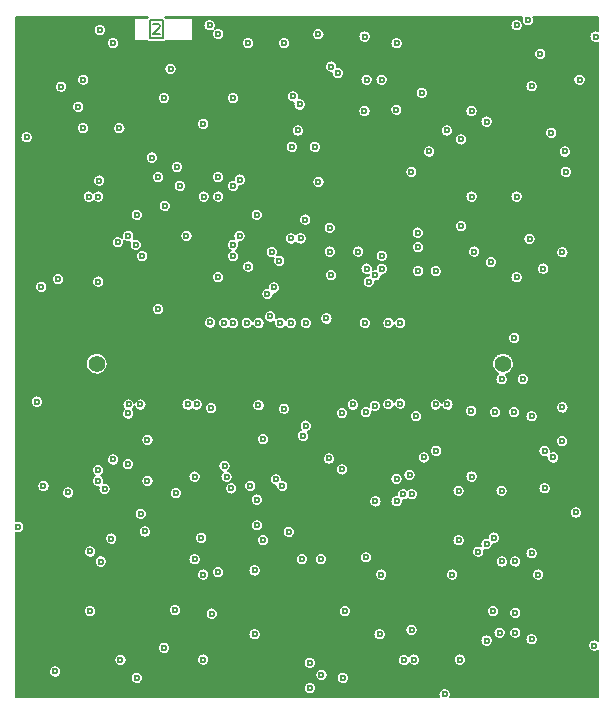
<source format=gbr>
G04 GENERATED BY PULSONIX 10.0 GERBER.DLL 7250*
G04 #@! TF.GenerationSoftware,Pulsonix,Pulsonix,10.0.7250*
G04 #@! TF.CreationDate,2019-09-19T08:44:44--1:00*
G04 #@! TF.Part,Single*
%FSLAX25Y25*%
%LPD*%
%MOIN*%
G04 #@! TF.FileFunction,Copper,L2,Inr*
G04 #@! TF.FilePolarity,Positive*
G04 #@! TA.AperFunction,OtherCopper*
%ADD10C,0.00591*%
G04 #@! TA.AperFunction,ViaPad*
%ADD11C,0.02362X0.00984*%
G04 #@! TA.AperFunction,ComponentPad*
%ADD17C,0.03543X0.01181*%
G04 #@! TD.AperFunction*
%ADD86C,0.00500*%
G04 #@! TA.AperFunction,OtherCopper*
%ADD115C,0.00600*%
G04 #@! TD.AperFunction*
%ADD126C,0.05512*%
G04 #@! TA.AperFunction,WasherPad*
%ADD154C,0.23622X0.12205*%
X0Y0D02*
D02*
D10*
X-94774Y22556D02*
Y-32372D01*
X46415*
X46322Y-32154*
X46255Y-31927*
X46214Y-31693*
X46201Y-31457*
X46216Y-31208*
X46261Y-30962*
X46335Y-30724*
X46438Y-30496*
X46567Y-30283*
X46721Y-30086*
X46897Y-29910*
X47094Y-29756*
X47307Y-29627*
X47535Y-29524*
X47773Y-29450*
X48019Y-29405*
X48268Y-29390*
X48517Y-29405*
X48762Y-29450*
X49001Y-29524*
X49228Y-29627*
X49442Y-29756*
X49638Y-29910*
X49815Y-30086*
X49969Y-30283*
X50098Y-30496*
X50200Y-30724*
X50275Y-30962*
X50320Y-31208*
X50335Y-31457*
X50321Y-31693*
X50280Y-31927*
X50213Y-32154*
X50121Y-32372*
X99498*
Y-16796*
X99300Y-16940*
X99085Y-17059*
X98858Y-17152*
X98622Y-17218*
X98379Y-17255*
X98134Y-17263*
X97890Y-17242*
X97649Y-17192*
X97417Y-17114*
X97195Y-17009*
X96987Y-16879*
X96796Y-16724*
X96625Y-16548*
X96476Y-16354*
X96351Y-16142*
X96252Y-15918*
X96180Y-15683*
X96137Y-15442*
X96122Y-15197*
X96137Y-14952*
X96180Y-14710*
X96252Y-14476*
X96351Y-14251*
X96476Y-14040*
X96625Y-13845*
X96796Y-13670*
X96987Y-13515*
X97195Y-13385*
X97417Y-13280*
X97649Y-13202*
X97890Y-13152*
X98134Y-13131*
X98379Y-13139*
X98622Y-13176*
X98858Y-13241*
X99085Y-13334*
X99300Y-13454*
X99498Y-13598*
Y185942*
X99271Y185846*
X99034Y185778*
X98791Y185739*
X98544Y185729*
X98298Y185748*
X98056Y185796*
X97822Y185873*
X97599Y185978*
X97389Y186108*
X97197Y186262*
X97024Y186438*
X96873Y186633*
X96747Y186845*
X96647Y187071*
X96574Y187306*
X96531Y187549*
X96516Y187795*
X96530Y188041*
X96574Y188284*
X96647Y188520*
X96747Y188745*
X96873Y188957*
X97024Y189153*
X97197Y189329*
X97389Y189483*
X97599Y189613*
X97822Y189717*
X98057Y189794*
X98299Y189843*
X98544Y189862*
X98791Y189852*
X99034Y189812*
X99271Y189744*
X99498Y189648*
Y194183*
X77837*
X77935Y193951*
X78004Y193707*
X78042Y193458*
X78050Y193205*
X78027Y192953*
X77974Y192706*
X77890Y192468*
X77778Y192241*
X77640Y192030*
X77476Y191837*
X77291Y191666*
X77085Y191519*
X76864Y191397*
X76629Y191304*
X76384Y191240*
X76134Y191206*
X75881Y191203*
X75630Y191231*
X75384Y191290*
X75147Y191378*
X74923Y191494*
X74715Y191637*
X74525Y191804*
X74357Y191993*
X74214Y192201*
X74268Y191996*
X74300Y191786*
X74311Y191575*
X74296Y191326*
X74251Y191080*
X74177Y190842*
X74074Y190614*
X73945Y190401*
X73791Y190204*
X73615Y190028*
X73418Y189874*
X73205Y189745*
X72977Y189642*
X72739Y189568*
X72493Y189523*
X72244Y189508*
X71995Y189523*
X71749Y189568*
X71511Y189642*
X71284Y189745*
X71070Y189874*
X70874Y190028*
X70697Y190204*
X70543Y190401*
X70414Y190614*
X70311Y190842*
X70237Y191080*
X70192Y191326*
X70177Y191575*
X70192Y191818*
X70235Y192059*
X70306Y192292*
X70404Y192516*
X70527Y192726*
X70675Y192920*
X70845Y193096*
X71034Y193250*
X71240Y193381*
X71460Y193487*
X71690Y193566*
X71929Y193618*
X72172Y193640*
X72416Y193635*
X72658Y193600*
X72893Y193537*
X73120Y193447*
X73335Y193331*
X73534Y193190*
X73715Y193026*
X73876Y192843*
X74014Y192642*
X73958Y192861*
X73925Y193085*
X73918Y193311*
X73935Y193536*
X73976Y193759*
X74042Y193975*
X74131Y194183*
X-44858*
X-44748Y194098*
X-44648Y194000*
X-36028*
X-35936Y193986*
X-35854Y193944*
X-35789Y193878*
X-35747Y193796*
X-35732Y193705*
Y186705*
X-35747Y186613*
X-35789Y186531*
X-35854Y186466*
X-35936Y186424*
X-36028Y186409*
X-44648*
X-44767Y186295*
X-44901Y186198*
X-45046Y186121*
X-45201Y186065*
X-45363Y186030*
X-45528Y186019*
X-50028*
X-50192Y186030*
X-50354Y186065*
X-50509Y186121*
X-50655Y186198*
X-50788Y186295*
X-50907Y186409*
X-55028*
X-55119Y186424*
X-55201Y186466*
X-55266Y186531*
X-55308Y186613*
X-55323Y186705*
Y193705*
X-55308Y193796*
X-55266Y193878*
X-55201Y193944*
X-55119Y193986*
X-55028Y194000*
X-50907*
X-50808Y194098*
X-50697Y194183*
X-94774*
Y26262*
X-94547Y26358*
X-94310Y26426*
X-94066Y26466*
X-93820Y26476*
X-93574Y26457*
X-93332Y26408*
X-93098Y26331*
X-92874Y26227*
X-92665Y26097*
X-92472Y25943*
X-92299Y25767*
X-92149Y25571*
X-92023Y25359*
X-91923Y25134*
X-91850Y24898*
X-91806Y24656*
X-91791Y24409*
X-91806Y24163*
X-91850Y23921*
X-91923Y23685*
X-92023Y23459*
X-92149Y23247*
X-92299Y23052*
X-92472Y22876*
X-92665Y22722*
X-92874Y22592*
X-93098Y22487*
X-93332Y22411*
X-93574Y22362*
X-93820Y22343*
X-94066Y22353*
X-94310Y22392*
X-94547Y22461*
X-94774Y22556*
X86240Y149488D02*
X86255Y149737D01*
X86300Y149983*
X86374Y150221*
X86477Y150449*
X86606Y150662*
X86760Y150859*
X86936Y151035*
X87133Y151189*
X87347Y151318*
X87574Y151421*
X87812Y151495*
X88058Y151540*
X88307Y151555*
X88556Y151540*
X88802Y151495*
X89040Y151421*
X89268Y151318*
X89481Y151189*
X89678Y151035*
X89854Y150859*
X90008Y150662*
X90137Y150449*
X90240Y150221*
X90314Y149983*
X90359Y149737*
X90374Y149488*
X90359Y149239*
X90314Y148994*
X90240Y148755*
X90137Y148528*
X90008Y148314*
X89854Y148118*
X89678Y147941*
X89481Y147787*
X89268Y147658*
X89040Y147556*
X88802Y147481*
X88556Y147436*
X88307Y147421*
X88058Y147436*
X87812Y147481*
X87574Y147556*
X87347Y147658*
X87133Y147787*
X86936Y147941*
X86760Y148118*
X86606Y148314*
X86477Y148528*
X86374Y148755*
X86300Y148994*
X86255Y149239*
X86240Y149488*
X86634Y142677D02*
X86649Y142926D01*
X86694Y143172*
X86768Y143410*
X86871Y143638*
X87000Y143851*
X87154Y144048*
X87330Y144224*
X87527Y144378*
X87740Y144507*
X87968Y144610*
X88206Y144684*
X88452Y144729*
X88701Y144744*
X88950Y144729*
X89195Y144684*
X89434Y144610*
X89661Y144507*
X89875Y144378*
X90071Y144224*
X90248Y144048*
X90402Y143851*
X90531Y143638*
X90633Y143410*
X90708Y143172*
X90753Y142926*
X90768Y142677*
X90753Y142428*
X90708Y142183*
X90633Y141944*
X90531Y141717*
X90402Y141503*
X90248Y141307*
X90071Y141130*
X89875Y140976*
X89661Y140847*
X89434Y140745*
X89195Y140670*
X88950Y140625*
X88701Y140610*
X88452Y140625*
X88206Y140670*
X87968Y140745*
X87740Y140847*
X87527Y140976*
X87330Y141130*
X87154Y141307*
X87000Y141503*
X86871Y141717*
X86768Y141944*
X86694Y142183*
X86649Y142428*
X86634Y142677*
X89980Y29173D02*
X89995Y29422D01*
X90040Y29668*
X90115Y29906*
X90217Y30134*
X90346Y30347*
X90500Y30544*
X90677Y30720*
X90873Y30874*
X91087Y31003*
X91314Y31106*
X91553Y31180*
X91798Y31225*
X92047Y31240*
X92296Y31225*
X92542Y31180*
X92780Y31106*
X93008Y31003*
X93221Y30874*
X93418Y30720*
X93594Y30544*
X93748Y30347*
X93877Y30134*
X93980Y29906*
X94054Y29668*
X94099Y29422*
X94114Y29173*
X94099Y28924*
X94054Y28679*
X93980Y28440*
X93877Y28213*
X93748Y27999*
X93594Y27803*
X93418Y27626*
X93221Y27472*
X93008Y27343*
X92780Y27241*
X92542Y27166*
X92296Y27121*
X92047Y27106*
X91798Y27121*
X91553Y27166*
X91314Y27241*
X91087Y27343*
X90873Y27472*
X90677Y27626*
X90500Y27803*
X90346Y27999*
X90217Y28213*
X90115Y28440*
X90040Y28679*
X89995Y28924*
X89980Y29173*
X91161Y173425D02*
X91176Y173674D01*
X91221Y173920*
X91296Y174158*
X91398Y174386*
X91527Y174599*
X91681Y174796*
X91858Y174972*
X92054Y175126*
X92268Y175255*
X92495Y175358*
X92734Y175432*
X92979Y175477*
X93228Y175492*
X93477Y175477*
X93723Y175432*
X93961Y175358*
X94189Y175255*
X94402Y175126*
X94599Y174972*
X94775Y174796*
X94929Y174599*
X95059Y174386*
X95161Y174158*
X95235Y173920*
X95280Y173674*
X95295Y173425*
X95280Y173176*
X95235Y172931*
X95161Y172692*
X95059Y172465*
X94929Y172251*
X94775Y172055*
X94599Y171878*
X94402Y171724*
X94189Y171595*
X93961Y171493*
X93723Y171418*
X93477Y171373*
X93228Y171358*
X92979Y171373*
X92734Y171418*
X92495Y171493*
X92268Y171595*
X92054Y171724*
X91858Y171878*
X91681Y172055*
X91527Y172251*
X91398Y172465*
X91296Y172692*
X91221Y172931*
X91176Y173176*
X91161Y173425*
X74508Y120394D02*
X74523Y120643D01*
X74568Y120888*
X74642Y121127*
X74745Y121354*
X74874Y121568*
X75028Y121764*
X75204Y121941*
X75401Y122095*
X75614Y122224*
X75842Y122326*
X76080Y122401*
X76326Y122446*
X76575Y122461*
X76824Y122446*
X77069Y122401*
X77308Y122326*
X77535Y122224*
X77749Y122095*
X77945Y121941*
X78122Y121764*
X78276Y121568*
X78405Y121354*
X78507Y121127*
X78582Y120888*
X78627Y120643*
X78642Y120394*
X78627Y120145*
X78582Y119899*
X78507Y119661*
X78405Y119433*
X78276Y119220*
X78122Y119023*
X77945Y118847*
X77749Y118693*
X77535Y118564*
X77308Y118461*
X77069Y118387*
X76824Y118342*
X76575Y118327*
X76326Y118342*
X76080Y118387*
X75842Y118461*
X75614Y118564*
X75401Y118693*
X75204Y118847*
X75028Y119023*
X74874Y119220*
X74745Y119433*
X74642Y119661*
X74568Y119899*
X74523Y120145*
X74508Y120394*
X75177Y171220D02*
X75192Y171470D01*
X75237Y171715*
X75311Y171953*
X75414Y172181*
X75543Y172395*
X75697Y172591*
X75874Y172768*
X76070Y172921*
X76284Y173051*
X76511Y173153*
X76749Y173227*
X76995Y173272*
X77244Y173287*
X77493Y173272*
X77739Y173227*
X77977Y173153*
X78205Y173051*
X78418Y172921*
X78615Y172768*
X78791Y172591*
X78945Y172395*
X79074Y172181*
X79177Y171953*
X79251Y171715*
X79296Y171470*
X79311Y171220*
X79296Y170971*
X79251Y170726*
X79177Y170488*
X79074Y170260*
X78945Y170046*
X78791Y169850*
X78615Y169673*
X78418Y169519*
X78205Y169390*
X77977Y169288*
X77739Y169214*
X77493Y169169*
X77244Y169154*
X76995Y169169*
X76749Y169214*
X76511Y169288*
X76284Y169390*
X76070Y169519*
X75874Y169673*
X75697Y169850*
X75543Y170046*
X75414Y170260*
X75311Y170488*
X75237Y170726*
X75192Y170971*
X75177Y171220*
X78996Y110433D02*
X79011Y110682D01*
X79056Y110928*
X79130Y111166*
X79233Y111394*
X79362Y111607*
X79516Y111804*
X79692Y111980*
X79889Y112134*
X80102Y112263*
X80330Y112366*
X80568Y112440*
X80814Y112485*
X81063Y112500*
X81312Y112485*
X81558Y112440*
X81796Y112366*
X82024Y112263*
X82237Y112134*
X82434Y111980*
X82610Y111804*
X82764Y111607*
X82893Y111394*
X82996Y111166*
X83070Y110928*
X83115Y110682*
X83130Y110433*
X83115Y110184*
X83070Y109938*
X82996Y109700*
X82893Y109473*
X82764Y109259*
X82610Y109062*
X82434Y108886*
X82237Y108732*
X82024Y108603*
X81796Y108500*
X81558Y108426*
X81312Y108381*
X81063Y108366*
X80814Y108381*
X80568Y108426*
X80330Y108500*
X80102Y108603*
X79889Y108732*
X79692Y108886*
X79516Y109062*
X79362Y109259*
X79233Y109473*
X79130Y109700*
X79056Y109938*
X79011Y110184*
X78996Y110433*
X79508Y37205D02*
X79523Y37454D01*
X79568Y37699*
X79642Y37938*
X79745Y38165*
X79874Y38379*
X80028Y38575*
X80204Y38752*
X80401Y38906*
X80614Y39035*
X80842Y39137*
X81080Y39212*
X81326Y39257*
X81575Y39272*
X81824Y39257*
X82069Y39212*
X82308Y39137*
X82535Y39035*
X82749Y38906*
X82945Y38752*
X83122Y38575*
X83276Y38379*
X83405Y38165*
X83507Y37938*
X83582Y37699*
X83627Y37454*
X83642Y37205*
X83627Y36956*
X83582Y36710*
X83507Y36472*
X83405Y36244*
X83276Y36031*
X83122Y35834*
X82945Y35658*
X82749Y35504*
X82535Y35375*
X82308Y35272*
X82069Y35198*
X81824Y35153*
X81575Y35138*
X81326Y35153*
X81080Y35198*
X80842Y35272*
X80614Y35375*
X80401Y35504*
X80204Y35658*
X80028Y35834*
X79874Y36031*
X79745Y36244*
X79642Y36472*
X79568Y36710*
X79523Y36956*
X79508Y37205*
X83624Y49415D02*
X83850Y49498D01*
X84084Y49554*
X84323Y49583*
X84564Y49583*
X84803Y49556*
X85038Y49501*
X85264Y49419*
X85479Y49312*
X85681Y49180*
X85865Y49025*
X86031Y48850*
X86175Y48657*
X86295Y48449*
X86391Y48228*
X86460Y47997*
X86502Y47760*
X86516Y47520*
X86501Y47271*
X86456Y47025*
X86381Y46787*
X86279Y46559*
X86150Y46346*
X85996Y46149*
X85819Y45973*
X85623Y45819*
X85409Y45690*
X85182Y45587*
X84943Y45513*
X84698Y45468*
X84449Y45453*
X84200Y45468*
X83954Y45513*
X83716Y45587*
X83488Y45690*
X83275Y45819*
X83078Y45973*
X82902Y46149*
X82748Y46346*
X82619Y46559*
X82516Y46787*
X82442Y47025*
X82397Y47271*
X82382Y47520*
X82386Y47655*
X82400Y47790*
X82174Y47707*
X81940Y47651*
X81700Y47622*
X81460Y47621*
X81221Y47649*
X80986Y47704*
X80760Y47786*
X80544Y47893*
X80343Y48025*
X80158Y48180*
X79993Y48355*
X79849Y48548*
X79728Y48756*
X79633Y48977*
X79564Y49208*
X79522Y49445*
X79508Y49685*
X79523Y49934*
X79568Y50180*
X79642Y50418*
X79745Y50646*
X79874Y50859*
X80028Y51056*
X80204Y51232*
X80401Y51386*
X80614Y51515*
X80842Y51618*
X81080Y51692*
X81326Y51737*
X81575Y51752*
X81824Y51737*
X82069Y51692*
X82308Y51618*
X82535Y51515*
X82749Y51386*
X82945Y51232*
X83122Y51056*
X83276Y50859*
X83405Y50646*
X83507Y50418*
X83582Y50180*
X83627Y49934*
X83642Y49685*
X83637Y49550*
X83624Y49415*
X78051Y182047D02*
X78066Y182296D01*
X78111Y182542*
X78186Y182780*
X78288Y183008*
X78417Y183221*
X78571Y183418*
X78748Y183594*
X78944Y183748*
X79158Y183877*
X79385Y183980*
X79623Y184054*
X79869Y184099*
X80118Y184114*
X80367Y184099*
X80613Y184054*
X80851Y183980*
X81079Y183877*
X81292Y183748*
X81489Y183594*
X81665Y183418*
X81819Y183221*
X81948Y183008*
X82051Y182780*
X82125Y182542*
X82170Y182296*
X82185Y182047*
X82170Y181798*
X82125Y181553*
X82051Y181314*
X81948Y181087*
X81819Y180873*
X81665Y180677*
X81489Y180500*
X81292Y180346*
X81079Y180217*
X80851Y180115*
X80613Y180040*
X80367Y179995*
X80118Y179980*
X79869Y179995*
X79623Y180040*
X79385Y180115*
X79158Y180217*
X78944Y180346*
X78748Y180500*
X78571Y180677*
X78417Y180873*
X78288Y181087*
X78186Y181314*
X78111Y181553*
X78066Y181798*
X78051Y182047*
X81673Y155709D02*
X81688Y155958D01*
X81733Y156203*
X81808Y156442*
X81910Y156669*
X82039Y156883*
X82193Y157079*
X82370Y157256*
X82566Y157410*
X82780Y157539*
X83007Y157641*
X83246Y157716*
X83491Y157761*
X83740Y157776*
X83989Y157761*
X84235Y157716*
X84473Y157641*
X84701Y157539*
X84914Y157410*
X85111Y157256*
X85287Y157079*
X85441Y156883*
X85570Y156669*
X85673Y156442*
X85747Y156203*
X85792Y155958*
X85807Y155709*
X85792Y155460*
X85747Y155214*
X85673Y154976*
X85570Y154748*
X85441Y154535*
X85287Y154338*
X85111Y154162*
X84914Y154008*
X84701Y153879*
X84473Y153776*
X84235Y153702*
X83989Y153657*
X83740Y153642*
X83491Y153657*
X83246Y153702*
X83007Y153776*
X82780Y153879*
X82566Y154008*
X82370Y154162*
X82193Y154338*
X82039Y154535*
X81910Y154748*
X81808Y154976*
X81733Y155214*
X81688Y155460*
X81673Y155709*
X85335Y52913D02*
X85350Y53163D01*
X85395Y53408*
X85469Y53646*
X85571Y53874*
X85701Y54088*
X85854Y54284*
X86031Y54460*
X86227Y54614*
X86441Y54744*
X86669Y54846*
X86907Y54920*
X87152Y54965*
X87402Y54980*
X87651Y54965*
X87896Y54920*
X88135Y54846*
X88362Y54744*
X88576Y54614*
X88772Y54460*
X88949Y54284*
X89103Y54088*
X89232Y53874*
X89334Y53646*
X89408Y53408*
X89453Y53163*
X89469Y52913*
X89453Y52664*
X89408Y52419*
X89334Y52180*
X89232Y51953*
X89103Y51739*
X88949Y51543*
X88772Y51366*
X88576Y51212*
X88362Y51083*
X88135Y50981*
X87896Y50907*
X87651Y50862*
X87402Y50846*
X87152Y50862*
X86907Y50907*
X86669Y50981*
X86441Y51083*
X86227Y51212*
X86031Y51366*
X85854Y51543*
X85701Y51739*
X85571Y51953*
X85469Y52180*
X85395Y52419*
X85350Y52664*
X85335Y52913*
X85453Y64173D02*
X85468Y64422D01*
X85513Y64668*
X85587Y64906*
X85690Y65134*
X85819Y65347*
X85973Y65544*
X86149Y65720*
X86346Y65874*
X86559Y66003*
X86787Y66106*
X87025Y66180*
X87271Y66225*
X87520Y66240*
X87769Y66225*
X88014Y66180*
X88253Y66106*
X88480Y66003*
X88694Y65874*
X88890Y65720*
X89067Y65544*
X89221Y65347*
X89350Y65134*
X89452Y64906*
X89527Y64668*
X89572Y64422*
X89587Y64173*
X89572Y63924*
X89527Y63679*
X89452Y63440*
X89350Y63213*
X89221Y62999*
X89067Y62803*
X88890Y62626*
X88694Y62472*
X88480Y62343*
X88253Y62241*
X88014Y62166*
X87769Y62121*
X87520Y62106*
X87271Y62121*
X87025Y62166*
X86787Y62241*
X86559Y62343*
X86346Y62472*
X86149Y62626*
X85973Y62803*
X85819Y62999*
X85690Y63213*
X85587Y63440*
X85513Y63679*
X85468Y63924*
X85453Y64173*
Y115906D02*
X85468Y116155D01*
X85513Y116400*
X85587Y116638*
X85690Y116866*
X85819Y117080*
X85973Y117276*
X86149Y117453*
X86346Y117607*
X86559Y117736*
X86787Y117838*
X87025Y117912*
X87271Y117957*
X87520Y117972*
X87769Y117957*
X88014Y117912*
X88253Y117838*
X88480Y117736*
X88694Y117607*
X88890Y117453*
X89067Y117276*
X89221Y117080*
X89350Y116866*
X89452Y116638*
X89527Y116400*
X89572Y116155*
X89587Y115906*
X89572Y115656*
X89527Y115411*
X89452Y115173*
X89350Y114945*
X89221Y114731*
X89067Y114535*
X88890Y114358*
X88694Y114204*
X88480Y114075*
X88253Y113973*
X88014Y113899*
X87769Y113854*
X87520Y113839*
X87271Y113854*
X87025Y113899*
X86787Y113973*
X86559Y114075*
X86346Y114204*
X86149Y114358*
X85973Y114535*
X85819Y114731*
X85690Y114945*
X85587Y115173*
X85513Y115411*
X85468Y115656*
X85453Y115906*
X-34311Y158661D02*
X-34296Y158911D01*
X-34251Y159156*
X-34177Y159394*
X-34074Y159622*
X-33945Y159836*
X-33791Y160032*
X-33615Y160209*
X-33418Y160362*
X-33205Y160492*
X-32977Y160594*
X-32739Y160668*
X-32493Y160713*
X-32244Y160728*
X-31995Y160713*
X-31749Y160668*
X-31511Y160594*
X-31284Y160492*
X-31070Y160362*
X-30874Y160209*
X-30697Y160032*
X-30543Y159836*
X-30414Y159622*
X-30311Y159394*
X-30237Y159156*
X-30192Y158911*
X-30177Y158661*
X-30192Y158412*
X-30237Y158167*
X-30311Y157928*
X-30414Y157701*
X-30543Y157487*
X-30697Y157291*
X-30874Y157114*
X-31070Y156960*
X-31284Y156831*
X-31511Y156729*
X-31749Y156655*
X-31995Y156610*
X-32244Y156594*
X-32493Y156610*
X-32739Y156655*
X-32977Y156729*
X-33205Y156831*
X-33418Y156960*
X-33615Y157114*
X-33791Y157291*
X-33945Y157487*
X-34074Y157701*
X-34177Y157928*
X-34251Y158167*
X-34296Y158412*
X-34311Y158661*
X-34114Y134449D02*
X-34099Y134698D01*
X-34054Y134943*
X-33980Y135182*
X-33877Y135409*
X-33748Y135623*
X-33594Y135819*
X-33418Y135996*
X-33221Y136150*
X-33008Y136279*
X-32780Y136381*
X-32542Y136456*
X-32296Y136501*
X-32047Y136516*
X-31798Y136501*
X-31553Y136456*
X-31314Y136381*
X-31087Y136279*
X-30873Y136150*
X-30677Y135996*
X-30500Y135819*
X-30346Y135623*
X-30217Y135409*
X-30115Y135182*
X-30040Y134943*
X-29995Y134698*
X-29980Y134449*
X-29995Y134200*
X-30040Y133954*
X-30115Y133716*
X-30217Y133488*
X-30346Y133275*
X-30500Y133078*
X-30677Y132902*
X-30873Y132748*
X-31087Y132619*
X-31314Y132516*
X-31553Y132442*
X-31798Y132397*
X-32047Y132382*
X-32296Y132397*
X-32542Y132442*
X-32780Y132516*
X-33008Y132619*
X-33221Y132748*
X-33418Y132902*
X-33594Y133078*
X-33748Y133275*
X-33877Y133488*
X-33980Y133716*
X-34054Y133954*
X-34099Y134200*
X-34114Y134449*
X-31988Y92520D02*
X-31973Y92769D01*
X-31928Y93014*
X-31854Y93253*
X-31751Y93480*
X-31622Y93694*
X-31468Y93890*
X-31292Y94067*
X-31095Y94221*
X-30882Y94350*
X-30654Y94452*
X-30416Y94527*
X-30170Y94572*
X-29921Y94587*
X-29672Y94572*
X-29427Y94527*
X-29188Y94452*
X-28961Y94350*
X-28747Y94221*
X-28551Y94067*
X-28374Y93890*
X-28220Y93694*
X-28091Y93480*
X-27989Y93253*
X-27914Y93014*
X-27869Y92769*
X-27854Y92520*
X-27869Y92271*
X-27914Y92025*
X-27989Y91787*
X-28091Y91559*
X-28220Y91346*
X-28374Y91149*
X-28551Y90973*
X-28747Y90819*
X-28961Y90690*
X-29188Y90587*
X-29427Y90513*
X-29672Y90468*
X-29921Y90453*
X-30170Y90468*
X-30416Y90513*
X-30654Y90587*
X-30882Y90690*
X-31095Y90819*
X-31292Y90973*
X-31468Y91149*
X-31622Y91346*
X-31751Y91559*
X-31854Y91787*
X-31928Y92025*
X-31973Y92271*
X-31988Y92520*
X-31594Y63976D02*
X-31579Y64226D01*
X-31534Y64471*
X-31460Y64709*
X-31358Y64937*
X-31229Y65151*
X-31075Y65347*
X-30898Y65523*
X-30702Y65677*
X-30488Y65807*
X-30261Y65909*
X-30022Y65983*
X-29777Y66028*
X-29528Y66043*
X-29278Y66028*
X-29033Y65983*
X-28795Y65909*
X-28567Y65807*
X-28353Y65677*
X-28157Y65523*
X-27980Y65347*
X-27827Y65151*
X-27697Y64937*
X-27595Y64709*
X-27521Y64471*
X-27476Y64226*
X-27461Y63976*
X-27476Y63727*
X-27521Y63482*
X-27595Y63243*
X-27697Y63016*
X-27827Y62802*
X-27980Y62606*
X-28157Y62429*
X-28353Y62275*
X-28567Y62146*
X-28795Y62044*
X-29033Y61970*
X-29278Y61925*
X-29528Y61909*
X-29777Y61925*
X-30022Y61970*
X-30261Y62044*
X-30488Y62146*
X-30702Y62275*
X-30898Y62429*
X-31075Y62606*
X-31229Y62802*
X-31358Y63016*
X-31460Y63243*
X-31534Y63482*
X-31579Y63727*
X-31594Y63976*
X-29311Y9252D02*
X-29296Y9501D01*
X-29251Y9747*
X-29177Y9985*
X-29074Y10213*
X-28945Y10426*
X-28791Y10623*
X-28615Y10799*
X-28418Y10953*
X-28205Y11082*
X-27977Y11185*
X-27739Y11259*
X-27493Y11304*
X-27244Y11319*
X-26995Y11304*
X-26749Y11259*
X-26511Y11185*
X-26284Y11082*
X-26070Y10953*
X-25874Y10799*
X-25697Y10623*
X-25543Y10426*
X-25414Y10213*
X-25311Y9985*
X-25237Y9747*
X-25192Y9501*
X-25177Y9252*
X-25192Y9003*
X-25237Y8757*
X-25311Y8519*
X-25414Y8291*
X-25543Y8078*
X-25697Y7881*
X-25874Y7705*
X-26070Y7551*
X-26284Y7422*
X-26511Y7319*
X-26749Y7245*
X-26995Y7200*
X-27244Y7185*
X-27493Y7200*
X-27739Y7245*
X-27977Y7319*
X-28205Y7422*
X-28418Y7551*
X-28615Y7705*
X-28791Y7881*
X-28945Y8078*
X-29074Y8291*
X-29177Y8519*
X-29251Y8757*
X-29296Y9003*
X-29311Y9252*
X-28392Y190380D02*
X-28178Y190505D01*
X-27950Y190604*
X-27713Y190674*
X-27469Y190716*
X-27221Y190728*
X-26974Y190711*
X-26731Y190664*
X-26495Y190588*
X-26269Y190484*
X-26058Y190354*
X-25864Y190200*
X-25690Y190024*
X-25538Y189828*
X-25411Y189616*
X-25310Y189389*
X-25236Y189153*
X-25192Y188909*
X-25177Y188661*
X-25192Y188412*
X-25237Y188167*
X-25311Y187928*
X-25414Y187701*
X-25543Y187487*
X-25697Y187291*
X-25874Y187114*
X-26070Y186960*
X-26284Y186831*
X-26511Y186729*
X-26749Y186655*
X-26995Y186610*
X-27244Y186594*
X-27493Y186610*
X-27739Y186655*
X-27977Y186729*
X-28205Y186831*
X-28418Y186960*
X-28615Y187114*
X-28791Y187291*
X-28945Y187487*
X-29074Y187701*
X-29177Y187928*
X-29251Y188167*
X-29296Y188412*
X-29311Y188661*
X-29295Y188915*
X-29249Y189166*
X-29171Y189408*
X-29065Y189639*
X-28931Y189856*
X-29145Y189731*
X-29372Y189632*
X-29610Y189562*
X-29854Y189520*
X-30102Y189508*
X-30349Y189526*
X-30592Y189573*
X-30828Y189649*
X-31053Y189752*
X-31264Y189882*
X-31459Y190036*
X-31633Y190212*
X-31785Y190408*
X-31912Y190621*
X-32013Y190847*
X-32086Y191084*
X-32131Y191327*
X-32146Y191575*
X-32131Y191824*
X-32086Y192069*
X-32011Y192308*
X-31909Y192535*
X-31780Y192749*
X-31626Y192945*
X-31449Y193122*
X-31253Y193276*
X-31039Y193405*
X-30812Y193507*
X-30573Y193582*
X-30328Y193627*
X-30079Y193642*
X-29830Y193627*
X-29584Y193582*
X-29346Y193507*
X-29118Y193405*
X-28905Y193276*
X-28708Y193122*
X-28532Y192945*
X-28378Y192749*
X-28249Y192535*
X-28146Y192308*
X-28072Y192069*
X-28027Y191824*
X-28012Y191575*
X-28027Y191321*
X-28074Y191071*
X-28151Y190828*
X-28258Y190597*
X-28392Y190380*
X-29311Y107559D02*
X-29296Y107808D01*
X-29251Y108054*
X-29177Y108292*
X-29074Y108520*
X-28945Y108733*
X-28791Y108930*
X-28615Y109106*
X-28418Y109260*
X-28205Y109389*
X-27977Y109492*
X-27739Y109566*
X-27493Y109611*
X-27244Y109626*
X-26995Y109611*
X-26749Y109566*
X-26511Y109492*
X-26284Y109389*
X-26070Y109260*
X-25874Y109106*
X-25697Y108930*
X-25543Y108733*
X-25414Y108520*
X-25311Y108292*
X-25237Y108054*
X-25192Y107808*
X-25177Y107559*
X-25192Y107310*
X-25237Y107064*
X-25311Y106826*
X-25414Y106599*
X-25543Y106385*
X-25697Y106188*
X-25874Y106012*
X-26070Y105858*
X-26284Y105729*
X-26511Y105626*
X-26749Y105552*
X-26995Y105507*
X-27244Y105492*
X-27493Y105507*
X-27739Y105552*
X-27977Y105626*
X-28205Y105729*
X-28418Y105858*
X-28615Y106012*
X-28791Y106188*
X-28945Y106385*
X-29074Y106599*
X-29177Y106826*
X-29251Y107064*
X-29296Y107310*
X-29311Y107559*
X-23720Y93769D02*
X-23539Y93934D01*
X-23340Y94075*
X-23126Y94192*
X-22899Y94283*
X-22663Y94347*
X-22421Y94382*
X-22177Y94389*
X-21933Y94366*
X-21694Y94315*
X-21463Y94236*
X-21242Y94131*
X-21036Y94000*
X-20847Y93846*
X-20677Y93670*
X-20528Y93476*
X-20404Y93265*
X-20306Y93041*
X-20235Y92807*
X-20192Y92567*
X-20177Y92323*
X-20192Y92079*
X-20235Y91838*
X-20306Y91604*
X-20404Y91381*
X-20528Y91170*
X-20677Y90976*
X-20847Y90800*
X-21036Y90646*
X-21242Y90515*
X-21463Y90409*
X-21694Y90330*
X-21933Y90279*
X-22177Y90257*
X-22421Y90264*
X-22663Y90299*
X-22899Y90362*
X-23126Y90453*
X-23340Y90571*
X-23539Y90712*
X-23720Y90876*
X-23902Y90712*
X-24101Y90570*
X-24315Y90453*
X-24542Y90362*
X-24778Y90299*
X-25020Y90264*
X-25264Y90257*
X-25508Y90279*
X-25747Y90330*
X-25978Y90409*
X-26198Y90515*
X-26405Y90646*
X-26594Y90800*
X-26764Y90976*
X-26912Y91170*
X-27037Y91381*
X-27135Y91604*
X-27206Y91838*
X-27249Y92079*
X-27264Y92323*
X-27249Y92567*
X-27206Y92807*
X-27135Y93041*
X-27037Y93265*
X-26912Y93476*
X-26764Y93670*
X-26594Y93846*
X-26405Y94000*
X-26198Y94131*
X-25978Y94236*
X-25747Y94315*
X-25508Y94366*
X-25264Y94389*
X-25020Y94382*
X-24778Y94347*
X-24542Y94283*
X-24315Y94192*
X-24101Y94075*
X-23902Y93934*
X-23720Y93769*
X-23785Y43073D02*
X-23564Y42988D01*
X-23353Y42879*
X-23156Y42746*
X-22976Y42591*
X-22815Y42417*
X-22674Y42226*
X-22557Y42019*
X-22464Y41801*
X-22397Y41573*
X-22356Y41339*
X-22343Y41102*
X-22358Y40853*
X-22403Y40608*
X-22477Y40369*
X-22579Y40142*
X-22708Y39928*
X-22862Y39732*
X-23039Y39555*
X-23235Y39401*
X-23449Y39272*
X-23676Y39170*
X-23915Y39096*
X-24160Y39051*
X-24409Y39035*
X-24659Y39051*
X-24904Y39096*
X-25142Y39170*
X-25370Y39272*
X-25584Y39401*
X-25780Y39555*
X-25957Y39732*
X-26110Y39928*
X-26240Y40142*
X-26342Y40369*
X-26416Y40608*
X-26461Y40853*
X-26476Y41102*
X-26463Y41333*
X-26425Y41561*
X-26361Y41783*
X-26273Y41996*
X-26162Y42199*
X-26028Y42388*
X-25875Y42560*
X-25703Y42715*
X-25925Y42799*
X-26135Y42909*
X-26332Y43041*
X-26512Y43196*
X-26674Y43370*
X-26814Y43562*
X-26931Y43768*
X-27024Y43987*
X-27091Y44214*
X-27132Y44448*
X-27146Y44685*
X-27131Y44934*
X-27086Y45180*
X-27011Y45418*
X-26909Y45646*
X-26780Y45859*
X-26626Y46056*
X-26449Y46232*
X-26253Y46386*
X-26039Y46515*
X-25812Y46618*
X-25573Y46692*
X-25328Y46737*
X-25079Y46752*
X-24830Y46737*
X-24584Y46692*
X-24346Y46618*
X-24118Y46515*
X-23905Y46386*
X-23708Y46232*
X-23532Y46056*
X-23378Y45859*
X-23249Y45646*
X-23146Y45418*
X-23072Y45180*
X-23027Y44934*
X-23012Y44685*
X-23025Y44454*
X-23063Y44227*
X-23127Y44005*
X-23215Y43791*
X-23327Y43589*
X-23460Y43400*
X-23613Y43227*
X-23785Y43073*
X-24902Y37205D02*
X-24886Y37454D01*
X-24841Y37699*
X-24767Y37938*
X-24665Y38165*
X-24536Y38379*
X-24382Y38575*
X-24205Y38752*
X-24009Y38906*
X-23795Y39035*
X-23568Y39137*
X-23329Y39212*
X-23084Y39257*
X-22835Y39272*
X-22586Y39257*
X-22340Y39212*
X-22102Y39137*
X-21874Y39035*
X-21661Y38906*
X-21464Y38752*
X-21288Y38575*
X-21134Y38379*
X-21004Y38165*
X-20902Y37938*
X-20828Y37699*
X-20783Y37454*
X-20768Y37205*
X-20783Y36956*
X-20828Y36710*
X-20902Y36472*
X-21004Y36244*
X-21134Y36031*
X-21288Y35834*
X-21464Y35658*
X-21661Y35504*
X-21874Y35375*
X-22102Y35272*
X-22340Y35198*
X-22586Y35153*
X-22835Y35138*
X-23084Y35153*
X-23329Y35198*
X-23568Y35272*
X-23795Y35375*
X-24009Y35504*
X-24205Y35658*
X-24382Y35834*
X-24536Y36031*
X-24665Y36244*
X-24767Y36472*
X-24841Y36710*
X-24886Y36956*
X-24902Y37205*
X-29311Y134449D02*
X-29296Y134698D01*
X-29251Y134943*
X-29177Y135182*
X-29074Y135409*
X-28945Y135623*
X-28791Y135819*
X-28615Y135996*
X-28418Y136150*
X-28205Y136279*
X-27977Y136381*
X-27739Y136456*
X-27493Y136501*
X-27244Y136516*
X-26995Y136501*
X-26749Y136456*
X-26511Y136381*
X-26284Y136279*
X-26070Y136150*
X-25874Y135996*
X-25697Y135819*
X-25543Y135623*
X-25414Y135409*
X-25311Y135182*
X-25237Y134943*
X-25192Y134698*
X-25177Y134449*
X-25192Y134200*
X-25237Y133954*
X-25311Y133716*
X-25414Y133488*
X-25543Y133275*
X-25697Y133078*
X-25874Y132902*
X-26070Y132748*
X-26284Y132619*
X-26511Y132516*
X-26749Y132442*
X-26995Y132397*
X-27244Y132382*
X-27493Y132397*
X-27739Y132442*
X-27977Y132516*
X-28205Y132619*
X-28418Y132748*
X-28615Y132902*
X-28791Y133078*
X-28945Y133275*
X-29074Y133488*
X-29177Y133716*
X-29251Y133954*
X-29296Y134200*
X-29311Y134449*
Y140945D02*
X-29296Y141194D01*
X-29251Y141440*
X-29177Y141678*
X-29074Y141905*
X-28945Y142119*
X-28791Y142315*
X-28615Y142492*
X-28418Y142646*
X-28205Y142775*
X-27977Y142877*
X-27739Y142952*
X-27493Y142997*
X-27244Y143012*
X-26995Y142997*
X-26749Y142952*
X-26511Y142877*
X-26284Y142775*
X-26070Y142646*
X-25874Y142492*
X-25697Y142315*
X-25543Y142119*
X-25414Y141905*
X-25311Y141678*
X-25237Y141440*
X-25192Y141194*
X-25177Y140945*
X-25192Y140696*
X-25237Y140450*
X-25311Y140212*
X-25414Y139984*
X-25543Y139771*
X-25697Y139574*
X-25874Y139398*
X-26070Y139244*
X-26284Y139115*
X-26511Y139012*
X-26749Y138938*
X-26995Y138893*
X-27244Y138878*
X-27493Y138893*
X-27739Y138938*
X-27977Y139012*
X-28205Y139115*
X-28418Y139244*
X-28615Y139398*
X-28791Y139574*
X-28945Y139771*
X-29074Y139984*
X-29177Y140212*
X-29251Y140450*
X-29296Y140696*
X-29311Y140945*
X-22146Y121378D02*
X-22131Y121627D01*
X-22086Y121873*
X-22011Y122111*
X-21909Y122339*
X-21780Y122552*
X-21626Y122749*
X-21449Y122925*
X-21253Y123079*
X-21039Y123208*
X-20812Y123311*
X-20573Y123385*
X-20328Y123430*
X-20079Y123445*
X-19830Y123430*
X-19584Y123385*
X-19346Y123311*
X-19118Y123208*
X-18905Y123079*
X-18708Y122925*
X-18532Y122749*
X-18378Y122552*
X-18249Y122339*
X-18146Y122111*
X-18072Y121873*
X-18027Y121627*
X-18012Y121378*
X-18027Y121125*
X-18074Y120875*
X-18151Y120633*
X-18257Y120402*
X-18390Y120186*
X-18549Y119988*
X-18731Y119811*
X-18933Y119657*
X-19153Y119530*
X-19386Y119430*
X-19630Y119360*
X-19881Y119321*
X-20135Y119312*
X-20388Y119334*
X-20296Y119115*
X-20229Y118887*
X-20190Y118653*
X-20177Y118416*
X-20192Y118179*
X-20234Y117945*
X-20302Y117718*
X-20396Y117500*
X-20514Y117294*
X-20655Y117103*
X-20817Y116930*
X-20998Y116776*
X-21196Y116644*
X-21407Y116535*
X-21195Y116426*
X-20997Y116294*
X-20815Y116139*
X-20653Y115965*
X-20512Y115773*
X-20393Y115566*
X-20300Y115347*
X-20232Y115118*
X-20191Y114884*
X-20177Y114646*
X-20192Y114397*
X-20237Y114151*
X-20311Y113913*
X-20414Y113685*
X-20543Y113472*
X-20697Y113275*
X-20874Y113099*
X-21070Y112945*
X-21284Y112816*
X-21511Y112713*
X-21749Y112639*
X-21995Y112594*
X-22244Y112579*
X-22493Y112594*
X-22739Y112639*
X-22977Y112713*
X-23205Y112816*
X-23418Y112945*
X-23615Y113099*
X-23791Y113275*
X-23945Y113472*
X-24074Y113685*
X-24177Y113913*
X-24251Y114151*
X-24296Y114397*
X-24311Y114646*
X-24297Y114884*
X-24256Y115118*
X-24188Y115347*
X-24095Y115566*
X-23977Y115773*
X-23835Y115965*
X-23673Y116139*
X-23491Y116294*
X-23293Y116426*
X-23081Y116535*
X-23301Y116649*
X-23506Y116788*
X-23692Y116951*
X-23858Y117134*
X-24001Y117336*
X-24118Y117554*
X-24209Y117784*
X-24272Y118024*
X-24305Y118269*
X-24309Y118516*
X-24283Y118762*
X-24228Y119004*
X-24145Y119236*
X-24035Y119458*
X-23898Y119664*
X-23738Y119853*
X-23557Y120021*
X-23357Y120167*
X-23141Y120287*
X-22912Y120381*
X-22673Y120447*
X-22429Y120484*
X-22181Y120491*
X-21935Y120469*
X-22026Y120686*
X-22092Y120911*
X-22132Y121143*
X-22146Y121378*
X-15748Y92953D02*
X-15656Y93190D01*
X-15535Y93414*
X-15388Y93621*
X-15216Y93809*
X-15023Y93974*
X-14811Y94114*
X-14583Y94227*
X-14343Y94312*
X-14094Y94366*
X-13841Y94389*
X-13587Y94381*
X-13336Y94342*
X-13091Y94272*
X-12857Y94172*
X-12637Y94045*
X-12434Y93892*
X-12251Y93715*
X-12092Y93516*
X-11958Y93300*
X-11852Y93069*
X-11775Y92827*
X-11728Y92577*
X-11713Y92323*
X-11728Y92069*
X-11775Y91819*
X-11852Y91577*
X-11958Y91346*
X-12092Y91129*
X-12251Y90931*
X-12434Y90754*
X-12637Y90601*
X-12857Y90473*
X-13091Y90374*
X-13336Y90304*
X-13587Y90265*
X-13841Y90257*
X-14094Y90280*
X-14343Y90334*
X-14583Y90418*
X-14810Y90531*
X-15023Y90671*
X-15216Y90837*
X-15388Y91024*
X-15535Y91232*
X-15656Y91456*
X-15748Y91693*
X-15840Y91456*
X-15961Y91232*
X-16108Y91024*
X-16280Y90837*
X-16473Y90672*
X-16686Y90531*
X-16913Y90418*
X-17153Y90334*
X-17402Y90280*
X-17655Y90257*
X-17909Y90265*
X-18161Y90304*
X-18405Y90374*
X-18639Y90473*
X-18859Y90601*
X-19062Y90754*
X-19245Y90931*
X-19404Y91129*
X-19538Y91346*
X-19644Y91577*
X-19721Y91819*
X-19768Y92069*
X-19783Y92323*
X-19768Y92577*
X-19721Y92827*
X-19644Y93069*
X-19538Y93300*
X-19404Y93516*
X-19245Y93715*
X-19062Y93892*
X-18859Y94045*
X-18639Y94172*
X-18405Y94272*
X-18161Y94341*
X-17909Y94381*
X-17655Y94389*
X-17402Y94366*
X-17153Y94312*
X-16913Y94227*
X-16686Y94114*
X-16473Y93974*
X-16280Y93809*
X-16108Y93621*
X-15961Y93414*
X-15840Y93190*
X-15748Y92953*
X-18602Y38031D02*
X-18587Y38281D01*
X-18542Y38526*
X-18468Y38764*
X-18366Y38992*
X-18236Y39206*
X-18083Y39402*
X-17906Y39579*
X-17710Y39733*
X-17496Y39862*
X-17268Y39964*
X-17030Y40038*
X-16785Y40083*
X-16535Y40098*
X-16286Y40083*
X-16041Y40038*
X-15802Y39964*
X-15575Y39862*
X-15361Y39733*
X-15165Y39579*
X-14988Y39402*
X-14834Y39206*
X-14705Y38992*
X-14603Y38764*
X-14529Y38526*
X-14484Y38281*
X-14469Y38031*
X-14484Y37782*
X-14529Y37537*
X-14603Y37299*
X-14705Y37071*
X-14834Y36857*
X-14988Y36661*
X-15165Y36484*
X-15361Y36330*
X-15575Y36201*
X-15802Y36099*
X-16041Y36025*
X-16286Y35980*
X-16535Y35965*
X-16785Y35980*
X-17030Y36025*
X-17268Y36099*
X-17496Y36201*
X-17710Y36330*
X-17906Y36484*
X-18083Y36661*
X-18236Y36857*
X-18366Y37071*
X-18468Y37299*
X-18542Y37537*
X-18587Y37782*
X-18602Y38031*
X-17146Y-11378D02*
X-17131Y-11129D01*
X-17086Y-10883*
X-17011Y-10645*
X-16909Y-10417*
X-16780Y-10204*
X-16626Y-10007*
X-16449Y-9831*
X-16253Y-9677*
X-16039Y-9548*
X-15812Y-9445*
X-15573Y-9371*
X-15328Y-9326*
X-15079Y-9311*
X-14830Y-9326*
X-14584Y-9371*
X-14346Y-9445*
X-14118Y-9548*
X-13905Y-9677*
X-13708Y-9831*
X-13532Y-10007*
X-13378Y-10204*
X-13249Y-10417*
X-13146Y-10645*
X-13072Y-10883*
X-13027Y-11129*
X-13012Y-11378*
X-13027Y-11627*
X-13072Y-11873*
X-13146Y-12111*
X-13249Y-12339*
X-13378Y-12552*
X-13532Y-12749*
X-13708Y-12925*
X-13905Y-13079*
X-14118Y-13208*
X-14346Y-13311*
X-14584Y-13385*
X-14830Y-13430*
X-15079Y-13445*
X-15328Y-13430*
X-15573Y-13385*
X-15812Y-13311*
X-16039Y-13208*
X-16253Y-13079*
X-16449Y-12925*
X-16626Y-12749*
X-16780Y-12552*
X-16909Y-12339*
X-17011Y-12111*
X-17086Y-11873*
X-17131Y-11627*
X-17146Y-11378*
Y9843D02*
X-17131Y10092D01*
X-17086Y10337*
X-17011Y10575*
X-16909Y10803*
X-16780Y11017*
X-16626Y11213*
X-16449Y11390*
X-16253Y11544*
X-16039Y11673*
X-15812Y11775*
X-15573Y11849*
X-15328Y11894*
X-15079Y11909*
X-14830Y11894*
X-14584Y11849*
X-14346Y11775*
X-14118Y11673*
X-13905Y11544*
X-13708Y11390*
X-13532Y11213*
X-13378Y11017*
X-13249Y10803*
X-13146Y10575*
X-13072Y10337*
X-13027Y10092*
X-13012Y9843*
X-13027Y9593*
X-13072Y9348*
X-13146Y9110*
X-13249Y8882*
X-13378Y8668*
X-13532Y8472*
X-13708Y8295*
X-13905Y8141*
X-14118Y8012*
X-14346Y7910*
X-14584Y7836*
X-14830Y7791*
X-15079Y7776*
X-15328Y7791*
X-15573Y7836*
X-15812Y7910*
X-16039Y8012*
X-16253Y8141*
X-16449Y8295*
X-16626Y8472*
X-16780Y8668*
X-16909Y8882*
X-17011Y9110*
X-17086Y9348*
X-17131Y9593*
X-17146Y9843*
X-16437Y24882D02*
X-16422Y25131D01*
X-16377Y25377*
X-16303Y25615*
X-16200Y25842*
X-16071Y26056*
X-15917Y26252*
X-15741Y26429*
X-15544Y26583*
X-15331Y26712*
X-15103Y26814*
X-14865Y26889*
X-14619Y26934*
X-14370Y26949*
X-14121Y26934*
X-13875Y26889*
X-13637Y26814*
X-13410Y26712*
X-13196Y26583*
X-12999Y26429*
X-12823Y26252*
X-12669Y26056*
X-12540Y25842*
X-12437Y25615*
X-12363Y25377*
X-12318Y25131*
X-12303Y24882*
X-12318Y24633*
X-12363Y24387*
X-12437Y24149*
X-12540Y23921*
X-12669Y23708*
X-12823Y23511*
X-12999Y23335*
X-13196Y23181*
X-13410Y23052*
X-13637Y22949*
X-13875Y22875*
X-14121Y22830*
X-14370Y22815*
X-14619Y22830*
X-14865Y22875*
X-15103Y22949*
X-15331Y23052*
X-15544Y23181*
X-15741Y23335*
X-15917Y23511*
X-16071Y23708*
X-16200Y23921*
X-16303Y24149*
X-16377Y24387*
X-16422Y24633*
X-16437Y24882*
X-14272Y19921D02*
X-14257Y20170D01*
X-14212Y20416*
X-14137Y20654*
X-14035Y20882*
X-13906Y21095*
X-13752Y21292*
X-13575Y21468*
X-13379Y21622*
X-13165Y21751*
X-12938Y21854*
X-12699Y21928*
X-12454Y21973*
X-12205Y21988*
X-11956Y21973*
X-11710Y21928*
X-11472Y21854*
X-11244Y21751*
X-11031Y21622*
X-10834Y21468*
X-10658Y21292*
X-10504Y21095*
X-10375Y20882*
X-10272Y20654*
X-10198Y20416*
X-10153Y20170*
X-10138Y19921*
X-10153Y19672*
X-10198Y19427*
X-10272Y19188*
X-10375Y18961*
X-10504Y18747*
X-10658Y18551*
X-10834Y18374*
X-11031Y18220*
X-11244Y18091*
X-11472Y17989*
X-11710Y17914*
X-11956Y17869*
X-12205Y17854*
X-12454Y17869*
X-12699Y17914*
X-12938Y17989*
X-13165Y18091*
X-13379Y18220*
X-13575Y18374*
X-13752Y18551*
X-13906Y18747*
X-14035Y18961*
X-14137Y19188*
X-14212Y19427*
X-14257Y19672*
X-14272Y19921*
X-16437Y33465D02*
X-16422Y33714D01*
X-16377Y33959*
X-16303Y34198*
X-16200Y34425*
X-16071Y34639*
X-15917Y34835*
X-15741Y35012*
X-15544Y35166*
X-15331Y35295*
X-15103Y35397*
X-14865Y35471*
X-14619Y35516*
X-14370Y35531*
X-14121Y35516*
X-13875Y35471*
X-13637Y35397*
X-13410Y35295*
X-13196Y35166*
X-12999Y35012*
X-12823Y34835*
X-12669Y34639*
X-12540Y34425*
X-12437Y34198*
X-12363Y33959*
X-12318Y33714*
X-12303Y33465*
X-12318Y33215*
X-12363Y32970*
X-12437Y32732*
X-12540Y32504*
X-12669Y32290*
X-12823Y32094*
X-12999Y31917*
X-13196Y31764*
X-13410Y31634*
X-13637Y31532*
X-13875Y31458*
X-14121Y31413*
X-14370Y31398*
X-14619Y31413*
X-14865Y31458*
X-15103Y31532*
X-15331Y31634*
X-15544Y31764*
X-15741Y31917*
X-15917Y32094*
X-16071Y32290*
X-16200Y32504*
X-16303Y32732*
X-16377Y32970*
X-16422Y33215*
X-16437Y33465*
X-15846Y64961D02*
X-15831Y65210D01*
X-15786Y65455*
X-15712Y65694*
X-15610Y65921*
X-15481Y66135*
X-15327Y66331*
X-15150Y66508*
X-14954Y66662*
X-14740Y66791*
X-14512Y66893*
X-14274Y66967*
X-14029Y67012*
X-13780Y67028*
X-13530Y67012*
X-13285Y66967*
X-13047Y66893*
X-12819Y66791*
X-12605Y66662*
X-12409Y66508*
X-12232Y66331*
X-12079Y66135*
X-11949Y65921*
X-11847Y65694*
X-11773Y65455*
X-11728Y65210*
X-11713Y64961*
X-11728Y64711*
X-11773Y64466*
X-11847Y64228*
X-11949Y64000*
X-12079Y63786*
X-12232Y63590*
X-12409Y63414*
X-12605Y63260*
X-12819Y63130*
X-13047Y63028*
X-13285Y62954*
X-13530Y62909*
X-13780Y62894*
X-14029Y62909*
X-14274Y62954*
X-14512Y63028*
X-14740Y63130*
X-14954Y63260*
X-15150Y63414*
X-15327Y63590*
X-15481Y63786*
X-15610Y64000*
X-15712Y64228*
X-15786Y64466*
X-15831Y64711*
X-15846Y64961*
X-14272Y53583D02*
X-14257Y53832D01*
X-14212Y54077*
X-14137Y54316*
X-14035Y54543*
X-13906Y54757*
X-13752Y54953*
X-13575Y55130*
X-13379Y55284*
X-13165Y55413*
X-12938Y55515*
X-12699Y55590*
X-12454Y55635*
X-12205Y55650*
X-11956Y55635*
X-11710Y55590*
X-11472Y55515*
X-11244Y55413*
X-11031Y55284*
X-10834Y55130*
X-10658Y54953*
X-10504Y54757*
X-10375Y54543*
X-10272Y54316*
X-10198Y54077*
X-10153Y53832*
X-10138Y53583*
X-10153Y53334*
X-10198Y53088*
X-10272Y52850*
X-10375Y52622*
X-10504Y52409*
X-10658Y52212*
X-10834Y52036*
X-11031Y51882*
X-11244Y51753*
X-11472Y51650*
X-11710Y51576*
X-11956Y51531*
X-12205Y51516*
X-12454Y51531*
X-12699Y51576*
X-12938Y51650*
X-13165Y51753*
X-13379Y51882*
X-13575Y52036*
X-13752Y52212*
X-13906Y52409*
X-14035Y52622*
X-14137Y52850*
X-14212Y53088*
X-14257Y53334*
X-14272Y53583*
X-19311Y111102D02*
X-19296Y111351D01*
X-19251Y111597*
X-19177Y111835*
X-19074Y112063*
X-18945Y112276*
X-18791Y112473*
X-18615Y112649*
X-18418Y112803*
X-18205Y112933*
X-17977Y113035*
X-17739Y113109*
X-17493Y113154*
X-17244Y113169*
X-16995Y113154*
X-16749Y113109*
X-16511Y113035*
X-16284Y112933*
X-16070Y112803*
X-15874Y112649*
X-15697Y112473*
X-15543Y112276*
X-15414Y112063*
X-15311Y111835*
X-15237Y111597*
X-15192Y111351*
X-15177Y111102*
X-15192Y110853*
X-15237Y110608*
X-15311Y110369*
X-15414Y110142*
X-15543Y109928*
X-15697Y109732*
X-15874Y109555*
X-16070Y109401*
X-16284Y109272*
X-16511Y109170*
X-16749Y109096*
X-16995Y109051*
X-17244Y109035*
X-17493Y109051*
X-17739Y109096*
X-17977Y109170*
X-18205Y109272*
X-18418Y109401*
X-18615Y109555*
X-18791Y109732*
X-18945Y109928*
X-19074Y110142*
X-19177Y110369*
X-19251Y110608*
X-19296Y110853*
X-19311Y111102*
X-22028Y140118D02*
X-22012Y140367D01*
X-21967Y140613*
X-21893Y140851*
X-21791Y141079*
X-21662Y141292*
X-21508Y141489*
X-21331Y141665*
X-21135Y141819*
X-20921Y141948*
X-20694Y142051*
X-20455Y142125*
X-20210Y142170*
X-19961Y142185*
X-19711Y142170*
X-19466Y142125*
X-19228Y142051*
X-19000Y141948*
X-18786Y141819*
X-18590Y141665*
X-18414Y141489*
X-18260Y141292*
X-18130Y141079*
X-18028Y140851*
X-17954Y140613*
X-17909Y140367*
X-17894Y140118*
X-17909Y139871*
X-17953Y139628*
X-18026Y139392*
X-18126Y139166*
X-18253Y138953*
X-18405Y138758*
X-18578Y138582*
X-18772Y138427*
X-18982Y138297*
X-19207Y138194*
X-19442Y138117*
X-19685Y138070*
X-19931Y138051*
X-20178Y138063*
X-20177Y137992*
X-20192Y137743*
X-20237Y137497*
X-20311Y137259*
X-20414Y137032*
X-20543Y136818*
X-20697Y136622*
X-20874Y136445*
X-21070Y136291*
X-21284Y136162*
X-21511Y136060*
X-21749Y135985*
X-21995Y135940*
X-22244Y135925*
X-22493Y135940*
X-22739Y135985*
X-22977Y136060*
X-23205Y136162*
X-23418Y136291*
X-23615Y136445*
X-23791Y136622*
X-23945Y136818*
X-24074Y137032*
X-24177Y137259*
X-24251Y137497*
X-24296Y137743*
X-24311Y137992*
X-24296Y138239*
X-24252Y138482*
X-24179Y138719*
X-24078Y138945*
X-23952Y139157*
X-23800Y139353*
X-23626Y139529*
X-23433Y139683*
X-23223Y139813*
X-22998Y139917*
X-22763Y139993*
X-22520Y140041*
X-22273Y140059*
X-22026Y140048*
X-22028Y140118*
X-24311Y167283D02*
X-24296Y167533D01*
X-24251Y167778*
X-24177Y168016*
X-24074Y168244*
X-23945Y168458*
X-23791Y168654*
X-23615Y168831*
X-23418Y168984*
X-23205Y169114*
X-22977Y169216*
X-22739Y169290*
X-22493Y169335*
X-22244Y169350*
X-21995Y169335*
X-21749Y169290*
X-21511Y169216*
X-21284Y169114*
X-21070Y168984*
X-20874Y168831*
X-20697Y168654*
X-20543Y168458*
X-20414Y168244*
X-20311Y168016*
X-20237Y167778*
X-20192Y167533*
X-20177Y167283*
X-20192Y167034*
X-20237Y166789*
X-20311Y166551*
X-20414Y166323*
X-20543Y166109*
X-20697Y165913*
X-20874Y165736*
X-21070Y165582*
X-21284Y165453*
X-21511Y165351*
X-21749Y165277*
X-21995Y165232*
X-22244Y165217*
X-22493Y165232*
X-22739Y165277*
X-22977Y165351*
X-23205Y165453*
X-23418Y165582*
X-23615Y165736*
X-23791Y165913*
X-23945Y166109*
X-24074Y166323*
X-24177Y166551*
X-24251Y166789*
X-24296Y167034*
X-24311Y167283*
X-19311Y185630D02*
X-19296Y185879D01*
X-19251Y186125*
X-19177Y186363*
X-19074Y186590*
X-18945Y186804*
X-18791Y187001*
X-18615Y187177*
X-18418Y187331*
X-18205Y187460*
X-17977Y187563*
X-17739Y187637*
X-17493Y187682*
X-17244Y187697*
X-16995Y187682*
X-16749Y187637*
X-16511Y187563*
X-16284Y187460*
X-16070Y187331*
X-15874Y187177*
X-15697Y187001*
X-15543Y186804*
X-15414Y186590*
X-15311Y186363*
X-15237Y186125*
X-15192Y185879*
X-15177Y185630*
X-15192Y185381*
X-15237Y185135*
X-15311Y184897*
X-15414Y184669*
X-15543Y184456*
X-15697Y184259*
X-15874Y184083*
X-16070Y183929*
X-16284Y183800*
X-16511Y183697*
X-16749Y183623*
X-16995Y183578*
X-17244Y183563*
X-17493Y183578*
X-17739Y183623*
X-17977Y183697*
X-18205Y183800*
X-18418Y183929*
X-18615Y184083*
X-18791Y184259*
X-18945Y184456*
X-19074Y184669*
X-19177Y184897*
X-19251Y185135*
X-19296Y185381*
X-19311Y185630*
X-16437Y128386D02*
X-16422Y128635D01*
X-16377Y128880*
X-16303Y129119*
X-16200Y129346*
X-16071Y129560*
X-15917Y129756*
X-15741Y129933*
X-15544Y130087*
X-15331Y130216*
X-15103Y130318*
X-14865Y130393*
X-14619Y130438*
X-14370Y130453*
X-14121Y130438*
X-13875Y130393*
X-13637Y130318*
X-13410Y130216*
X-13196Y130087*
X-12999Y129933*
X-12823Y129756*
X-12669Y129560*
X-12540Y129346*
X-12437Y129119*
X-12363Y128880*
X-12318Y128635*
X-12303Y128386*
X-12318Y128137*
X-12363Y127891*
X-12437Y127653*
X-12540Y127425*
X-12669Y127212*
X-12823Y127015*
X-12999Y126839*
X-13196Y126685*
X-13410Y126556*
X-13637Y126453*
X-13875Y126379*
X-14121Y126334*
X-14370Y126319*
X-14619Y126334*
X-14865Y126379*
X-15103Y126453*
X-15331Y126556*
X-15544Y126685*
X-15741Y126839*
X-15917Y127015*
X-16071Y127212*
X-16200Y127425*
X-16303Y127653*
X-16377Y127891*
X-16422Y128137*
X-16437Y128386*
X-10728Y104173D02*
X-10713Y104422D01*
X-10668Y104668*
X-10594Y104906*
X-10492Y105134*
X-10362Y105347*
X-10209Y105544*
X-10032Y105720*
X-9836Y105874*
X-9622Y106003*
X-9394Y106106*
X-9156Y106180*
X-8911Y106225*
X-8661Y106240*
X-8412Y106225*
X-8167Y106180*
X-7928Y106106*
X-7701Y106003*
X-7487Y105874*
X-7291Y105720*
X-7114Y105544*
X-6960Y105347*
X-6831Y105134*
X-6729Y104906*
X-6655Y104668*
X-6610Y104422*
X-6594Y104173*
X-6608Y103935*
X-6650Y103699*
X-6718Y103470*
X-6812Y103251*
X-6931Y103043*
X-7073Y102851*
X-7236Y102676*
X-7418Y102522*
X-7617Y102389*
X-7830Y102281*
X-8054Y102198*
X-8286Y102141*
X-8523Y102111*
X-8762Y102109*
X-8760Y102008*
X-8775Y101759*
X-8820Y101513*
X-8894Y101275*
X-8997Y101047*
X-9126Y100834*
X-9280Y100637*
X-9456Y100461*
X-9653Y100307*
X-9866Y100178*
X-10094Y100075*
X-10332Y100001*
X-10578Y99956*
X-10827Y99941*
X-11076Y99956*
X-11321Y100001*
X-11560Y100075*
X-11787Y100178*
X-12001Y100307*
X-12197Y100461*
X-12374Y100637*
X-12528Y100834*
X-12657Y101047*
X-12759Y101275*
X-12834Y101513*
X-12879Y101759*
X-12894Y102008*
X-12880Y102246*
X-12839Y102482*
X-12770Y102711*
X-12676Y102931*
X-12557Y103138*
X-12415Y103330*
X-12252Y103505*
X-12070Y103659*
X-11871Y103792*
X-11658Y103900*
X-11434Y103984*
X-11202Y104040*
X-10965Y104070*
X-10726Y104072*
X-10728Y104173*
X-4744Y93354D02*
X-4609Y93559D01*
X-4450Y93747*
X-4271Y93915*
X-4072Y94060*
X-3858Y94181*
X-3631Y94275*
X-3394Y94342*
X-3151Y94380*
X-2905Y94389*
X-2660Y94369*
X-2419Y94320*
X-2186Y94242*
X-1963Y94137*
X-1755Y94007*
X-1563Y93853*
X-1391Y93677*
X-1241Y93482*
X-1116Y93270*
X-1016Y93045*
X-944Y92810*
X-900Y92568*
X-886Y92323*
X-900Y92077*
X-944Y91835*
X-1016Y91600*
X-1116Y91375*
X-1241Y91164*
X-1391Y90969*
X-1563Y90793*
X-1755Y90639*
X-1963Y90508*
X-2186Y90404*
X-2419Y90326*
X-2660Y90277*
X-2905Y90256*
X-3151Y90265*
X-3394Y90304*
X-3631Y90370*
X-3858Y90465*
X-4072Y90585*
X-4271Y90730*
X-4450Y90898*
X-4609Y91086*
X-4744Y91292*
X-4882Y91083*
X-5043Y90893*
X-5227Y90723*
X-5429Y90577*
X-5648Y90456*
X-5879Y90363*
X-6121Y90298*
X-6368Y90263*
X-6618Y90258*
X-6866Y90283*
X-7110Y90337*
X-7345Y90421*
X-7569Y90533*
X-7777Y90670*
X-7967Y90832*
X-8137Y91016*
X-8283Y91219*
X-8403Y91437*
X-8496Y91669*
X-8561Y91910*
X-8596Y92158*
X-8601Y92407*
X-8575Y92656*
X-8520Y92900*
X-8719Y92754*
X-8933Y92632*
X-9160Y92537*
X-9397Y92470*
X-9640Y92431*
X-9886Y92422*
X-10132Y92442*
X-10373Y92490*
X-10607Y92568*
X-10830Y92672*
X-11039Y92802*
X-11231Y92957*
X-11403Y93133*
X-11553Y93328*
X-11679Y93539*
X-11779Y93765*
X-11851Y94000*
X-11895Y94242*
X-11909Y94488*
X-11894Y94737*
X-11849Y94983*
X-11775Y95221*
X-11673Y95449*
X-11544Y95662*
X-11390Y95859*
X-11213Y96035*
X-11017Y96189*
X-10803Y96318*
X-10575Y96421*
X-10337Y96495*
X-10092Y96540*
X-9843Y96555*
X-9593Y96540*
X-9348Y96495*
X-9110Y96421*
X-8882Y96318*
X-8668Y96189*
X-8472Y96035*
X-8295Y95859*
X-8141Y95662*
X-8012Y95449*
X-7910Y95221*
X-7836Y94983*
X-7791Y94737*
X-7776Y94488*
X-7785Y94294*
X-7812Y94101*
X-7858Y93911*
X-7665Y94054*
X-7456Y94173*
X-7236Y94268*
X-7006Y94336*
X-6769Y94376*
X-6529Y94390*
X-6290Y94375*
X-6054Y94333*
X-5824Y94263*
X-5604Y94168*
X-5396Y94047*
X-5204Y93904*
X-5030Y93739*
X-4876Y93555*
X-4744Y93354*
X-1437Y13583D02*
X-1422Y13832D01*
X-1377Y14077*
X-1303Y14316*
X-1200Y14543*
X-1071Y14757*
X-917Y14953*
X-741Y15130*
X-544Y15284*
X-331Y15413*
X-103Y15515*
X135Y15590*
X381Y15635*
X630Y15650*
X879Y15635*
X1125Y15590*
X1363Y15515*
X1590Y15413*
X1804Y15284*
X2001Y15130*
X2177Y14953*
X2331Y14757*
X2460Y14543*
X2563Y14316*
X2637Y14077*
X2682Y13832*
X2697Y13583*
X2682Y13334*
X2637Y13088*
X2563Y12850*
X2460Y12622*
X2331Y12409*
X2177Y12212*
X2001Y12036*
X1804Y11882*
X1590Y11753*
X1363Y11650*
X1125Y11576*
X879Y11531*
X630Y11516*
X381Y11531*
X135Y11576*
X-103Y11650*
X-331Y11753*
X-544Y11882*
X-741Y12036*
X-917Y12212*
X-1071Y12409*
X-1200Y12622*
X-1303Y12850*
X-1377Y13088*
X-1422Y13334*
X-1437Y13583*
X1299Y-29370D02*
X1314Y-29121D01*
X1359Y-28875*
X1434Y-28637*
X1536Y-28410*
X1665Y-28196*
X1819Y-27999*
X1996Y-27823*
X2192Y-27669*
X2406Y-27540*
X2633Y-27437*
X2872Y-27363*
X3117Y-27318*
X3366Y-27303*
X3615Y-27318*
X3861Y-27363*
X4099Y-27437*
X4327Y-27540*
X4540Y-27669*
X4737Y-27823*
X4913Y-27999*
X5067Y-28196*
X5196Y-28410*
X5299Y-28637*
X5373Y-28875*
X5418Y-29121*
X5433Y-29370*
X5418Y-29619*
X5373Y-29865*
X5299Y-30103*
X5196Y-30331*
X5067Y-30544*
X4913Y-30741*
X4737Y-30917*
X4540Y-31071*
X4327Y-31200*
X4099Y-31303*
X3861Y-31377*
X3615Y-31422*
X3366Y-31437*
X3117Y-31422*
X2872Y-31377*
X2633Y-31303*
X2406Y-31200*
X2192Y-31071*
X1996Y-30917*
X1819Y-30741*
X1665Y-30544*
X1536Y-30331*
X1434Y-30103*
X1359Y-29865*
X1314Y-29619*
X1299Y-29370*
Y-20906D02*
X1314Y-20656D01*
X1359Y-20411*
X1434Y-20173*
X1536Y-19945*
X1665Y-19731*
X1819Y-19535*
X1996Y-19358*
X2192Y-19204*
X2406Y-19075*
X2633Y-18973*
X2872Y-18899*
X3117Y-18854*
X3366Y-18839*
X3615Y-18854*
X3861Y-18899*
X4099Y-18973*
X4327Y-19075*
X4540Y-19204*
X4737Y-19358*
X4913Y-19535*
X5067Y-19731*
X5196Y-19945*
X5299Y-20173*
X5373Y-20411*
X5418Y-20656*
X5433Y-20906*
X5418Y-21155*
X5373Y-21400*
X5299Y-21638*
X5196Y-21866*
X5067Y-22080*
X4913Y-22276*
X4737Y-22453*
X4540Y-22607*
X4327Y-22736*
X4099Y-22838*
X3861Y-22912*
X3615Y-22957*
X3366Y-22972*
X3117Y-22957*
X2872Y-22912*
X2633Y-22838*
X2406Y-22736*
X2192Y-22607*
X1996Y-22453*
X1819Y-22276*
X1665Y-22080*
X1536Y-21866*
X1434Y-21638*
X1359Y-21400*
X1314Y-21155*
X1299Y-20906*
X5138Y-24980D02*
X5153Y-24731D01*
X5198Y-24486*
X5272Y-24247*
X5375Y-24020*
X5504Y-23806*
X5658Y-23610*
X5834Y-23433*
X6031Y-23279*
X6244Y-23150*
X6472Y-23048*
X6710Y-22973*
X6956Y-22928*
X7205Y-22913*
X7454Y-22928*
X7699Y-22973*
X7938Y-23048*
X8165Y-23150*
X8379Y-23279*
X8575Y-23433*
X8752Y-23610*
X8906Y-23806*
X9035Y-24020*
X9137Y-24247*
X9212Y-24486*
X9257Y-24731*
X9272Y-24980*
X9257Y-25229*
X9212Y-25475*
X9137Y-25713*
X9035Y-25941*
X8906Y-26154*
X8752Y-26351*
X8575Y-26527*
X8379Y-26681*
X8165Y-26810*
X7938Y-26913*
X7699Y-26987*
X7454Y-27032*
X7205Y-27047*
X6956Y-27032*
X6710Y-26987*
X6472Y-26913*
X6244Y-26810*
X6031Y-26681*
X5834Y-26527*
X5658Y-26351*
X5504Y-26154*
X5375Y-25941*
X5272Y-25713*
X5198Y-25475*
X5153Y-25229*
X5138Y-24980*
X-98Y58110D02*
X-83Y58359D01*
X-38Y58605*
X36Y58843*
X138Y59071*
X267Y59284*
X421Y59481*
X598Y59657*
X794Y59811*
X1008Y59940*
X1236Y60043*
X1474Y60117*
X1719Y60162*
X1969Y60177*
X2218Y60162*
X2463Y60117*
X2701Y60043*
X2929Y59940*
X3143Y59811*
X3339Y59657*
X3516Y59481*
X3670Y59284*
X3799Y59071*
X3901Y58843*
X3975Y58605*
X4020Y58359*
X4035Y58110*
X4022Y57873*
X3981Y57639*
X3913Y57411*
X3820Y57192*
X3703Y56985*
X3562Y56794*
X3400Y56619*
X3219Y56465*
X3022Y56332*
X2811Y56223*
X2589Y56139*
X2749Y55940*
X2883Y55724*
X2990Y55492*
X3067Y55249*
X3114Y54999*
X3130Y54744*
X3115Y54495*
X3070Y54249*
X2996Y54011*
X2893Y53784*
X2764Y53570*
X2610Y53374*
X2434Y53197*
X2237Y53043*
X2024Y52914*
X1796Y52811*
X1558Y52737*
X1312Y52692*
X1063Y52677*
X814Y52692*
X568Y52737*
X330Y52811*
X102Y52914*
X-111Y53043*
X-308Y53197*
X-484Y53374*
X-638Y53570*
X-767Y53784*
X-870Y54011*
X-944Y54249*
X-989Y54495*
X-1004Y54744*
X-990Y54981*
X-949Y55216*
X-882Y55444*
X-789Y55662*
X-671Y55869*
X-530Y56061*
X-369Y56235*
X-188Y56390*
X9Y56522*
X220Y56632*
X443Y56716*
X283Y56914*
X148Y57131*
X42Y57362*
X-36Y57605*
X-83Y57856*
X-98Y58110*
X-7343Y63780D02*
X-7327Y64029D01*
X-7282Y64274*
X-7208Y64512*
X-7106Y64740*
X-6977Y64954*
X-6823Y65150*
X-6646Y65327*
X-6450Y65481*
X-6236Y65610*
X-6009Y65712*
X-5770Y65786*
X-5525Y65831*
X-5276Y65846*
X-5026Y65831*
X-4781Y65786*
X-4543Y65712*
X-4315Y65610*
X-4101Y65481*
X-3905Y65327*
X-3729Y65150*
X-3575Y64954*
X-3445Y64740*
X-3343Y64512*
X-3269Y64274*
X-3224Y64029*
X-3209Y63780*
X-3224Y63530*
X-3269Y63285*
X-3343Y63047*
X-3445Y62819*
X-3575Y62605*
X-3729Y62409*
X-3905Y62232*
X-4101Y62079*
X-4315Y61949*
X-4543Y61847*
X-4781Y61773*
X-5026Y61728*
X-5276Y61713*
X-5525Y61728*
X-5770Y61773*
X-6009Y61847*
X-6236Y61949*
X-6450Y62079*
X-6646Y62232*
X-6823Y62409*
X-6977Y62605*
X-7106Y62819*
X-7208Y63047*
X-7282Y63285*
X-7327Y63530*
X-7343Y63780*
X-5965Y40096D02*
X-5727Y40094D01*
X-5490Y40064*
X-5258Y40007*
X-5034Y39923*
X-4821Y39815*
X-4622Y39682*
X-4440Y39528*
X-4277Y39353*
X-4135Y39161*
X-4016Y38954*
X-3922Y38734*
X-3854Y38505*
X-3813Y38270*
X-3799Y38031*
X-3814Y37782*
X-3859Y37537*
X-3934Y37299*
X-4036Y37071*
X-4165Y36857*
X-4319Y36661*
X-4496Y36484*
X-4692Y36330*
X-4906Y36201*
X-5133Y36099*
X-5371Y36025*
X-5617Y35980*
X-5866Y35965*
X-6115Y35980*
X-6361Y36025*
X-6599Y36099*
X-6827Y36201*
X-7040Y36330*
X-7237Y36484*
X-7413Y36661*
X-7567Y36857*
X-7696Y37071*
X-7799Y37299*
X-7873Y37537*
X-7918Y37782*
X-7933Y38031*
X-7932Y38093*
X-8171Y38095*
X-8408Y38125*
X-8640Y38182*
X-8864Y38266*
X-9077Y38374*
X-9275Y38507*
X-9458Y38661*
X-9621Y38836*
X-9763Y39028*
X-9881Y39235*
X-9975Y39455*
X-10043Y39684*
X-10085Y39919*
X-10098Y40157*
X-10083Y40407*
X-10038Y40652*
X-9964Y40890*
X-9862Y41118*
X-9733Y41332*
X-9579Y41528*
X-9402Y41705*
X-9206Y41859*
X-8992Y41988*
X-8764Y42090*
X-8526Y42164*
X-8281Y42209*
X-8031Y42224*
X-7782Y42209*
X-7537Y42164*
X-7299Y42090*
X-7071Y41988*
X-6857Y41859*
X-6661Y41705*
X-6484Y41528*
X-6330Y41332*
X-6201Y41118*
X-6099Y40890*
X-6025Y40652*
X-5980Y40407*
X-5965Y40157*
X-5965Y40096*
X-5768Y22677D02*
X-5753Y22926D01*
X-5708Y23172*
X-5633Y23410*
X-5531Y23638*
X-5402Y23851*
X-5248Y24048*
X-5071Y24224*
X-4875Y24378*
X-4661Y24507*
X-4434Y24610*
X-4195Y24684*
X-3950Y24729*
X-3701Y24744*
X-3452Y24729*
X-3206Y24684*
X-2968Y24610*
X-2740Y24507*
X-2527Y24378*
X-2330Y24224*
X-2154Y24048*
X-2000Y23851*
X-1871Y23638*
X-1768Y23410*
X-1694Y23172*
X-1649Y22926*
X-1634Y22677*
X-1649Y22428*
X-1694Y22183*
X-1768Y21944*
X-1871Y21717*
X-2000Y21503*
X-2154Y21307*
X-2330Y21130*
X-2527Y20976*
X-2740Y20847*
X-2968Y20745*
X-3206Y20670*
X-3452Y20625*
X-3701Y20610*
X-3950Y20625*
X-4195Y20670*
X-4434Y20745*
X-4661Y20847*
X-4875Y20976*
X-5071Y21130*
X-5248Y21307*
X-5402Y21503*
X-5531Y21717*
X-5633Y21944*
X-5708Y22183*
X-5753Y22428*
X-5768Y22677*
X-7512Y115003D02*
X-7277Y115062D01*
X-7037Y115093*
X-6794Y115096*
X-6553Y115071*
X-6317Y115018*
X-6089Y114937*
X-5871Y114830*
X-5668Y114699*
X-5481Y114544*
X-5314Y114369*
X-5168Y114175*
X-5046Y113966*
X-4949Y113744*
X-4879Y113512*
X-4837Y113273*
X-4823Y113031*
X-4838Y112782*
X-4883Y112537*
X-4957Y112299*
X-5060Y112071*
X-5189Y111857*
X-5343Y111661*
X-5519Y111484*
X-5716Y111330*
X-5929Y111201*
X-6157Y111099*
X-6395Y111025*
X-6641Y110980*
X-6890Y110965*
X-7139Y110980*
X-7384Y111025*
X-7623Y111099*
X-7850Y111201*
X-8064Y111330*
X-8260Y111484*
X-8437Y111661*
X-8591Y111857*
X-8720Y112071*
X-8822Y112299*
X-8897Y112537*
X-8942Y112782*
X-8957Y113031*
X-8947Y113236*
X-8916Y113438*
X-8866Y113636*
X-8797Y113829*
X-8709Y114013*
X-8944Y113954*
X-9184Y113923*
X-9426Y113919*
X-9667Y113945*
X-9903Y113998*
X-10132Y114079*
X-10349Y114186*
X-10553Y114317*
X-10739Y114472*
X-10907Y114647*
X-11052Y114840*
X-11174Y115050*
X-11271Y115272*
X-11341Y115504*
X-11384Y115742*
X-11398Y115984*
X-11383Y116233*
X-11338Y116479*
X-11263Y116717*
X-11161Y116945*
X-11032Y117158*
X-10878Y117355*
X-10701Y117531*
X-10505Y117685*
X-10291Y117814*
X-10064Y117917*
X-9825Y117991*
X-9580Y118036*
X-9331Y118051*
X-9082Y118036*
X-8836Y117991*
X-8598Y117917*
X-8370Y117814*
X-8157Y117685*
X-7960Y117531*
X-7784Y117355*
X-7630Y117158*
X-7501Y116945*
X-7398Y116717*
X-7324Y116479*
X-7279Y116233*
X-7264Y115984*
X-7274Y115780*
X-7304Y115578*
X-7354Y115379*
X-7424Y115187*
X-7512Y115003*
X-7264Y185630D02*
X-7249Y185879D01*
X-7204Y186125*
X-7129Y186363*
X-7027Y186590*
X-6898Y186804*
X-6744Y187001*
X-6567Y187177*
X-6371Y187331*
X-6157Y187460*
X-5930Y187563*
X-5691Y187637*
X-5446Y187682*
X-5197Y187697*
X-4948Y187682*
X-4702Y187637*
X-4464Y187563*
X-4236Y187460*
X-4023Y187331*
X-3826Y187177*
X-3650Y187001*
X-3496Y186804*
X-3367Y186590*
X-3264Y186363*
X-3190Y186125*
X-3145Y185879*
X-3130Y185630*
X-3145Y185381*
X-3190Y185135*
X-3264Y184897*
X-3367Y184669*
X-3496Y184456*
X-3650Y184259*
X-3826Y184083*
X-4023Y183929*
X-4236Y183800*
X-4464Y183697*
X-4702Y183623*
X-4948Y183578*
X-5197Y183563*
X-5446Y183578*
X-5691Y183623*
X-5930Y183697*
X-6157Y183800*
X-6371Y183929*
X-6567Y184083*
X-6744Y184259*
X-6898Y184456*
X-7027Y184669*
X-7129Y184897*
X-7204Y185135*
X-7249Y185381*
X-7264Y185630*
X-1358Y121827D02*
X-1185Y122012D01*
X-991Y122175*
X-779Y122312*
X-551Y122423*
X-311Y122505*
X-64Y122557*
X189Y122578*
X442Y122569*
X692Y122528*
X935Y122457*
X1168Y122357*
X1386Y122229*
X1588Y122076*
X1769Y121899*
X1927Y121701*
X2060Y121485*
X2165Y121255*
X2241Y121014*
X2288Y120765*
X2303Y120512*
X2288Y120259*
X2241Y120010*
X2165Y119769*
X2060Y119538*
X1927Y119323*
X1769Y119125*
X1588Y118948*
X1386Y118794*
X1168Y118667*
X935Y118567*
X692Y118496*
X442Y118455*
X189Y118445*
X-63Y118467*
X-311Y118519*
X-551Y118601*
X-779Y118711*
X-991Y118849*
X-1185Y119011*
X-1358Y119197*
X-1531Y119011*
X-1725Y118849*
X-1938Y118711*
X-2166Y118601*
X-2405Y118519*
X-2653Y118467*
X-2905Y118445*
X-3158Y118455*
X-3408Y118496*
X-3651Y118567*
X-3884Y118667*
X-4103Y118794*
X-4304Y118948*
X-4485Y119125*
X-4643Y119323*
X-4776Y119538*
X-4881Y119769*
X-4958Y120010*
X-5004Y120259*
X-5020Y120512*
X-5004Y120765*
X-4958Y121014*
X-4881Y121255*
X-4776Y121485*
X-4643Y121701*
X-4485Y121899*
X-4304Y122076*
X-4103Y122229*
X-3884Y122357*
X-3651Y122457*
X-3408Y122528*
X-3158Y122569*
X-2905Y122578*
X-2653Y122557*
X-2405Y122505*
X-2166Y122423*
X-1938Y122312*
X-1725Y122175*
X-1531Y122012*
X-1358Y121827*
X-98Y92323D02*
X-83Y92572D01*
X-38Y92817*
X36Y93056*
X138Y93283*
X267Y93497*
X421Y93693*
X598Y93870*
X794Y94024*
X1008Y94153*
X1236Y94255*
X1474Y94330*
X1719Y94375*
X1969Y94390*
X2218Y94375*
X2463Y94330*
X2701Y94255*
X2929Y94153*
X3143Y94024*
X3339Y93870*
X3516Y93693*
X3670Y93497*
X3799Y93283*
X3901Y93056*
X3975Y92817*
X4020Y92572*
X4035Y92323*
X4020Y92074*
X3975Y91828*
X3901Y91590*
X3799Y91362*
X3670Y91149*
X3516Y90952*
X3339Y90776*
X3143Y90622*
X2929Y90493*
X2701Y90390*
X2463Y90316*
X2218Y90271*
X1969Y90256*
X1719Y90271*
X1474Y90316*
X1236Y90390*
X1008Y90493*
X794Y90622*
X598Y90776*
X421Y90952*
X267Y91149*
X138Y91362*
X36Y91590*
X-38Y91828*
X-83Y92074*
X-98Y92323*
X-4705Y151024D02*
X-4690Y151273D01*
X-4645Y151518*
X-4570Y151757*
X-4468Y151984*
X-4339Y152198*
X-4185Y152394*
X-4008Y152571*
X-3812Y152725*
X-3598Y152854*
X-3371Y152956*
X-3132Y153030*
X-2887Y153075*
X-2638Y153091*
X-2389Y153075*
X-2143Y153030*
X-1905Y152956*
X-1677Y152854*
X-1464Y152725*
X-1267Y152571*
X-1091Y152394*
X-937Y152198*
X-808Y151984*
X-705Y151757*
X-631Y151518*
X-586Y151273*
X-571Y151024*
X-586Y150774*
X-631Y150529*
X-705Y150291*
X-808Y150063*
X-937Y149849*
X-1091Y149653*
X-1267Y149477*
X-1464Y149323*
X-1677Y149193*
X-1905Y149091*
X-2143Y149017*
X-2389Y148972*
X-2638Y148957*
X-2887Y148972*
X-3132Y149017*
X-3371Y149091*
X-3598Y149193*
X-3812Y149323*
X-4008Y149477*
X-4185Y149653*
X-4339Y149849*
X-4468Y150063*
X-4570Y150291*
X-4645Y150529*
X-4690Y150774*
X-4705Y151024*
X-285Y167214D02*
X-39Y167224D01*
X207Y167205*
X449Y167156*
X683Y167079*
X906Y166975*
X1115Y166844*
X1308Y166690*
X1480Y166514*
X1631Y166319*
X1757Y166107*
X1857Y165882*
X1930Y165646*
X1973Y165404*
X1988Y165157*
X1973Y164908*
X1928Y164663*
X1854Y164425*
X1751Y164197*
X1622Y163983*
X1468Y163787*
X1292Y163610*
X1095Y163456*
X882Y163327*
X654Y163225*
X416Y163151*
X170Y163106*
X-79Y163091*
X-328Y163106*
X-573Y163151*
X-812Y163225*
X-1039Y163327*
X-1253Y163456*
X-1449Y163610*
X-1626Y163787*
X-1780Y163983*
X-1909Y164197*
X-2011Y164425*
X-2086Y164663*
X-2131Y164908*
X-2146Y165157*
X-2134Y165381*
X-2097Y165602*
X-2037Y165817*
X-2284Y165807*
X-2530Y165827*
X-2771Y165875*
X-3006Y165952*
X-3229Y166057*
X-3438Y166187*
X-3631Y166341*
X-3803Y166517*
X-3954Y166713*
X-4080Y166924*
X-4180Y167150*
X-4252Y167385*
X-4296Y167628*
X-4311Y167874*
X-4296Y168123*
X-4251Y168369*
X-4177Y168607*
X-4074Y168835*
X-3945Y169048*
X-3791Y169245*
X-3615Y169421*
X-3418Y169575*
X-3205Y169704*
X-2977Y169807*
X-2739Y169881*
X-2493Y169926*
X-2244Y169941*
X-1995Y169926*
X-1749Y169881*
X-1511Y169807*
X-1284Y169704*
X-1070Y169575*
X-874Y169421*
X-697Y169245*
X-543Y169048*
X-414Y168835*
X-311Y168607*
X-237Y168369*
X-192Y168123*
X-177Y167874*
X-189Y167651*
X-226Y167430*
X-285Y167214*
X-2697Y156496D02*
X-2682Y156745D01*
X-2637Y156991*
X-2563Y157229*
X-2460Y157457*
X-2331Y157670*
X-2177Y157867*
X-2001Y158043*
X-1804Y158197*
X-1590Y158326*
X-1363Y158429*
X-1125Y158503*
X-879Y158548*
X-630Y158563*
X-381Y158548*
X-135Y158503*
X103Y158429*
X331Y158326*
X544Y158197*
X741Y158043*
X917Y157867*
X1071Y157670*
X1200Y157457*
X1303Y157229*
X1377Y156991*
X1422Y156745*
X1437Y156496*
X1422Y156247*
X1377Y156001*
X1303Y155763*
X1200Y155536*
X1071Y155322*
X917Y155125*
X741Y154949*
X544Y154795*
X331Y154666*
X103Y154563*
X-135Y154489*
X-381Y154444*
X-630Y154429*
X-879Y154444*
X-1125Y154489*
X-1363Y154563*
X-1590Y154666*
X-1804Y154795*
X-2001Y154949*
X-2177Y155125*
X-2331Y155322*
X-2460Y155536*
X-2563Y155763*
X-2637Y156001*
X-2682Y156247*
X-2697Y156496*
X-335Y126772D02*
X-320Y127021D01*
X-275Y127266*
X-200Y127505*
X-98Y127732*
X31Y127946*
X185Y128142*
X362Y128319*
X558Y128473*
X772Y128602*
X999Y128704*
X1238Y128779*
X1483Y128824*
X1732Y128839*
X1981Y128824*
X2227Y128779*
X2465Y128704*
X2693Y128602*
X2906Y128473*
X3103Y128319*
X3279Y128142*
X3433Y127946*
X3562Y127732*
X3665Y127505*
X3739Y127266*
X3784Y127021*
X3799Y126772*
X3784Y126523*
X3739Y126277*
X3665Y126039*
X3562Y125811*
X3433Y125598*
X3279Y125401*
X3103Y125225*
X2906Y125071*
X2693Y124941*
X2465Y124839*
X2227Y124765*
X1981Y124720*
X1732Y124705*
X1483Y124720*
X1238Y124765*
X999Y124839*
X772Y124941*
X558Y125071*
X362Y125225*
X185Y125401*
X31Y125598*
X-98Y125811*
X-200Y126039*
X-275Y126277*
X-320Y126523*
X-335Y126772*
X2972Y151024D02*
X2988Y151273D01*
X3033Y151518*
X3107Y151757*
X3209Y151984*
X3338Y152198*
X3492Y152394*
X3669Y152571*
X3865Y152725*
X4079Y152854*
X4306Y152956*
X4545Y153030*
X4790Y153075*
X5039Y153091*
X5289Y153075*
X5534Y153030*
X5772Y152956*
X6000Y152854*
X6214Y152725*
X6410Y152571*
X6586Y152394*
X6740Y152198*
X6870Y151984*
X6972Y151757*
X7046Y151518*
X7091Y151273*
X7106Y151024*
X7091Y150774*
X7046Y150529*
X6972Y150291*
X6870Y150063*
X6740Y149849*
X6586Y149653*
X6410Y149477*
X6214Y149323*
X6000Y149193*
X5772Y149091*
X5534Y149017*
X5289Y148972*
X5039Y148957*
X4790Y148972*
X4545Y149017*
X4306Y149091*
X4079Y149193*
X3865Y149323*
X3669Y149477*
X3492Y149653*
X3338Y149849*
X3209Y150063*
X3107Y150291*
X3033Y150529*
X2988Y150774*
X2972Y151024*
X4114Y139390D02*
X4129Y139639D01*
X4174Y139884*
X4249Y140123*
X4351Y140350*
X4480Y140564*
X4634Y140760*
X4811Y140937*
X5007Y141091*
X5221Y141220*
X5448Y141322*
X5686Y141397*
X5932Y141442*
X6181Y141457*
X6430Y141442*
X6676Y141397*
X6914Y141322*
X7142Y141220*
X7355Y141091*
X7552Y140937*
X7728Y140760*
X7882Y140564*
X8011Y140350*
X8114Y140123*
X8188Y139884*
X8233Y139639*
X8248Y139390*
X8233Y139141*
X8188Y138895*
X8114Y138657*
X8011Y138429*
X7882Y138216*
X7728Y138019*
X7552Y137843*
X7355Y137689*
X7142Y137560*
X6914Y137457*
X6676Y137383*
X6430Y137338*
X6181Y137323*
X5932Y137338*
X5686Y137383*
X5448Y137457*
X5221Y137560*
X5007Y137689*
X4811Y137843*
X4634Y138019*
X4480Y138216*
X4351Y138429*
X4249Y138657*
X4174Y138895*
X4129Y139141*
X4114Y139390*
X4902Y13602D02*
X4917Y13851D01*
X4962Y14097*
X5036Y14335*
X5138Y14563*
X5267Y14776*
X5421Y14973*
X5598Y15149*
X5794Y15303*
X6008Y15433*
X6236Y15535*
X6474Y15609*
X6719Y15654*
X6969Y15669*
X7218Y15654*
X7463Y15609*
X7701Y15535*
X7929Y15433*
X8143Y15303*
X8339Y15149*
X8516Y14973*
X8670Y14776*
X8799Y14563*
X8901Y14335*
X8975Y14097*
X9020Y13851*
X9035Y13602*
X9020Y13353*
X8975Y13108*
X8901Y12869*
X8799Y12642*
X8670Y12428*
X8516Y12232*
X8339Y12055*
X8143Y11901*
X7929Y11772*
X7701Y11670*
X7463Y11596*
X7218Y11551*
X6969Y11535*
X6719Y11551*
X6474Y11596*
X6236Y11670*
X6008Y11772*
X5794Y11901*
X5598Y12055*
X5421Y12232*
X5267Y12428*
X5138Y12642*
X5036Y12869*
X4962Y13108*
X4917Y13353*
X4902Y13602*
X6791Y93819D02*
X6806Y94068D01*
X6851Y94314*
X6926Y94552*
X7028Y94779*
X7157Y94993*
X7311Y95189*
X7488Y95366*
X7684Y95520*
X7898Y95649*
X8125Y95751*
X8364Y95826*
X8609Y95871*
X8858Y95886*
X9107Y95871*
X9353Y95826*
X9591Y95751*
X9819Y95649*
X10032Y95520*
X10229Y95366*
X10405Y95189*
X10559Y94993*
X10688Y94779*
X10791Y94552*
X10865Y94314*
X10910Y94068*
X10925Y93819*
X10910Y93570*
X10865Y93324*
X10791Y93086*
X10688Y92858*
X10559Y92645*
X10405Y92448*
X10229Y92272*
X10032Y92118*
X9819Y91989*
X9591Y91886*
X9353Y91812*
X9107Y91767*
X8858Y91752*
X8609Y91767*
X8364Y91812*
X8125Y91886*
X7898Y91989*
X7684Y92118*
X7488Y92272*
X7311Y92448*
X7157Y92645*
X7028Y92858*
X6926Y93086*
X6851Y93324*
X6806Y93570*
X6791Y93819*
X7657Y47165D02*
X7673Y47414D01*
X7718Y47660*
X7792Y47898*
X7894Y48126*
X8023Y48339*
X8177Y48536*
X8354Y48712*
X8550Y48866*
X8764Y48996*
X8991Y49098*
X9230Y49172*
X9475Y49217*
X9724Y49232*
X9974Y49217*
X10219Y49172*
X10457Y49098*
X10685Y48996*
X10899Y48866*
X11095Y48712*
X11271Y48536*
X11425Y48339*
X11555Y48126*
X11657Y47898*
X11731Y47660*
X11776Y47414*
X11791Y47165*
X11776Y46916*
X11731Y46671*
X11657Y46432*
X11555Y46205*
X11425Y45991*
X11271Y45795*
X11095Y45618*
X10899Y45464*
X10685Y45335*
X10457Y45233*
X10219Y45159*
X9974Y45114*
X9724Y45098*
X9475Y45114*
X9230Y45159*
X8991Y45233*
X8764Y45335*
X8550Y45464*
X8354Y45618*
X8177Y45795*
X8023Y45991*
X7894Y46205*
X7792Y46432*
X7718Y46671*
X7673Y46916*
X7657Y47165*
X7933Y116142D02*
X7948Y116391D01*
X7993Y116636*
X8067Y116875*
X8170Y117102*
X8299Y117316*
X8453Y117512*
X8629Y117689*
X8826Y117843*
X9039Y117972*
X9267Y118074*
X9505Y118149*
X9751Y118194*
X10000Y118209*
X10249Y118194*
X10495Y118149*
X10733Y118074*
X10961Y117972*
X11174Y117843*
X11371Y117689*
X11547Y117512*
X11701Y117316*
X11830Y117102*
X11933Y116875*
X12007Y116636*
X12052Y116391*
X12067Y116142*
X12052Y115893*
X12007Y115647*
X11933Y115409*
X11830Y115181*
X11701Y114968*
X11547Y114771*
X11371Y114595*
X11174Y114441*
X10961Y114312*
X10733Y114209*
X10495Y114135*
X10249Y114090*
X10000Y114075*
X9751Y114090*
X9505Y114135*
X9267Y114209*
X9039Y114312*
X8826Y114441*
X8629Y114595*
X8453Y114771*
X8299Y114968*
X8170Y115181*
X8067Y115409*
X7993Y115647*
X7948Y115893*
X7933Y116142*
X8406Y108268D02*
X8421Y108517D01*
X8466Y108762*
X8540Y109001*
X8642Y109228*
X8771Y109442*
X8925Y109638*
X9102Y109815*
X9298Y109969*
X9512Y110098*
X9739Y110200*
X9978Y110275*
X10223Y110320*
X10472Y110335*
X10722Y110320*
X10967Y110275*
X11205Y110200*
X11433Y110098*
X11647Y109969*
X11843Y109815*
X12020Y109638*
X12173Y109442*
X12303Y109228*
X12405Y109001*
X12479Y108762*
X12524Y108517*
X12539Y108268*
X12524Y108019*
X12479Y107773*
X12405Y107535*
X12303Y107307*
X12173Y107094*
X12020Y106897*
X11843Y106721*
X11647Y106567*
X11433Y106438*
X11205Y106335*
X10967Y106261*
X10722Y106216*
X10472Y106201*
X10223Y106216*
X9978Y106261*
X9739Y106335*
X9512Y106438*
X9298Y106567*
X9102Y106721*
X8925Y106897*
X8771Y107094*
X8642Y107307*
X8540Y107535*
X8466Y107773*
X8421Y108019*
X8406Y108268*
X11988Y43543D02*
X12003Y43792D01*
X12048Y44038*
X12123Y44276*
X12225Y44504*
X12354Y44717*
X12508Y44914*
X12685Y45090*
X12881Y45244*
X13095Y45373*
X13322Y45476*
X13560Y45550*
X13806Y45595*
X14055Y45610*
X14304Y45595*
X14550Y45550*
X14788Y45476*
X15016Y45373*
X15229Y45244*
X15426Y45090*
X15602Y44914*
X15756Y44717*
X15885Y44504*
X15988Y44276*
X16062Y44038*
X16107Y43792*
X16122Y43543*
X16107Y43294*
X16062Y43049*
X15988Y42810*
X15885Y42583*
X15756Y42369*
X15602Y42173*
X15426Y41996*
X15229Y41842*
X15016Y41713*
X14788Y41611*
X14550Y41536*
X14304Y41491*
X14055Y41476*
X13806Y41491*
X13560Y41536*
X13322Y41611*
X13095Y41713*
X12881Y41842*
X12685Y41996*
X12508Y42173*
X12354Y42369*
X12225Y42583*
X12123Y42810*
X12048Y43049*
X12003Y43294*
X11988Y43543*
X12303Y-25984D02*
X12318Y-25735D01*
X12363Y-25490*
X12437Y-25251*
X12540Y-25024*
X12669Y-24810*
X12823Y-24614*
X12999Y-24437*
X13196Y-24283*
X13410Y-24154*
X13637Y-24052*
X13875Y-23977*
X14121Y-23932*
X14370Y-23917*
X14619Y-23932*
X14865Y-23977*
X15103Y-24052*
X15331Y-24154*
X15544Y-24283*
X15741Y-24437*
X15917Y-24614*
X16071Y-24810*
X16200Y-25024*
X16303Y-25251*
X16377Y-25490*
X16422Y-25735*
X16437Y-25984*
X16422Y-26233*
X16377Y-26479*
X16303Y-26717*
X16200Y-26945*
X16071Y-27158*
X15917Y-27355*
X15741Y-27531*
X15544Y-27685*
X15331Y-27814*
X15103Y-27917*
X14865Y-27991*
X14619Y-28036*
X14370Y-28051*
X14121Y-28036*
X13875Y-27991*
X13637Y-27917*
X13410Y-27814*
X13196Y-27685*
X12999Y-27531*
X12823Y-27355*
X12669Y-27158*
X12540Y-26945*
X12437Y-26717*
X12363Y-26479*
X12318Y-26233*
X12303Y-25984*
X12972Y-3740D02*
X12988Y-3491D01*
X13033Y-3246*
X13107Y-3007*
X13209Y-2780*
X13338Y-2566*
X13492Y-2370*
X13669Y-2193*
X13865Y-2039*
X14079Y-1910*
X14306Y-1808*
X14545Y-1733*
X14790Y-1688*
X15039Y-1673*
X15289Y-1688*
X15534Y-1733*
X15772Y-1808*
X16000Y-1910*
X16214Y-2039*
X16410Y-2193*
X16586Y-2370*
X16740Y-2566*
X16870Y-2780*
X16972Y-3007*
X17046Y-3246*
X17091Y-3491*
X17106Y-3740*
X17091Y-3989*
X17046Y-4235*
X16972Y-4473*
X16870Y-4701*
X16740Y-4914*
X16586Y-5111*
X16410Y-5287*
X16214Y-5441*
X16000Y-5570*
X15772Y-5673*
X15534Y-5747*
X15289Y-5792*
X15039Y-5807*
X14790Y-5792*
X14545Y-5747*
X14306Y-5673*
X14079Y-5570*
X13865Y-5441*
X13669Y-5287*
X13492Y-5111*
X13338Y-4914*
X13209Y-4701*
X13107Y-4473*
X13033Y-4235*
X12988Y-3989*
X12972Y-3740*
X11988Y62244D02*
X12003Y62493D01*
X12048Y62739*
X12123Y62977*
X12225Y63205*
X12354Y63418*
X12508Y63615*
X12685Y63791*
X12881Y63945*
X13095Y64074*
X13322Y64177*
X13560Y64251*
X13806Y64296*
X14055Y64311*
X14304Y64296*
X14550Y64251*
X14788Y64177*
X15016Y64074*
X15229Y63945*
X15426Y63791*
X15602Y63615*
X15756Y63418*
X15885Y63205*
X15988Y62977*
X16062Y62739*
X16107Y62493*
X16122Y62244*
X16107Y61995*
X16062Y61749*
X15988Y61511*
X15885Y61284*
X15756Y61070*
X15602Y60874*
X15426Y60697*
X15229Y60543*
X15016Y60414*
X14788Y60311*
X14550Y60237*
X14304Y60192*
X14055Y60177*
X13806Y60192*
X13560Y60237*
X13322Y60311*
X13095Y60414*
X12881Y60543*
X12685Y60697*
X12508Y60874*
X12354Y61070*
X12225Y61284*
X12123Y61511*
X12048Y61749*
X12003Y61995*
X11988Y62244*
X7933Y124055D02*
X7948Y124304D01*
X7993Y124550*
X8067Y124788*
X8170Y125016*
X8299Y125229*
X8453Y125426*
X8629Y125602*
X8826Y125756*
X9039Y125885*
X9267Y125988*
X9505Y126062*
X9751Y126107*
X10000Y126122*
X10249Y126107*
X10495Y126062*
X10733Y125988*
X10961Y125885*
X11174Y125756*
X11371Y125602*
X11547Y125426*
X11701Y125229*
X11830Y125016*
X11933Y124788*
X12007Y124550*
X12052Y124304*
X12067Y124055*
X12052Y123806*
X12007Y123560*
X11933Y123322*
X11830Y123095*
X11701Y122881*
X11547Y122685*
X11371Y122508*
X11174Y122354*
X10961Y122225*
X10733Y122123*
X10495Y122048*
X10249Y122003*
X10000Y121988*
X9751Y122003*
X9505Y122048*
X9267Y122123*
X9039Y122225*
X8826Y122354*
X8629Y122508*
X8453Y122685*
X8299Y122881*
X8170Y123095*
X8067Y123322*
X7993Y123560*
X7948Y123806*
X7933Y124055*
X4114Y188602D02*
X4129Y188851D01*
X4174Y189097*
X4249Y189335*
X4351Y189563*
X4480Y189776*
X4634Y189973*
X4811Y190149*
X5007Y190303*
X5221Y190433*
X5448Y190535*
X5686Y190609*
X5932Y190654*
X6181Y190669*
X6430Y190654*
X6676Y190609*
X6914Y190535*
X7142Y190433*
X7355Y190303*
X7552Y190149*
X7728Y189973*
X7882Y189776*
X8011Y189563*
X8114Y189335*
X8188Y189097*
X8233Y188851*
X8248Y188602*
X8233Y188353*
X8188Y188108*
X8114Y187869*
X8011Y187642*
X7882Y187428*
X7728Y187232*
X7552Y187055*
X7355Y186901*
X7142Y186772*
X6914Y186670*
X6676Y186596*
X6430Y186551*
X6181Y186535*
X5932Y186551*
X5686Y186596*
X5448Y186670*
X5221Y186772*
X5007Y186901*
X4811Y187055*
X4634Y187232*
X4480Y187428*
X4351Y187642*
X4249Y187869*
X4174Y188108*
X4129Y188353*
X4114Y188602*
X12537Y177694D02*
X12776Y177692D01*
X13013Y177662*
X13245Y177606*
X13469Y177522*
X13682Y177414*
X13881Y177281*
X14063Y177127*
X14226Y176952*
X14368Y176760*
X14487Y176553*
X14581Y176333*
X14650Y176104*
X14691Y175869*
X14705Y175630*
X14690Y175381*
X14645Y175135*
X14570Y174897*
X14468Y174669*
X14339Y174456*
X14185Y174259*
X14008Y174083*
X13812Y173929*
X13598Y173800*
X13371Y173697*
X13132Y173623*
X12887Y173578*
X12638Y173563*
X12389Y173578*
X12143Y173623*
X11905Y173697*
X11677Y173800*
X11464Y173929*
X11267Y174083*
X11091Y174259*
X10937Y174456*
X10808Y174669*
X10705Y174897*
X10631Y175135*
X10586Y175381*
X10571Y175630*
X10573Y175731*
X10334Y175733*
X10097Y175763*
X9865Y175820*
X9641Y175903*
X9428Y176012*
X9229Y176144*
X9047Y176299*
X8884Y176473*
X8742Y176665*
X8623Y176873*
X8529Y177092*
X8461Y177321*
X8419Y177557*
X8406Y177795*
X8421Y178044*
X8466Y178290*
X8540Y178528*
X8642Y178756*
X8771Y178969*
X8925Y179166*
X9102Y179342*
X9298Y179496*
X9512Y179625*
X9739Y179728*
X9978Y179802*
X10223Y179847*
X10472Y179862*
X10722Y179847*
X10967Y179802*
X11205Y179728*
X11433Y179625*
X11647Y179496*
X11843Y179342*
X12020Y179166*
X12173Y178969*
X12303Y178756*
X12405Y178528*
X12479Y178290*
X12524Y178044*
X12539Y177795*
X12537Y177694*
X15650Y65157D02*
X15665Y65407D01*
X15710Y65652*
X15784Y65890*
X15886Y66118*
X16016Y66332*
X16169Y66528*
X16346Y66705*
X16542Y66859*
X16756Y66988*
X16984Y67090*
X17222Y67164*
X17467Y67209*
X17717Y67224*
X17966Y67209*
X18211Y67164*
X18449Y67090*
X18677Y66988*
X18891Y66859*
X19087Y66705*
X19264Y66528*
X19418Y66332*
X19547Y66118*
X19649Y65890*
X19723Y65652*
X19768Y65407*
X19783Y65157*
X19768Y64908*
X19723Y64663*
X19649Y64425*
X19547Y64197*
X19418Y63983*
X19264Y63787*
X19087Y63610*
X18891Y63456*
X18677Y63327*
X18449Y63225*
X18211Y63151*
X17966Y63106*
X17717Y63091*
X17467Y63106*
X17222Y63151*
X16984Y63225*
X16756Y63327*
X16542Y63456*
X16346Y63610*
X16169Y63787*
X16016Y63983*
X15886Y64197*
X15784Y64425*
X15710Y64663*
X15665Y64908*
X15650Y65157*
X17343Y116142D02*
X17358Y116391D01*
X17403Y116636*
X17477Y116875*
X17579Y117102*
X17708Y117316*
X17862Y117512*
X18039Y117689*
X18235Y117843*
X18449Y117972*
X18676Y118074*
X18915Y118149*
X19160Y118194*
X19409Y118209*
X19659Y118194*
X19904Y118149*
X20142Y118074*
X20370Y117972*
X20584Y117843*
X20780Y117689*
X20957Y117512*
X21110Y117316*
X21240Y117102*
X21342Y116875*
X21416Y116636*
X21461Y116391*
X21476Y116142*
X21461Y115893*
X21416Y115647*
X21342Y115409*
X21240Y115181*
X21110Y114968*
X20957Y114771*
X20780Y114595*
X20584Y114441*
X20370Y114312*
X20142Y114209*
X19904Y114135*
X19659Y114090*
X19409Y114075*
X19160Y114090*
X18915Y114135*
X18676Y114209*
X18449Y114312*
X18235Y114441*
X18039Y114595*
X17862Y114771*
X17708Y114968*
X17579Y115181*
X17477Y115409*
X17403Y115647*
X17358Y115893*
X17343Y116142*
X19587Y92323D02*
X19602Y92572D01*
X19647Y92817*
X19721Y93056*
X19823Y93283*
X19953Y93497*
X20106Y93693*
X20283Y93870*
X20479Y94024*
X20693Y94153*
X20921Y94255*
X21159Y94330*
X21404Y94375*
X21654Y94390*
X21903Y94375*
X22148Y94330*
X22386Y94255*
X22614Y94153*
X22828Y94024*
X23024Y93870*
X23201Y93693*
X23355Y93497*
X23484Y93283*
X23586Y93056*
X23660Y92817*
X23705Y92572*
X23720Y92323*
X23705Y92074*
X23660Y91828*
X23586Y91590*
X23484Y91362*
X23355Y91149*
X23201Y90952*
X23024Y90776*
X22828Y90622*
X22614Y90493*
X22386Y90390*
X22148Y90316*
X21903Y90271*
X21654Y90256*
X21404Y90271*
X21159Y90316*
X20921Y90390*
X20693Y90493*
X20479Y90622*
X20283Y90776*
X20106Y90952*
X19953Y91149*
X19823Y91362*
X19721Y91590*
X19647Y91828*
X19602Y92074*
X19587Y92323*
X19902Y14213D02*
X19917Y14462D01*
X19962Y14707*
X20036Y14946*
X20138Y15173*
X20267Y15387*
X20421Y15583*
X20598Y15760*
X20794Y15914*
X21008Y16043*
X21236Y16145*
X21474Y16219*
X21719Y16264*
X21969Y16280*
X22218Y16264*
X22463Y16219*
X22701Y16145*
X22929Y16043*
X23143Y15914*
X23339Y15760*
X23516Y15583*
X23670Y15387*
X23799Y15173*
X23901Y14946*
X23975Y14707*
X24020Y14462*
X24035Y14213*
X24020Y13963*
X23975Y13718*
X23901Y13480*
X23799Y13252*
X23670Y13038*
X23516Y12842*
X23339Y12666*
X23143Y12512*
X22929Y12382*
X22701Y12280*
X22463Y12206*
X22218Y12161*
X21969Y12146*
X21719Y12161*
X21474Y12206*
X21236Y12280*
X21008Y12382*
X20794Y12512*
X20598Y12666*
X20421Y12842*
X20267Y13038*
X20138Y13252*
X20036Y13480*
X19962Y13718*
X19917Y13963*
X19902Y14213*
X22972Y64764D02*
X22988Y65013D01*
X23033Y65258*
X23107Y65497*
X23209Y65724*
X23338Y65938*
X23492Y66134*
X23669Y66311*
X23865Y66465*
X24079Y66594*
X24306Y66696*
X24545Y66771*
X24790Y66816*
X25039Y66831*
X25289Y66816*
X25534Y66771*
X25772Y66696*
X26000Y66594*
X26214Y66465*
X26410Y66311*
X26586Y66134*
X26740Y65938*
X26870Y65724*
X26972Y65497*
X27046Y65258*
X27091Y65013*
X27106Y64764*
X27091Y64515*
X27046Y64270*
X26973Y64032*
X26871Y63805*
X26742Y63592*
X26589Y63396*
X26413Y63219*
X26217Y63065*
X26005Y62936*
X25778Y62833*
X25540Y62758*
X25295Y62713*
X25047Y62697*
X24798Y62711*
X24553Y62755*
X24315Y62828*
X24088Y62929*
X24108Y62764*
X24114Y62598*
X24099Y62349*
X24054Y62104*
X23980Y61865*
X23877Y61638*
X23748Y61424*
X23594Y61228*
X23418Y61051*
X23221Y60897*
X23008Y60768*
X22780Y60666*
X22542Y60592*
X22296Y60547*
X22047Y60531*
X21798Y60547*
X21553Y60592*
X21314Y60666*
X21087Y60768*
X20873Y60897*
X20677Y61051*
X20500Y61228*
X20346Y61424*
X20217Y61638*
X20115Y61865*
X20040Y62104*
X19995Y62349*
X19980Y62598*
X19995Y62847*
X20040Y63092*
X20114Y63330*
X20216Y63557*
X20345Y63770*
X20498Y63966*
X20674Y64143*
X20869Y64297*
X21082Y64426*
X21309Y64529*
X21546Y64604*
X21791Y64649*
X22040Y64665*
X22288Y64651*
X22533Y64607*
X22772Y64534*
X22999Y64433*
X22979Y64598*
X22972Y64764*
X23130Y32874D02*
X23145Y33123D01*
X23190Y33369*
X23264Y33607*
X23367Y33835*
X23496Y34048*
X23650Y34245*
X23826Y34421*
X24023Y34575*
X24236Y34704*
X24464Y34807*
X24702Y34881*
X24948Y34926*
X25197Y34941*
X25446Y34926*
X25691Y34881*
X25930Y34807*
X26157Y34704*
X26371Y34575*
X26567Y34421*
X26744Y34245*
X26898Y34048*
X27027Y33835*
X27129Y33607*
X27204Y33369*
X27249Y33123*
X27264Y32874*
X27249Y32625*
X27204Y32379*
X27129Y32141*
X27027Y31913*
X26898Y31700*
X26744Y31503*
X26567Y31327*
X26371Y31173*
X26157Y31044*
X25930Y30941*
X25691Y30867*
X25446Y30822*
X25197Y30807*
X24948Y30822*
X24702Y30867*
X24464Y30941*
X24236Y31044*
X24023Y31173*
X23826Y31327*
X23650Y31503*
X23496Y31700*
X23367Y31913*
X23264Y32141*
X23190Y32379*
X23145Y32625*
X23130Y32874*
X24508Y-11378D02*
X24523Y-11129D01*
X24568Y-10883*
X24642Y-10645*
X24745Y-10417*
X24874Y-10204*
X25028Y-10007*
X25204Y-9831*
X25401Y-9677*
X25614Y-9548*
X25842Y-9445*
X26080Y-9371*
X26326Y-9326*
X26575Y-9311*
X26824Y-9326*
X27069Y-9371*
X27308Y-9445*
X27535Y-9548*
X27749Y-9677*
X27945Y-9831*
X28122Y-10007*
X28276Y-10204*
X28405Y-10417*
X28507Y-10645*
X28582Y-10883*
X28627Y-11129*
X28642Y-11378*
X28627Y-11627*
X28582Y-11873*
X28507Y-12111*
X28405Y-12339*
X28276Y-12552*
X28122Y-12749*
X27945Y-12925*
X27749Y-13079*
X27535Y-13208*
X27308Y-13311*
X27069Y-13385*
X26824Y-13430*
X26575Y-13445*
X26326Y-13430*
X26080Y-13385*
X25842Y-13311*
X25614Y-13208*
X25401Y-13079*
X25204Y-12925*
X25028Y-12749*
X24874Y-12552*
X24745Y-12339*
X24642Y-12111*
X24568Y-11873*
X24523Y-11627*
X24508Y-11378*
X25098Y8465D02*
X25114Y8714D01*
X25159Y8959*
X25233Y9198*
X25335Y9425*
X25464Y9639*
X25618Y9835*
X25795Y10012*
X25991Y10166*
X26205Y10295*
X26432Y10397*
X26671Y10471*
X26916Y10516*
X27165Y10531*
X27414Y10516*
X27660Y10471*
X27898Y10397*
X28126Y10295*
X28339Y10166*
X28536Y10012*
X28712Y9835*
X28866Y9639*
X28996Y9425*
X29098Y9198*
X29172Y8959*
X29217Y8714*
X29232Y8465*
X29217Y8215*
X29172Y7970*
X29098Y7732*
X28996Y7504*
X28866Y7290*
X28712Y7094*
X28536Y6917*
X28339Y6764*
X28126Y6634*
X27898Y6532*
X27660Y6458*
X27414Y6413*
X27165Y6398*
X26916Y6413*
X26671Y6458*
X26432Y6532*
X26205Y6634*
X25991Y6764*
X25795Y6917*
X25618Y7094*
X25464Y7290*
X25335Y7504*
X25233Y7732*
X25159Y7970*
X25114Y8215*
X25098Y8465*
X25295Y110394D02*
X25310Y110643D01*
X25355Y110888*
X25430Y111127*
X25532Y111354*
X25661Y111568*
X25815Y111764*
X25992Y111941*
X26188Y112095*
X26402Y112224*
X26629Y112326*
X26868Y112401*
X27113Y112446*
X27362Y112461*
X27611Y112446*
X27857Y112401*
X28095Y112326*
X28323Y112224*
X28536Y112095*
X28733Y111941*
X28909Y111764*
X29063Y111568*
X29192Y111354*
X29295Y111127*
X29369Y110888*
X29414Y110643*
X29429Y110394*
X29415Y110155*
X29374Y109920*
X29306Y109691*
X29212Y109471*
X29093Y109264*
X28951Y109072*
X28788Y108897*
X28606Y108743*
X28407Y108610*
X28194Y108502*
X27971Y108418*
X27739Y108361*
X27502Y108332*
X27263Y108329*
X27256Y108083*
X27219Y107840*
X27154Y107602*
X27061Y107374*
X26941Y107159*
X26797Y106959*
X26630Y106779*
X26443Y106619*
X26238Y106482*
X26018Y106371*
X25787Y106287*
X25547Y106231*
X25303Y106204*
X25056Y106206*
X25059Y106102*
X25044Y105853*
X24999Y105608*
X24925Y105369*
X24822Y105142*
X24693Y104928*
X24539Y104732*
X24363Y104555*
X24166Y104401*
X23953Y104272*
X23725Y104170*
X23487Y104096*
X23241Y104051*
X22992Y104035*
X22743Y104051*
X22497Y104096*
X22259Y104170*
X22032Y104272*
X21818Y104401*
X21622Y104555*
X21445Y104732*
X21291Y104928*
X21162Y105142*
X21060Y105369*
X20985Y105608*
X20940Y105853*
X20925Y106102*
X20939Y106344*
X20982Y106582*
X21051Y106813*
X21148Y107035*
X21269Y107244*
X21414Y107438*
X21581Y107613*
X21767Y107767*
X21970Y107899*
X22187Y108006*
X22415Y108087*
X22650Y108141*
X22891Y108167*
X23132Y108165*
X23130Y108268*
X23136Y108423*
X23153Y108577*
X22926Y108482*
X22689Y108415*
X22446Y108376*
X22200Y108367*
X21955Y108387*
X21713Y108435*
X21480Y108513*
X21257Y108617*
X21048Y108748*
X20856Y108902*
X20684Y109078*
X20533Y109273*
X20408Y109485*
X20308Y109710*
X20236Y109945*
X20192Y110187*
X20177Y110433*
X20192Y110682*
X20237Y110928*
X20311Y111166*
X20414Y111394*
X20543Y111607*
X20697Y111804*
X20874Y111980*
X21070Y112134*
X21284Y112263*
X21511Y112366*
X21749Y112440*
X21995Y112485*
X22244Y112500*
X22493Y112485*
X22739Y112440*
X22977Y112366*
X23205Y112263*
X23418Y112134*
X23615Y111980*
X23791Y111804*
X23945Y111607*
X24074Y111394*
X24177Y111166*
X24251Y110928*
X24296Y110682*
X24311Y110433*
X24305Y110278*
X24288Y110124*
X24479Y110206*
X24677Y110268*
X24881Y110310*
X25088Y110332*
X25296Y110332*
X25295Y110394*
X31465Y65996D02*
X31542Y66232D01*
X31647Y66457*
X31778Y66668*
X31934Y66861*
X32112Y67035*
X32309Y67186*
X32523Y67312*
X32750Y67412*
X32988Y67484*
X33233Y67526*
X33481Y67539*
X33728Y67522*
X33972Y67476*
X34209Y67401*
X34435Y67297*
X34647Y67168*
X34842Y67014*
X35017Y66837*
X35169Y66641*
X35297Y66429*
X35398Y66202*
X35472Y65965*
X35517Y65720*
X35531Y65472*
X35516Y65223*
X35471Y64977*
X35397Y64738*
X35294Y64510*
X35164Y64296*
X35009Y64099*
X34832Y63923*
X34635Y63769*
X34420Y63640*
X34192Y63538*
X33953Y63464*
X33707Y63420*
X33457Y63406*
X33207Y63422*
X32961Y63468*
X32723Y63543*
X32495Y63647*
X32282Y63777*
X32086Y63933*
X31910Y64111*
X31756Y64309*
X31628Y64523*
X31527Y64752*
X31450Y64516*
X31345Y64291*
X31214Y64080*
X31058Y63887*
X30881Y63713*
X30683Y63562*
X30469Y63436*
X30242Y63336*
X30004Y63264*
X29760Y63222*
X29511Y63209*
X29264Y63226*
X29020Y63272*
X28783Y63347*
X28557Y63451*
X28345Y63580*
X28150Y63734*
X27976Y63911*
X27823Y64107*
X27695Y64319*
X27594Y64546*
X27520Y64783*
X27476Y65028*
X27461Y65276*
X27476Y65525*
X27521Y65771*
X27596Y66010*
X27699Y66238*
X27828Y66452*
X27983Y66649*
X28160Y66825*
X28357Y66979*
X28572Y67108*
X28800Y67210*
X29039Y67284*
X29286Y67328*
X29535Y67342*
X29785Y67326*
X30031Y67280*
X30269Y67205*
X30497Y67101*
X30710Y66971*
X30907Y66815*
X31082Y66637*
X31236Y66439*
X31364Y66225*
X31465Y65996*
X34508Y41732D02*
X34523Y41981D01*
X34568Y42227*
X34642Y42465*
X34745Y42693*
X34874Y42906*
X35028Y43103*
X35204Y43279*
X35401Y43433*
X35614Y43562*
X35842Y43665*
X36080Y43739*
X36326Y43784*
X36575Y43799*
X36824Y43784*
X37069Y43739*
X37308Y43665*
X37535Y43562*
X37749Y43433*
X37945Y43279*
X38122Y43103*
X38276Y42906*
X38405Y42693*
X38507Y42465*
X38582Y42227*
X38627Y41981*
X38642Y41732*
X38627Y41483*
X38582Y41238*
X38507Y40999*
X38405Y40772*
X38276Y40558*
X38122Y40362*
X37945Y40185*
X37749Y40031*
X37535Y39902*
X37308Y39800*
X37069Y39725*
X36824Y39680*
X36575Y39665*
X36326Y39680*
X36080Y39725*
X35842Y39800*
X35614Y39902*
X35401Y40031*
X35204Y40185*
X35028Y40362*
X34874Y40558*
X34745Y40772*
X34642Y40999*
X34568Y41238*
X34523Y41483*
X34508Y41732*
X35886Y36683D02*
X36067Y36847D01*
X36266Y36989*
X36481Y37106*
X36707Y37197*
X36943Y37260*
X37185Y37296*
X37430Y37302*
X37673Y37280*
X37912Y37229*
X38143Y37150*
X38364Y37044*
X38570Y36913*
X38760Y36759*
X38930Y36583*
X39078Y36389*
X39202Y36178*
X39300Y35955*
X39372Y35721*
X39415Y35480*
X39429Y35236*
X39415Y34992*
X39372Y34752*
X39300Y34518*
X39202Y34294*
X39078Y34084*
X38930Y33889*
X38760Y33713*
X38570Y33559*
X38364Y33428*
X38143Y33323*
X37912Y33244*
X37673Y33193*
X37430Y33170*
X37185Y33177*
X36943Y33212*
X36707Y33276*
X36481Y33367*
X36266Y33484*
X36067Y33626*
X35886Y33790*
X35699Y33621*
X35493Y33476*
X35271Y33357*
X35036Y33266*
X34791Y33205*
X34541Y33174*
X34289Y33173*
X34306Y33024*
X34311Y32874*
X34296Y32625*
X34251Y32379*
X34177Y32141*
X34074Y31913*
X33945Y31700*
X33791Y31503*
X33615Y31327*
X33418Y31173*
X33205Y31044*
X32977Y30941*
X32739Y30867*
X32493Y30822*
X32244Y30807*
X31995Y30822*
X31749Y30867*
X31511Y30941*
X31284Y31044*
X31070Y31173*
X30874Y31327*
X30697Y31503*
X30543Y31700*
X30414Y31913*
X30311Y32141*
X30237Y32379*
X30192Y32625*
X30177Y32874*
X30191Y33114*
X30233Y33351*
X30302Y33581*
X30397Y33802*
X30517Y34010*
X30661Y34203*
X30826Y34377*
X31010Y34532*
X31211Y34664*
X31425Y34772*
X31651Y34854*
X31885Y34910*
X32124Y34937*
X32364*
X32343Y35184*
X32352Y35430*
X32390Y35675*
X32456Y35912*
X32551Y36141*
X32672Y36356*
X32818Y36555*
X32987Y36736*
X33176Y36895*
X33383Y37030*
X33604Y37140*
X33837Y37222*
X34078Y37276*
X34324Y37301*
X34571Y37297*
X34815Y37263*
X35054Y37200*
X35284Y37109*
X35501Y36991*
X35703Y36849*
X35886Y36683*
X35177Y-10000D02*
X35192Y-9751D01*
X35237Y-9505*
X35311Y-9267*
X35414Y-9039*
X35543Y-8826*
X35697Y-8629*
X35874Y-8453*
X36070Y-8299*
X36284Y-8170*
X36511Y-8067*
X36749Y-7993*
X36995Y-7948*
X37244Y-7933*
X37493Y-7948*
X37739Y-7993*
X37977Y-8067*
X38205Y-8170*
X38418Y-8299*
X38615Y-8453*
X38791Y-8629*
X38945Y-8826*
X39074Y-9039*
X39177Y-9267*
X39251Y-9505*
X39296Y-9751*
X39311Y-10000*
X39296Y-10249*
X39251Y-10495*
X39177Y-10733*
X39074Y-10961*
X38945Y-11174*
X38791Y-11371*
X38615Y-11547*
X38418Y-11701*
X38205Y-11830*
X37977Y-11933*
X37739Y-12007*
X37493Y-12052*
X37244Y-12067*
X36995Y-12052*
X36749Y-12007*
X36511Y-11933*
X36284Y-11830*
X36070Y-11701*
X35874Y-11547*
X35697Y-11371*
X35543Y-11174*
X35414Y-10961*
X35311Y-10733*
X35237Y-10495*
X35192Y-10249*
X35177Y-10000*
X36316Y-18730D02*
X36468Y-18530D01*
X36643Y-18351*
X36839Y-18194*
X37052Y-18062*
X37280Y-17956*
X37518Y-17880*
X37765Y-17832*
X38015Y-17815*
X38266Y-17828*
X38513Y-17872*
X38753Y-17945*
X38982Y-18046*
X39197Y-18175*
X39396Y-18329*
X39574Y-18506*
X39729Y-18703*
X39859Y-18917*
X39963Y-19145*
X40038Y-19385*
X40083Y-19631*
X40098Y-19882*
X40084Y-20125*
X40041Y-20366*
X39970Y-20599*
X39872Y-20822*
X39748Y-21033*
X39601Y-21227*
X39432Y-21402*
X39243Y-21557*
X39037Y-21688*
X38817Y-21794*
X38587Y-21873*
X38348Y-21924*
X38105Y-21947*
X37861Y-21942*
X37620Y-21907*
X37384Y-21845*
X37157Y-21755*
X36943Y-21639*
X36744Y-21498*
X36562Y-21335*
X36401Y-21152*
X36249Y-21352*
X36074Y-21531*
X35878Y-21688*
X35665Y-21820*
X35437Y-21925*
X35198Y-22002*
X34952Y-22050*
X34701Y-22067*
X34451Y-22054*
X34204Y-22010*
X33964Y-21937*
X33735Y-21835*
X33519Y-21707*
X33321Y-21553*
X33143Y-21376*
X32988Y-21179*
X32857Y-20965*
X32754Y-20736*
X32679Y-20497*
X32633Y-20250*
X32618Y-20000*
X32633Y-19756*
X32676Y-19516*
X32746Y-19283*
X32844Y-19060*
X32968Y-18849*
X33116Y-18655*
X33285Y-18480*
X33474Y-18325*
X33680Y-18194*
X33899Y-18088*
X34130Y-18009*
X34368Y-17958*
X34611Y-17934*
X34855Y-17940*
X35097Y-17974*
X35332Y-18037*
X35559Y-18127*
X35774Y-18243*
X35973Y-18384*
X36154Y-18546*
X36316Y-18730*
X30177Y40354D02*
X30192Y40603D01*
X30237Y40849*
X30311Y41087*
X30414Y41315*
X30543Y41528*
X30697Y41725*
X30874Y41901*
X31070Y42055*
X31284Y42184*
X31511Y42287*
X31749Y42361*
X31995Y42406*
X32244Y42421*
X32493Y42406*
X32739Y42361*
X32977Y42287*
X33205Y42184*
X33418Y42055*
X33615Y41901*
X33791Y41725*
X33945Y41528*
X34074Y41315*
X34177Y41087*
X34251Y40849*
X34296Y40603*
X34311Y40354*
X34296Y40105*
X34251Y39860*
X34177Y39621*
X34074Y39394*
X33945Y39180*
X33791Y38984*
X33615Y38807*
X33418Y38653*
X33205Y38524*
X32977Y38422*
X32739Y38347*
X32493Y38302*
X32244Y38287*
X31995Y38302*
X31749Y38347*
X31511Y38422*
X31284Y38524*
X31070Y38653*
X30874Y38807*
X30697Y38984*
X30543Y39180*
X30414Y39394*
X30311Y39621*
X30237Y39860*
X30192Y40105*
X30177Y40354*
X31496Y92953D02*
X31588Y93190D01*
X31709Y93414*
X31856Y93621*
X32028Y93809*
X32221Y93974*
X32434Y94114*
X32661Y94227*
X32901Y94312*
X33150Y94366*
X33403Y94389*
X33657Y94381*
X33909Y94342*
X34153Y94272*
X34387Y94172*
X34607Y94045*
X34810Y93892*
X34993Y93715*
X35152Y93516*
X35286Y93300*
X35392Y93069*
X35469Y92827*
X35516Y92577*
X35531Y92323*
X35516Y92069*
X35469Y91819*
X35392Y91577*
X35286Y91346*
X35152Y91129*
X34993Y90931*
X34810Y90754*
X34607Y90601*
X34387Y90473*
X34153Y90374*
X33909Y90304*
X33657Y90265*
X33403Y90257*
X33150Y90280*
X32901Y90334*
X32661Y90418*
X32434Y90531*
X32221Y90671*
X32028Y90837*
X31856Y91024*
X31709Y91232*
X31588Y91456*
X31496Y91693*
X31404Y91456*
X31283Y91232*
X31136Y91024*
X30964Y90837*
X30771Y90672*
X30559Y90531*
X30331Y90418*
X30091Y90334*
X29842Y90280*
X29589Y90257*
X29335Y90265*
X29084Y90304*
X28839Y90374*
X28605Y90473*
X28385Y90601*
X28182Y90754*
X27999Y90931*
X27840Y91129*
X27706Y91346*
X27600Y91577*
X27523Y91819*
X27476Y92069*
X27461Y92323*
X27476Y92577*
X27523Y92827*
X27600Y93069*
X27706Y93300*
X27840Y93516*
X27999Y93715*
X28182Y93892*
X28385Y94045*
X28605Y94172*
X28839Y94272*
X29084Y94341*
X29335Y94381*
X29589Y94389*
X29842Y94366*
X30091Y94312*
X30331Y94227*
X30559Y94114*
X30771Y93974*
X30964Y93809*
X31136Y93621*
X31283Y93414*
X31404Y93190*
X31496Y92953*
X19469Y162992D02*
X19484Y163241D01*
X19529Y163487*
X19603Y163725*
X19705Y163953*
X19834Y164166*
X19988Y164363*
X20165Y164539*
X20361Y164693*
X20575Y164822*
X20802Y164925*
X21041Y164999*
X21286Y165044*
X21535Y165059*
X21785Y165044*
X22030Y164999*
X22268Y164925*
X22496Y164822*
X22710Y164693*
X22906Y164539*
X23083Y164363*
X23236Y164166*
X23366Y163953*
X23468Y163725*
X23542Y163487*
X23587Y163241*
X23602Y162992*
X23587Y162743*
X23542Y162497*
X23468Y162259*
X23366Y162032*
X23236Y161818*
X23083Y161622*
X22906Y161445*
X22710Y161291*
X22496Y161162*
X22268Y161060*
X22030Y160985*
X21785Y160940*
X21535Y160925*
X21286Y160940*
X21041Y160985*
X20802Y161060*
X20575Y161162*
X20361Y161291*
X20165Y161445*
X19988Y161622*
X19834Y161818*
X19705Y162032*
X19603Y162259*
X19529Y162497*
X19484Y162743*
X19469Y162992*
X19508Y187795D02*
X19523Y188044D01*
X19568Y188290*
X19642Y188528*
X19745Y188756*
X19874Y188969*
X20028Y189166*
X20204Y189342*
X20401Y189496*
X20614Y189625*
X20842Y189728*
X21080Y189802*
X21326Y189847*
X21575Y189862*
X21824Y189847*
X22069Y189802*
X22308Y189728*
X22535Y189625*
X22749Y189496*
X22945Y189342*
X23122Y189166*
X23276Y188969*
X23405Y188756*
X23507Y188528*
X23582Y188290*
X23627Y188044*
X23642Y187795*
X23627Y187546*
X23582Y187301*
X23507Y187062*
X23405Y186835*
X23276Y186621*
X23122Y186425*
X22945Y186248*
X22749Y186094*
X22535Y185965*
X22308Y185863*
X22069Y185788*
X21824Y185743*
X21575Y185728*
X21326Y185743*
X21080Y185788*
X20842Y185863*
X20614Y185965*
X20401Y186094*
X20204Y186248*
X20028Y186425*
X19874Y186621*
X19745Y186835*
X19642Y187062*
X19568Y187301*
X19523Y187546*
X19508Y187795*
X20177Y173425D02*
X20192Y173674D01*
X20237Y173920*
X20311Y174158*
X20414Y174386*
X20543Y174599*
X20697Y174796*
X20874Y174972*
X21070Y175126*
X21284Y175255*
X21511Y175358*
X21749Y175432*
X21995Y175477*
X22244Y175492*
X22493Y175477*
X22739Y175432*
X22977Y175358*
X23205Y175255*
X23418Y175126*
X23615Y174972*
X23791Y174796*
X23945Y174599*
X24074Y174386*
X24177Y174158*
X24251Y173920*
X24296Y173674*
X24311Y173425*
X24296Y173176*
X24251Y172931*
X24177Y172692*
X24074Y172465*
X23945Y172251*
X23791Y172055*
X23615Y171878*
X23418Y171724*
X23205Y171595*
X22977Y171493*
X22739Y171418*
X22493Y171373*
X22244Y171358*
X21995Y171373*
X21749Y171418*
X21511Y171493*
X21284Y171595*
X21070Y171724*
X20874Y171878*
X20697Y172055*
X20543Y172251*
X20414Y172465*
X20311Y172692*
X20237Y172931*
X20192Y173176*
X20177Y173425*
X25177D02*
X25192Y173674D01*
X25237Y173920*
X25311Y174158*
X25414Y174386*
X25543Y174599*
X25697Y174796*
X25874Y174972*
X26070Y175126*
X26284Y175255*
X26511Y175358*
X26749Y175432*
X26995Y175477*
X27244Y175492*
X27493Y175477*
X27739Y175432*
X27977Y175358*
X28205Y175255*
X28418Y175126*
X28615Y174972*
X28791Y174796*
X28945Y174599*
X29074Y174386*
X29177Y174158*
X29251Y173920*
X29296Y173674*
X29311Y173425*
X29296Y173176*
X29251Y172931*
X29177Y172692*
X29074Y172465*
X28945Y172251*
X28791Y172055*
X28615Y171878*
X28418Y171724*
X28205Y171595*
X27977Y171493*
X27739Y171418*
X27493Y171373*
X27244Y171358*
X26995Y171373*
X26749Y171418*
X26511Y171493*
X26284Y171595*
X26070Y171724*
X25874Y171878*
X25697Y172055*
X25543Y172251*
X25414Y172465*
X25311Y172692*
X25237Y172931*
X25192Y173176*
X25177Y173425*
X25295Y114764D02*
X25310Y115013D01*
X25355Y115258*
X25430Y115497*
X25532Y115724*
X25661Y115938*
X25815Y116134*
X25992Y116311*
X26188Y116465*
X26402Y116594*
X26629Y116696*
X26868Y116771*
X27113Y116816*
X27362Y116831*
X27611Y116816*
X27857Y116771*
X28095Y116696*
X28323Y116594*
X28536Y116465*
X28733Y116311*
X28909Y116134*
X29063Y115938*
X29192Y115724*
X29295Y115497*
X29369Y115258*
X29414Y115013*
X29429Y114764*
X29414Y114515*
X29369Y114269*
X29295Y114031*
X29192Y113803*
X29063Y113590*
X28909Y113393*
X28733Y113217*
X28536Y113063*
X28323Y112934*
X28095Y112831*
X27857Y112757*
X27611Y112712*
X27362Y112697*
X27113Y112712*
X26868Y112757*
X26629Y112831*
X26402Y112934*
X26188Y113063*
X25992Y113217*
X25815Y113393*
X25661Y113590*
X25532Y113803*
X25430Y114031*
X25355Y114269*
X25310Y114515*
X25295Y114764*
X30098Y163425D02*
X30114Y163674D01*
X30159Y163920*
X30233Y164158*
X30335Y164386*
X30464Y164599*
X30618Y164796*
X30795Y164972*
X30991Y165126*
X31205Y165255*
X31432Y165358*
X31671Y165432*
X31916Y165477*
X32165Y165492*
X32414Y165477*
X32660Y165432*
X32898Y165358*
X33126Y165255*
X33339Y165126*
X33536Y164972*
X33712Y164796*
X33866Y164599*
X33996Y164386*
X34098Y164158*
X34172Y163920*
X34217Y163674*
X34232Y163425*
X34217Y163176*
X34172Y162931*
X34098Y162692*
X33996Y162465*
X33866Y162251*
X33712Y162055*
X33536Y161878*
X33339Y161724*
X33126Y161595*
X32898Y161493*
X32660Y161418*
X32414Y161373*
X32165Y161358*
X31916Y161373*
X31671Y161418*
X31432Y161493*
X31205Y161595*
X30991Y161724*
X30795Y161878*
X30618Y162055*
X30464Y162251*
X30335Y162465*
X30233Y162692*
X30159Y162931*
X30114Y163176*
X30098Y163425*
X30177Y185630D02*
X30192Y185879D01*
X30237Y186125*
X30311Y186363*
X30414Y186590*
X30543Y186804*
X30697Y187001*
X30874Y187177*
X31070Y187331*
X31284Y187460*
X31511Y187563*
X31749Y187637*
X31995Y187682*
X32244Y187697*
X32493Y187682*
X32739Y187637*
X32977Y187563*
X33205Y187460*
X33418Y187331*
X33615Y187177*
X33791Y187001*
X33945Y186804*
X34074Y186590*
X34177Y186363*
X34251Y186125*
X34296Y185879*
X34311Y185630*
X34296Y185381*
X34251Y185135*
X34177Y184897*
X34074Y184669*
X33945Y184456*
X33791Y184259*
X33615Y184083*
X33418Y183929*
X33205Y183800*
X32977Y183697*
X32739Y183623*
X32493Y183578*
X32244Y183563*
X31995Y183578*
X31749Y183623*
X31511Y183697*
X31284Y183800*
X31070Y183929*
X30874Y184083*
X30697Y184259*
X30543Y184456*
X30414Y184669*
X30311Y184897*
X30237Y185135*
X30192Y185381*
X30177Y185630*
X35098Y142677D02*
X35114Y142926D01*
X35159Y143172*
X35233Y143410*
X35335Y143638*
X35464Y143851*
X35618Y144048*
X35795Y144224*
X35991Y144378*
X36205Y144507*
X36432Y144610*
X36671Y144684*
X36916Y144729*
X37165Y144744*
X37414Y144729*
X37660Y144684*
X37898Y144610*
X38126Y144507*
X38339Y144378*
X38536Y144224*
X38712Y144048*
X38866Y143851*
X38996Y143638*
X39098Y143410*
X39172Y143172*
X39217Y142926*
X39232Y142677*
X39217Y142428*
X39172Y142183*
X39098Y141944*
X38996Y141717*
X38866Y141503*
X38712Y141307*
X38536Y141130*
X38339Y140976*
X38126Y140847*
X37898Y140745*
X37660Y140670*
X37414Y140625*
X37165Y140610*
X36916Y140625*
X36671Y140670*
X36432Y140745*
X36205Y140847*
X35991Y140976*
X35795Y141130*
X35618Y141307*
X35464Y141503*
X35335Y141717*
X35233Y141944*
X35159Y142183*
X35114Y142428*
X35098Y142677*
X36713Y61220D02*
X36728Y61470D01*
X36773Y61715*
X36847Y61953*
X36949Y62181*
X37079Y62395*
X37232Y62591*
X37409Y62768*
X37605Y62921*
X37819Y63051*
X38047Y63153*
X38285Y63227*
X38530Y63272*
X38780Y63287*
X39029Y63272*
X39274Y63227*
X39512Y63153*
X39740Y63051*
X39954Y62921*
X40150Y62768*
X40327Y62591*
X40481Y62395*
X40610Y62181*
X40712Y61953*
X40786Y61715*
X40831Y61470*
X40846Y61220*
X40831Y60971*
X40786Y60726*
X40712Y60488*
X40610Y60260*
X40481Y60046*
X40327Y59850*
X40150Y59673*
X39954Y59519*
X39740Y59390*
X39512Y59288*
X39274Y59214*
X39029Y59169*
X38780Y59154*
X38530Y59169*
X38285Y59214*
X38047Y59288*
X37819Y59390*
X37605Y59519*
X37409Y59673*
X37232Y59850*
X37079Y60046*
X36949Y60260*
X36847Y60488*
X36773Y60726*
X36728Y60971*
X36713Y61220*
X39272Y47520D02*
X39287Y47769D01*
X39332Y48014*
X39406Y48253*
X39508Y48480*
X39638Y48694*
X39791Y48890*
X39968Y49067*
X40164Y49221*
X40378Y49350*
X40606Y49452*
X40844Y49527*
X41089Y49572*
X41339Y49587*
X41588Y49572*
X41833Y49527*
X42072Y49452*
X42299Y49350*
X42513Y49221*
X42709Y49067*
X42886Y48890*
X43040Y48694*
X43169Y48480*
X43271Y48253*
X43345Y48014*
X43390Y47769*
X43406Y47520*
X43390Y47271*
X43345Y47025*
X43271Y46787*
X43169Y46559*
X43040Y46346*
X42886Y46149*
X42709Y45973*
X42513Y45819*
X42299Y45690*
X42072Y45587*
X41833Y45513*
X41588Y45468*
X41339Y45453*
X41089Y45468*
X40844Y45513*
X40606Y45587*
X40378Y45690*
X40164Y45819*
X39968Y45973*
X39791Y46149*
X39638Y46346*
X39508Y46559*
X39406Y46787*
X39332Y47025*
X39287Y47271*
X39272Y47520*
X37264Y122441D02*
X37279Y122690D01*
X37324Y122936*
X37398Y123174*
X37501Y123401*
X37630Y123615*
X37784Y123812*
X37960Y123988*
X38157Y124142*
X38370Y124271*
X38598Y124374*
X38836Y124448*
X39082Y124493*
X39331Y124508*
X39580Y124493*
X39825Y124448*
X40064Y124374*
X40291Y124271*
X40505Y124142*
X40701Y123988*
X40878Y123812*
X41032Y123615*
X41161Y123401*
X41263Y123174*
X41338Y122936*
X41383Y122690*
X41398Y122441*
X41383Y122192*
X41338Y121946*
X41263Y121708*
X41161Y121480*
X41032Y121267*
X40878Y121070*
X40701Y120894*
X40505Y120740*
X40291Y120611*
X40064Y120508*
X39825Y120434*
X39580Y120389*
X39331Y120374*
X39082Y120389*
X38836Y120434*
X38598Y120508*
X38370Y120611*
X38157Y120740*
X37960Y120894*
X37784Y121070*
X37630Y121267*
X37501Y121480*
X37398Y121708*
X37324Y121946*
X37279Y122192*
X37264Y122441*
X37343Y109646D02*
X37358Y109895D01*
X37403Y110140*
X37477Y110379*
X37579Y110606*
X37708Y110820*
X37862Y111016*
X38039Y111193*
X38235Y111347*
X38449Y111476*
X38676Y111578*
X38915Y111653*
X39160Y111698*
X39409Y111713*
X39659Y111698*
X39904Y111653*
X40142Y111578*
X40370Y111476*
X40584Y111347*
X40780Y111193*
X40957Y111016*
X41110Y110820*
X41240Y110606*
X41342Y110379*
X41416Y110140*
X41461Y109895*
X41476Y109646*
X41461Y109397*
X41416Y109151*
X41342Y108913*
X41240Y108685*
X41110Y108472*
X40957Y108275*
X40780Y108099*
X40584Y107945*
X40370Y107816*
X40142Y107713*
X39904Y107639*
X39659Y107594*
X39409Y107579*
X39160Y107594*
X38915Y107639*
X38676Y107713*
X38449Y107816*
X38235Y107945*
X38039Y108099*
X37862Y108275*
X37708Y108472*
X37579Y108685*
X37477Y108913*
X37403Y109151*
X37358Y109397*
X37343Y109646*
Y117559D02*
X37358Y117808D01*
X37403Y118054*
X37477Y118292*
X37579Y118520*
X37708Y118733*
X37862Y118930*
X38039Y119106*
X38235Y119260*
X38449Y119389*
X38676Y119492*
X38915Y119566*
X39160Y119611*
X39409Y119626*
X39659Y119611*
X39904Y119566*
X40142Y119492*
X40370Y119389*
X40584Y119260*
X40780Y119106*
X40957Y118930*
X41110Y118733*
X41240Y118520*
X41342Y118292*
X41416Y118054*
X41461Y117808*
X41476Y117559*
X41461Y117310*
X41416Y117064*
X41342Y116826*
X41240Y116599*
X41110Y116385*
X40957Y116188*
X40780Y116012*
X40584Y115858*
X40370Y115729*
X40142Y115626*
X39904Y115552*
X39659Y115507*
X39409Y115492*
X39160Y115507*
X38915Y115552*
X38676Y115626*
X38449Y115729*
X38235Y115858*
X38039Y116012*
X37862Y116188*
X37708Y116385*
X37579Y116599*
X37477Y116826*
X37403Y117064*
X37358Y117310*
X37343Y117559*
X38642Y169055D02*
X38657Y169304D01*
X38702Y169550*
X38776Y169788*
X38879Y170016*
X39008Y170229*
X39162Y170426*
X39338Y170602*
X39535Y170756*
X39748Y170885*
X39976Y170988*
X40214Y171062*
X40460Y171107*
X40709Y171122*
X40958Y171107*
X41203Y171062*
X41442Y170988*
X41669Y170885*
X41883Y170756*
X42079Y170602*
X42256Y170426*
X42410Y170229*
X42539Y170016*
X42641Y169788*
X42716Y169550*
X42761Y169304*
X42776Y169055*
X42761Y168806*
X42716Y168560*
X42641Y168322*
X42539Y168095*
X42410Y167881*
X42256Y167685*
X42079Y167508*
X41883Y167354*
X41669Y167225*
X41442Y167123*
X41203Y167048*
X40958Y167003*
X40709Y166988*
X40460Y167003*
X40214Y167048*
X39976Y167123*
X39748Y167225*
X39535Y167354*
X39338Y167508*
X39162Y167685*
X39008Y167881*
X38879Y168095*
X38776Y168322*
X38702Y168560*
X38657Y168806*
X38642Y169055*
X41004Y149488D02*
X41019Y149737D01*
X41064Y149983*
X41138Y150221*
X41241Y150449*
X41370Y150662*
X41524Y150859*
X41700Y151035*
X41897Y151189*
X42110Y151318*
X42338Y151421*
X42576Y151495*
X42822Y151540*
X43071Y151555*
X43320Y151540*
X43566Y151495*
X43804Y151421*
X44031Y151318*
X44245Y151189*
X44441Y151035*
X44618Y150859*
X44772Y150662*
X44901Y150449*
X45003Y150221*
X45078Y149983*
X45123Y149737*
X45138Y149488*
X45123Y149239*
X45078Y148994*
X45003Y148755*
X44901Y148528*
X44772Y148314*
X44618Y148118*
X44441Y147941*
X44245Y147787*
X44031Y147658*
X43804Y147556*
X43566Y147481*
X43320Y147436*
X43071Y147421*
X42822Y147436*
X42576Y147481*
X42338Y147556*
X42110Y147658*
X41897Y147787*
X41700Y147941*
X41524Y148118*
X41370Y148314*
X41241Y148528*
X41138Y148755*
X41064Y148994*
X41019Y149239*
X41004Y149488*
X47244Y65788D02*
X47336Y66025D01*
X47457Y66249*
X47604Y66456*
X47776Y66644*
X47969Y66809*
X48182Y66949*
X48409Y67062*
X48649Y67146*
X48898Y67200*
X49151Y67224*
X49405Y67215*
X49657Y67176*
X49901Y67106*
X50135Y67007*
X50355Y66880*
X50558Y66726*
X50741Y66549*
X50900Y66351*
X51034Y66135*
X51140Y65904*
X51217Y65661*
X51264Y65411*
X51280Y65157*
X51264Y64904*
X51217Y64654*
X51140Y64411*
X51034Y64180*
X50900Y63964*
X50741Y63766*
X50558Y63589*
X50355Y63435*
X50135Y63308*
X49901Y63209*
X49657Y63139*
X49405Y63100*
X49151Y63091*
X48898Y63115*
X48649Y63169*
X48409Y63253*
X48182Y63366*
X47969Y63506*
X47776Y63671*
X47604Y63859*
X47457Y64066*
X47336Y64290*
X47244Y64527*
X47152Y64290*
X47031Y64066*
X46884Y63859*
X46712Y63671*
X46519Y63506*
X46307Y63366*
X46079Y63253*
X45839Y63169*
X45590Y63115*
X45337Y63091*
X45083Y63099*
X44832Y63139*
X44587Y63209*
X44353Y63308*
X44133Y63435*
X43930Y63589*
X43747Y63766*
X43588Y63964*
X43454Y64180*
X43348Y64411*
X43271Y64654*
X43224Y64904*
X43209Y65157*
X43224Y65411*
X43271Y65661*
X43348Y65904*
X43454Y66135*
X43588Y66351*
X43747Y66549*
X43930Y66726*
X44133Y66880*
X44353Y67007*
X44587Y67106*
X44832Y67176*
X45083Y67215*
X45337Y67224*
X45590Y67200*
X45839Y67146*
X46079Y67062*
X46307Y66949*
X46519Y66809*
X46712Y66644*
X46884Y66456*
X47031Y66249*
X47152Y66025*
X47244Y65788*
X48681Y8465D02*
X48696Y8714D01*
X48741Y8959*
X48815Y9198*
X48918Y9425*
X49047Y9639*
X49201Y9835*
X49377Y10012*
X49574Y10166*
X49787Y10295*
X50015Y10397*
X50253Y10471*
X50499Y10516*
X50748Y10531*
X50997Y10516*
X51243Y10471*
X51481Y10397*
X51709Y10295*
X51922Y10166*
X52119Y10012*
X52295Y9835*
X52449Y9639*
X52578Y9425*
X52681Y9198*
X52755Y8959*
X52800Y8714*
X52815Y8465*
X52800Y8215*
X52755Y7970*
X52681Y7732*
X52578Y7504*
X52449Y7290*
X52295Y7094*
X52119Y6917*
X51922Y6764*
X51709Y6634*
X51481Y6532*
X51243Y6458*
X50997Y6413*
X50748Y6398*
X50499Y6413*
X50253Y6458*
X50015Y6532*
X49787Y6634*
X49574Y6764*
X49377Y6917*
X49201Y7094*
X49047Y7290*
X48918Y7504*
X48815Y7732*
X48741Y7970*
X48696Y8215*
X48681Y8465*
X51240Y-19882D02*
X51255Y-19633D01*
X51300Y-19387*
X51374Y-19149*
X51477Y-18921*
X51606Y-18708*
X51760Y-18511*
X51936Y-18335*
X52133Y-18181*
X52347Y-18052*
X52574Y-17949*
X52812Y-17875*
X53058Y-17830*
X53307Y-17815*
X53556Y-17830*
X53802Y-17875*
X54040Y-17949*
X54268Y-18052*
X54481Y-18181*
X54678Y-18335*
X54854Y-18511*
X55008Y-18708*
X55137Y-18921*
X55240Y-19149*
X55314Y-19387*
X55359Y-19633*
X55374Y-19882*
X55359Y-20131*
X55314Y-20377*
X55240Y-20615*
X55137Y-20842*
X55008Y-21056*
X54854Y-21252*
X54678Y-21429*
X54481Y-21583*
X54268Y-21712*
X54040Y-21814*
X53802Y-21889*
X53556Y-21934*
X53307Y-21949*
X53058Y-21934*
X52812Y-21889*
X52574Y-21814*
X52347Y-21712*
X52133Y-21583*
X51936Y-21429*
X51760Y-21252*
X51606Y-21056*
X51477Y-20842*
X51374Y-20615*
X51300Y-20377*
X51255Y-20131*
X51240Y-19882*
X50846Y19921D02*
X50862Y20170D01*
X50907Y20416*
X50981Y20654*
X51083Y20882*
X51212Y21095*
X51366Y21292*
X51543Y21468*
X51739Y21622*
X51953Y21751*
X52180Y21854*
X52419Y21928*
X52664Y21973*
X52913Y21988*
X53163Y21973*
X53408Y21928*
X53646Y21854*
X53874Y21751*
X54088Y21622*
X54284Y21468*
X54460Y21292*
X54614Y21095*
X54744Y20882*
X54846Y20654*
X54920Y20416*
X54965Y20170*
X54980Y19921*
X54965Y19672*
X54920Y19427*
X54846Y19188*
X54744Y18961*
X54614Y18747*
X54460Y18551*
X54284Y18374*
X54088Y18220*
X53874Y18091*
X53646Y17989*
X53408Y17914*
X53163Y17869*
X52913Y17854*
X52664Y17869*
X52419Y17914*
X52180Y17989*
X51953Y18091*
X51739Y18220*
X51543Y18374*
X51366Y18551*
X51212Y18747*
X51083Y18961*
X50981Y19188*
X50907Y19427*
X50862Y19672*
X50846Y19921*
Y36417D02*
X50862Y36666D01*
X50907Y36912*
X50981Y37150*
X51083Y37378*
X51212Y37591*
X51366Y37788*
X51543Y37964*
X51739Y38118*
X51953Y38247*
X52180Y38350*
X52419Y38424*
X52664Y38469*
X52913Y38484*
X53163Y38469*
X53408Y38424*
X53646Y38350*
X53874Y38247*
X54088Y38118*
X54284Y37964*
X54460Y37788*
X54614Y37591*
X54744Y37378*
X54846Y37150*
X54920Y36912*
X54965Y36666*
X54980Y36417*
X54965Y36168*
X54920Y35923*
X54846Y35684*
X54744Y35457*
X54614Y35243*
X54460Y35047*
X54284Y34870*
X54088Y34716*
X53874Y34587*
X53646Y34485*
X53408Y34410*
X53163Y34365*
X52913Y34350*
X52664Y34365*
X52419Y34410*
X52180Y34485*
X51953Y34587*
X51739Y34716*
X51543Y34870*
X51366Y35047*
X51212Y35243*
X51083Y35457*
X50981Y35684*
X50907Y35923*
X50862Y36168*
X50846Y36417*
X43327Y49685D02*
X43342Y49934D01*
X43387Y50180*
X43461Y50418*
X43564Y50646*
X43693Y50859*
X43847Y51056*
X44023Y51232*
X44220Y51386*
X44433Y51515*
X44661Y51618*
X44899Y51692*
X45145Y51737*
X45394Y51752*
X45643Y51737*
X45888Y51692*
X46127Y51618*
X46354Y51515*
X46568Y51386*
X46764Y51232*
X46941Y51056*
X47095Y50859*
X47224Y50646*
X47326Y50418*
X47401Y50180*
X47446Y49934*
X47461Y49685*
X47446Y49436*
X47401Y49190*
X47326Y48952*
X47224Y48724*
X47095Y48511*
X46941Y48314*
X46764Y48138*
X46568Y47984*
X46354Y47855*
X46127Y47752*
X45888Y47678*
X45643Y47633*
X45394Y47618*
X45145Y47633*
X44899Y47678*
X44661Y47752*
X44433Y47855*
X44220Y47984*
X44023Y48138*
X43847Y48314*
X43693Y48511*
X43564Y48724*
X43461Y48952*
X43387Y49190*
X43342Y49436*
X43327Y49685*
X43209Y109646D02*
X43224Y109895D01*
X43269Y110140*
X43343Y110379*
X43445Y110606*
X43575Y110820*
X43729Y111016*
X43905Y111193*
X44101Y111347*
X44315Y111476*
X44543Y111578*
X44781Y111653*
X45026Y111698*
X45276Y111713*
X45525Y111698*
X45770Y111653*
X46009Y111578*
X46236Y111476*
X46450Y111347*
X46646Y111193*
X46823Y111016*
X46977Y110820*
X47106Y110606*
X47208Y110379*
X47282Y110140*
X47327Y109895*
X47343Y109646*
X47327Y109397*
X47282Y109151*
X47208Y108913*
X47106Y108685*
X46977Y108472*
X46823Y108275*
X46646Y108099*
X46450Y107945*
X46236Y107816*
X46009Y107713*
X45770Y107639*
X45525Y107594*
X45276Y107579*
X45026Y107594*
X44781Y107639*
X44543Y107713*
X44315Y107816*
X44101Y107945*
X43905Y108099*
X43729Y108275*
X43575Y108472*
X43445Y108685*
X43343Y108913*
X43269Y109151*
X43224Y109397*
X43209Y109646*
X46909Y156496D02*
X46925Y156745D01*
X46970Y156991*
X47044Y157229*
X47146Y157457*
X47275Y157670*
X47429Y157867*
X47606Y158043*
X47802Y158197*
X48016Y158326*
X48243Y158429*
X48482Y158503*
X48727Y158548*
X48976Y158563*
X49226Y158548*
X49471Y158503*
X49709Y158429*
X49937Y158326*
X50151Y158197*
X50347Y158043*
X50523Y157867*
X50677Y157670*
X50807Y157457*
X50909Y157229*
X50983Y156991*
X51028Y156745*
X51043Y156496*
X51028Y156247*
X50983Y156001*
X50909Y155763*
X50807Y155536*
X50677Y155322*
X50523Y155125*
X50347Y154949*
X50151Y154795*
X49937Y154666*
X49709Y154563*
X49471Y154489*
X49226Y154444*
X48976Y154429*
X48727Y154444*
X48482Y154489*
X48243Y154563*
X48016Y154666*
X47802Y154795*
X47606Y154949*
X47429Y155125*
X47275Y155322*
X47146Y155536*
X47044Y155763*
X46970Y156001*
X46925Y156247*
X46909Y156496*
X51634Y153543D02*
X51649Y153792D01*
X51694Y154038*
X51768Y154276*
X51871Y154504*
X52000Y154717*
X52154Y154914*
X52330Y155090*
X52527Y155244*
X52740Y155373*
X52968Y155476*
X53206Y155550*
X53452Y155595*
X53701Y155610*
X53950Y155595*
X54195Y155550*
X54434Y155476*
X54661Y155373*
X54875Y155244*
X55071Y155090*
X55248Y154914*
X55402Y154717*
X55531Y154504*
X55633Y154276*
X55708Y154038*
X55753Y153792*
X55768Y153543*
X55753Y153294*
X55708Y153049*
X55633Y152810*
X55531Y152583*
X55402Y152369*
X55248Y152173*
X55071Y151996*
X54875Y151842*
X54661Y151713*
X54434Y151611*
X54195Y151536*
X53950Y151491*
X53701Y151476*
X53452Y151491*
X53206Y151536*
X52968Y151611*
X52740Y151713*
X52527Y151842*
X52330Y151996*
X52154Y152173*
X52000Y152369*
X51871Y152583*
X51768Y152810*
X51694Y153049*
X51649Y153294*
X51634Y153543*
X51752Y124606D02*
X51767Y124855D01*
X51812Y125101*
X51886Y125339*
X51989Y125567*
X52118Y125780*
X52272Y125977*
X52448Y126153*
X52645Y126307*
X52858Y126436*
X53086Y126539*
X53324Y126613*
X53570Y126658*
X53819Y126673*
X54068Y126658*
X54314Y126613*
X54552Y126539*
X54779Y126436*
X54993Y126307*
X55189Y126153*
X55366Y125977*
X55520Y125780*
X55649Y125567*
X55751Y125339*
X55826Y125101*
X55871Y124855*
X55886Y124606*
X55871Y124357*
X55826Y124112*
X55751Y123873*
X55649Y123646*
X55520Y123432*
X55366Y123236*
X55189Y123059*
X54993Y122905*
X54779Y122776*
X54552Y122674*
X54314Y122599*
X54068Y122554*
X53819Y122539*
X53570Y122554*
X53324Y122599*
X53086Y122674*
X52858Y122776*
X52645Y122905*
X52448Y123059*
X52272Y123236*
X52118Y123432*
X51989Y123646*
X51886Y123873*
X51812Y124112*
X51767Y124357*
X51752Y124606*
X55020Y62992D02*
X55035Y63241D01*
X55080Y63487*
X55154Y63725*
X55256Y63953*
X55386Y64166*
X55540Y64363*
X55716Y64539*
X55912Y64693*
X56126Y64822*
X56354Y64925*
X56592Y64999*
X56837Y65044*
X57087Y65059*
X57336Y65044*
X57581Y64999*
X57820Y64925*
X58047Y64822*
X58261Y64693*
X58457Y64539*
X58634Y64363*
X58788Y64166*
X58917Y63953*
X59019Y63725*
X59093Y63487*
X59138Y63241*
X59154Y62992*
X59138Y62743*
X59093Y62497*
X59019Y62259*
X58917Y62032*
X58788Y61818*
X58634Y61622*
X58457Y61445*
X58261Y61291*
X58047Y61162*
X57820Y61060*
X57581Y60985*
X57336Y60940*
X57087Y60925*
X56837Y60940*
X56592Y60985*
X56354Y61060*
X56126Y61162*
X55912Y61291*
X55716Y61445*
X55540Y61622*
X55386Y61818*
X55256Y62032*
X55154Y62259*
X55080Y62497*
X55035Y62743*
X55020Y62992*
X55177Y41142D02*
X55192Y41391D01*
X55237Y41636*
X55311Y41875*
X55414Y42102*
X55543Y42316*
X55697Y42512*
X55874Y42689*
X56070Y42843*
X56284Y42972*
X56511Y43074*
X56749Y43149*
X56995Y43194*
X57244Y43209*
X57493Y43194*
X57739Y43149*
X57977Y43074*
X58205Y42972*
X58418Y42843*
X58615Y42689*
X58791Y42512*
X58945Y42316*
X59074Y42102*
X59177Y41875*
X59251Y41636*
X59296Y41391*
X59311Y41142*
X59296Y40893*
X59251Y40647*
X59177Y40409*
X59074Y40181*
X58945Y39968*
X58791Y39771*
X58615Y39595*
X58418Y39441*
X58205Y39312*
X57977Y39209*
X57739Y39135*
X57493Y39090*
X57244Y39075*
X56995Y39090*
X56749Y39135*
X56511Y39209*
X56284Y39312*
X56070Y39441*
X55874Y39595*
X55697Y39771*
X55543Y39968*
X55414Y40181*
X55311Y40409*
X55237Y40647*
X55192Y40893*
X55177Y41142*
X62618Y20787D02*
X62633Y21037D01*
X62678Y21282*
X62752Y21520*
X62855Y21748*
X62984Y21962*
X63138Y22158*
X63314Y22334*
X63511Y22488*
X63724Y22618*
X63952Y22720*
X64190Y22794*
X64436Y22839*
X64685Y22854*
X64934Y22839*
X65180Y22794*
X65418Y22720*
X65646Y22618*
X65859Y22488*
X66056Y22334*
X66232Y22158*
X66386Y21962*
X66515Y21748*
X66618Y21520*
X66692Y21282*
X66737Y21037*
X66752Y20787*
X66738Y20546*
X66696Y20308*
X66626Y20077*
X66530Y19856*
X66409Y19647*
X66264Y19453*
X66098Y19278*
X65912Y19124*
X65709Y18992*
X65493Y18885*
X65266Y18804*
X65030Y18749*
X64790Y18723*
X64549Y18725*
X64309Y18755*
X64305Y18505*
X64271Y18257*
X64207Y18015*
X64115Y17782*
X63995Y17563*
X63849Y17359*
X63680Y17175*
X63490Y17012*
X63281Y16874*
X63058Y16761*
X62822Y16677*
X62578Y16622*
X62329Y16596*
X62079Y16601*
X61831Y16636*
X61589Y16701*
X61357Y16795*
X61423Y16569*
X61463Y16337*
X61476Y16102*
X61461Y15853*
X61416Y15608*
X61342Y15369*
X61240Y15142*
X61110Y14928*
X60957Y14732*
X60780Y14555*
X60584Y14401*
X60370Y14272*
X60142Y14170*
X59904Y14096*
X59659Y14051*
X59409Y14035*
X59160Y14051*
X58915Y14096*
X58676Y14170*
X58449Y14272*
X58235Y14401*
X58039Y14555*
X57862Y14732*
X57708Y14928*
X57579Y15142*
X57477Y15369*
X57403Y15608*
X57358Y15853*
X57343Y16102*
X57357Y16347*
X57400Y16588*
X57472Y16822*
X57570Y17046*
X57695Y17256*
X57843Y17451*
X58014Y17627*
X58204Y17781*
X58411Y17912*
X58631Y18017*
X58863Y18096*
X59103Y18146*
X59347Y18168*
X59591Y18161*
X59833Y18125*
X60070Y18061*
X60296Y17969*
X60226Y18214*
X60186Y18465*
X60178Y18720*
X60201Y18973*
X60255Y19222*
X60339Y19463*
X60452Y19691*
X60592Y19903*
X60757Y20097*
X60945Y20269*
X61152Y20416*
X61376Y20537*
X61614Y20630*
X61860Y20692*
X62113Y20724*
X62367Y20725*
X62620Y20694*
X62618Y20787*
X65295Y12835D02*
X65310Y13084D01*
X65355Y13329*
X65430Y13568*
X65532Y13795*
X65661Y14009*
X65815Y14205*
X65992Y14382*
X66188Y14536*
X66402Y14665*
X66629Y14767*
X66868Y14841*
X67113Y14886*
X67362Y14902*
X67611Y14886*
X67857Y14841*
X68095Y14767*
X68323Y14665*
X68536Y14536*
X68733Y14382*
X68909Y14205*
X69063Y14009*
X69192Y13795*
X69295Y13568*
X69369Y13329*
X69414Y13084*
X69429Y12835*
X69414Y12586*
X69369Y12340*
X69295Y12102*
X69192Y11874*
X69063Y11661*
X68909Y11464*
X68733Y11288*
X68536Y11134*
X68323Y11004*
X68095Y10902*
X67857Y10828*
X67611Y10783*
X67362Y10768*
X67113Y10783*
X66868Y10828*
X66629Y10902*
X66402Y11004*
X66188Y11134*
X65992Y11288*
X65815Y11464*
X65661Y11661*
X65532Y11874*
X65430Y12102*
X65355Y12340*
X65310Y12586*
X65295Y12835*
X62343Y-3740D02*
X62358Y-3491D01*
X62403Y-3246*
X62477Y-3007*
X62579Y-2780*
X62708Y-2566*
X62862Y-2370*
X63039Y-2193*
X63235Y-2039*
X63449Y-1910*
X63676Y-1808*
X63915Y-1733*
X64160Y-1688*
X64409Y-1673*
X64659Y-1688*
X64904Y-1733*
X65142Y-1808*
X65370Y-1910*
X65584Y-2039*
X65780Y-2193*
X65957Y-2370*
X66110Y-2566*
X66240Y-2780*
X66342Y-3007*
X66416Y-3246*
X66461Y-3491*
X66476Y-3740*
X66461Y-3989*
X66416Y-4235*
X66342Y-4473*
X66240Y-4701*
X66110Y-4914*
X65957Y-5111*
X65780Y-5287*
X65584Y-5441*
X65370Y-5570*
X65142Y-5673*
X64904Y-5747*
X64659Y-5792*
X64409Y-5807*
X64160Y-5792*
X63915Y-5747*
X63676Y-5673*
X63449Y-5570*
X63235Y-5441*
X63039Y-5287*
X62862Y-5111*
X62708Y-4914*
X62579Y-4701*
X62477Y-4473*
X62403Y-4235*
X62358Y-3989*
X62343Y-3740*
X64508Y-10906D02*
X64523Y-10656D01*
X64568Y-10411*
X64642Y-10173*
X64745Y-9945*
X64874Y-9731*
X65028Y-9535*
X65204Y-9358*
X65401Y-9204*
X65614Y-9075*
X65842Y-8973*
X66080Y-8899*
X66326Y-8854*
X66575Y-8839*
X66824Y-8854*
X67069Y-8899*
X67308Y-8973*
X67535Y-9075*
X67749Y-9204*
X67945Y-9358*
X68122Y-9535*
X68276Y-9731*
X68405Y-9945*
X68507Y-10173*
X68582Y-10411*
X68627Y-10656*
X68642Y-10906*
X68627Y-11155*
X68582Y-11400*
X68507Y-11638*
X68405Y-11866*
X68276Y-12080*
X68122Y-12276*
X67945Y-12453*
X67749Y-12607*
X67535Y-12736*
X67308Y-12838*
X67069Y-12912*
X66824Y-12957*
X66575Y-12972*
X66326Y-12957*
X66080Y-12912*
X65842Y-12838*
X65614Y-12736*
X65401Y-12607*
X65204Y-12453*
X65028Y-12276*
X64874Y-12080*
X64745Y-11866*
X64642Y-11638*
X64568Y-11400*
X64523Y-11155*
X64508Y-10906*
X60177Y-13543D02*
X60192Y-13294D01*
X60237Y-13049*
X60311Y-12810*
X60414Y-12583*
X60543Y-12369*
X60697Y-12173*
X60874Y-11996*
X61070Y-11842*
X61284Y-11713*
X61511Y-11611*
X61749Y-11536*
X61995Y-11491*
X62244Y-11476*
X62493Y-11491*
X62739Y-11536*
X62977Y-11611*
X63205Y-11713*
X63418Y-11842*
X63615Y-11996*
X63791Y-12173*
X63945Y-12369*
X64074Y-12583*
X64177Y-12810*
X64251Y-13049*
X64296Y-13294*
X64311Y-13543*
X64296Y-13792*
X64251Y-14038*
X64177Y-14276*
X64074Y-14504*
X63945Y-14717*
X63791Y-14914*
X63615Y-15090*
X63418Y-15244*
X63205Y-15373*
X62977Y-15476*
X62739Y-15550*
X62493Y-15595*
X62244Y-15610*
X61995Y-15595*
X61749Y-15550*
X61511Y-15476*
X61284Y-15373*
X61070Y-15244*
X60874Y-15090*
X60697Y-14914*
X60543Y-14717*
X60414Y-14504*
X60311Y-14276*
X60237Y-14038*
X60192Y-13792*
X60177Y-13543*
X55177Y134449D02*
X55192Y134698D01*
X55237Y134943*
X55311Y135182*
X55414Y135409*
X55543Y135623*
X55697Y135819*
X55874Y135996*
X56070Y136150*
X56284Y136279*
X56511Y136381*
X56749Y136456*
X56995Y136501*
X57244Y136516*
X57493Y136501*
X57739Y136456*
X57977Y136381*
X58205Y136279*
X58418Y136150*
X58615Y135996*
X58791Y135819*
X58945Y135623*
X59074Y135409*
X59177Y135182*
X59251Y134943*
X59296Y134698*
X59311Y134449*
X59296Y134200*
X59251Y133954*
X59177Y133716*
X59074Y133488*
X58945Y133275*
X58791Y133078*
X58615Y132902*
X58418Y132748*
X58205Y132619*
X57977Y132516*
X57739Y132442*
X57493Y132397*
X57244Y132382*
X56995Y132397*
X56749Y132442*
X56511Y132516*
X56284Y132619*
X56070Y132748*
X55874Y132902*
X55697Y133078*
X55543Y133275*
X55414Y133488*
X55311Y133716*
X55237Y133954*
X55192Y134200*
X55177Y134449*
X56083Y116142D02*
X56098Y116391D01*
X56143Y116636*
X56217Y116875*
X56319Y117102*
X56449Y117316*
X56603Y117512*
X56779Y117689*
X56975Y117843*
X57189Y117972*
X57417Y118074*
X57655Y118149*
X57900Y118194*
X58150Y118209*
X58399Y118194*
X58644Y118149*
X58883Y118074*
X59110Y117972*
X59324Y117843*
X59520Y117689*
X59697Y117512*
X59851Y117316*
X59980Y117102*
X60082Y116875*
X60156Y116636*
X60201Y116391*
X60217Y116142*
X60201Y115893*
X60156Y115647*
X60082Y115409*
X59980Y115181*
X59851Y114968*
X59697Y114771*
X59520Y114595*
X59324Y114441*
X59110Y114312*
X58883Y114209*
X58644Y114135*
X58399Y114090*
X58150Y114075*
X57900Y114090*
X57655Y114135*
X57417Y114209*
X57189Y114312*
X56975Y114441*
X56779Y114595*
X56603Y114771*
X56449Y114968*
X56319Y115181*
X56217Y115409*
X56143Y115647*
X56098Y115893*
X56083Y116142*
X55177Y162992D02*
X55192Y163241D01*
X55237Y163487*
X55311Y163725*
X55414Y163953*
X55543Y164166*
X55697Y164363*
X55874Y164539*
X56070Y164693*
X56284Y164822*
X56511Y164925*
X56749Y164999*
X56995Y165044*
X57244Y165059*
X57493Y165044*
X57739Y164999*
X57977Y164925*
X58205Y164822*
X58418Y164693*
X58615Y164539*
X58791Y164363*
X58945Y164166*
X59074Y163953*
X59177Y163725*
X59251Y163487*
X59296Y163241*
X59311Y162992*
X59296Y162743*
X59251Y162497*
X59177Y162259*
X59074Y162032*
X58945Y161818*
X58791Y161622*
X58615Y161445*
X58418Y161291*
X58205Y161162*
X57977Y161060*
X57739Y160985*
X57493Y160940*
X57244Y160925*
X56995Y160940*
X56749Y160985*
X56511Y161060*
X56284Y161162*
X56070Y161291*
X55874Y161445*
X55697Y161622*
X55543Y161818*
X55414Y162032*
X55311Y162259*
X55237Y162497*
X55192Y162743*
X55177Y162992*
X60177Y159449D02*
X60192Y159698D01*
X60237Y159943*
X60311Y160182*
X60414Y160409*
X60543Y160623*
X60697Y160819*
X60874Y160996*
X61070Y161150*
X61284Y161279*
X61511Y161381*
X61749Y161456*
X61995Y161501*
X62244Y161516*
X62493Y161501*
X62739Y161456*
X62977Y161381*
X63205Y161279*
X63418Y161150*
X63615Y160996*
X63791Y160819*
X63945Y160623*
X64074Y160409*
X64177Y160182*
X64251Y159943*
X64296Y159698*
X64311Y159449*
X64296Y159200*
X64251Y158954*
X64177Y158716*
X64074Y158488*
X63945Y158275*
X63791Y158078*
X63615Y157902*
X63418Y157748*
X63205Y157619*
X62977Y157516*
X62739Y157442*
X62493Y157397*
X62244Y157382*
X61995Y157397*
X61749Y157442*
X61511Y157516*
X61284Y157619*
X61070Y157748*
X60874Y157902*
X60697Y158078*
X60543Y158275*
X60414Y158488*
X60311Y158716*
X60237Y158954*
X60192Y159200*
X60177Y159449*
X61594Y112598D02*
X61610Y112848D01*
X61655Y113093*
X61729Y113331*
X61831Y113559*
X61960Y113773*
X62114Y113969*
X62291Y114146*
X62487Y114299*
X62701Y114429*
X62928Y114531*
X63167Y114605*
X63412Y114650*
X63661Y114665*
X63911Y114650*
X64156Y114605*
X64394Y114531*
X64622Y114429*
X64836Y114299*
X65032Y114146*
X65209Y113969*
X65362Y113773*
X65492Y113559*
X65594Y113331*
X65668Y113093*
X65713Y112848*
X65728Y112598*
X65713Y112349*
X65668Y112104*
X65594Y111865*
X65492Y111638*
X65362Y111424*
X65209Y111228*
X65032Y111051*
X64836Y110897*
X64622Y110768*
X64394Y110666*
X64156Y110592*
X63911Y110547*
X63661Y110531*
X63412Y110547*
X63167Y110592*
X62928Y110666*
X62701Y110768*
X62487Y110897*
X62291Y111051*
X62114Y111228*
X61960Y111424*
X61831Y111638*
X61729Y111865*
X61655Y112104*
X61610Y112349*
X61594Y112598*
X63012Y62598D02*
X63027Y62848D01*
X63072Y63093*
X63146Y63331*
X63249Y63559*
X63378Y63773*
X63532Y63969*
X63708Y64146*
X63905Y64299*
X64118Y64429*
X64346Y64531*
X64584Y64605*
X64830Y64650*
X65079Y64665*
X65328Y64650*
X65573Y64605*
X65812Y64531*
X66039Y64429*
X66253Y64299*
X66449Y64146*
X66626Y63969*
X66780Y63773*
X66909Y63559*
X67011Y63331*
X67086Y63093*
X67131Y62848*
X67146Y62598*
X67131Y62349*
X67086Y62104*
X67011Y61865*
X66909Y61638*
X66780Y61424*
X66626Y61228*
X66449Y61051*
X66253Y60897*
X66039Y60768*
X65812Y60666*
X65573Y60592*
X65328Y60547*
X65079Y60531*
X64830Y60547*
X64584Y60592*
X64346Y60666*
X64118Y60768*
X63905Y60897*
X63708Y61051*
X63532Y61228*
X63378Y61424*
X63249Y61638*
X63146Y61865*
X63072Y62104*
X63027Y62349*
X63012Y62598*
X65177Y36417D02*
X65192Y36666D01*
X65237Y36912*
X65311Y37150*
X65414Y37378*
X65543Y37591*
X65697Y37788*
X65874Y37964*
X66070Y38118*
X66284Y38247*
X66511Y38350*
X66749Y38424*
X66995Y38469*
X67244Y38484*
X67493Y38469*
X67739Y38424*
X67977Y38350*
X68205Y38247*
X68418Y38118*
X68615Y37964*
X68791Y37788*
X68945Y37591*
X69074Y37378*
X69177Y37150*
X69251Y36912*
X69296Y36666*
X69311Y36417*
X69296Y36168*
X69251Y35923*
X69177Y35684*
X69074Y35457*
X68945Y35243*
X68791Y35047*
X68615Y34870*
X68418Y34716*
X68205Y34587*
X67977Y34485*
X67739Y34410*
X67493Y34365*
X67244Y34350*
X66995Y34365*
X66749Y34410*
X66511Y34485*
X66284Y34587*
X66070Y34716*
X65874Y34870*
X65697Y35047*
X65543Y35243*
X65414Y35457*
X65311Y35684*
X65237Y35923*
X65192Y36168*
X65177Y36417*
X64075Y78740D02*
X64090Y79076D01*
X64137Y79409*
X64214Y79737*
X64321Y80056*
X64457Y80363*
X64620Y80657*
X64810Y80935*
X65025Y81194*
X65263Y81431*
X65522Y81646*
X65799Y81836*
X66093Y82000*
X66401Y82136*
X66720Y82243*
X67047Y82320*
X67380Y82366*
X67716Y82382*
X68053Y82366*
X68386Y82320*
X68713Y82243*
X69032Y82136*
X69340Y82000*
X69634Y81837*
X69911Y81646*
X70170Y81432*
X70408Y81194*
X70623Y80935*
X70813Y80657*
X70977Y80364*
X71112Y80056*
X71219Y79737*
X71296Y79409*
X71343Y79076*
X71358Y78740*
X71344Y78417*
X71301Y78097*
X71230Y77781*
X71131Y77473*
X71005Y77176*
X70853Y76890*
X70677Y76619*
X70477Y76365*
X70255Y76129*
X70014Y75915*
X69754Y75722*
X69478Y75553*
X69189Y75409*
X68888Y75292*
X68577Y75202*
X68741Y75048*
X68887Y74877*
X69013Y74691*
X69119Y74493*
X69202Y74284*
X69262Y74068*
X69299Y73846*
X69311Y73622*
X69296Y73373*
X69251Y73127*
X69177Y72889*
X69074Y72661*
X68945Y72448*
X68791Y72251*
X68615Y72075*
X68418Y71921*
X68205Y71792*
X67977Y71689*
X67739Y71615*
X67493Y71570*
X67244Y71555*
X66995Y71570*
X66749Y71615*
X66511Y71689*
X66284Y71792*
X66070Y71921*
X65874Y72075*
X65697Y72251*
X65543Y72448*
X65414Y72661*
X65311Y72889*
X65237Y73127*
X65192Y73373*
X65177Y73622*
X65191Y73864*
X65234Y74102*
X65303Y74333*
X65400Y74555*
X65521Y74764*
X65667Y74958*
X65834Y75133*
X66020Y75287*
X66223Y75419*
X65936Y75564*
X65662Y75733*
X65405Y75926*
X65166Y76141*
X64947Y76376*
X64749Y76630*
X64574Y76900*
X64424Y77184*
X64300Y77480*
X64202Y77787*
X64131Y78100*
X64089Y78419*
X64075Y78740*
X69390Y62598D02*
X69405Y62848D01*
X69450Y63093*
X69524Y63331*
X69627Y63559*
X69756Y63773*
X69910Y63969*
X70086Y64146*
X70283Y64299*
X70496Y64429*
X70724Y64531*
X70962Y64605*
X71208Y64650*
X71457Y64665*
X71706Y64650*
X71951Y64605*
X72190Y64531*
X72417Y64429*
X72631Y64299*
X72827Y64146*
X73004Y63969*
X73158Y63773*
X73287Y63559*
X73389Y63331*
X73464Y63093*
X73509Y62848*
X73524Y62598*
X73509Y62349*
X73464Y62104*
X73389Y61865*
X73287Y61638*
X73158Y61424*
X73004Y61228*
X72827Y61051*
X72631Y60897*
X72417Y60768*
X72190Y60666*
X71951Y60592*
X71706Y60547*
X71457Y60531*
X71208Y60547*
X70962Y60592*
X70724Y60666*
X70496Y60768*
X70283Y60897*
X70086Y61051*
X69910Y61228*
X69756Y61424*
X69627Y61638*
X69524Y61865*
X69450Y62104*
X69405Y62349*
X69390Y62598*
X69744Y-10906D02*
X69759Y-10656D01*
X69804Y-10411*
X69878Y-10173*
X69981Y-9945*
X70110Y-9731*
X70264Y-9535*
X70440Y-9358*
X70637Y-9204*
X70850Y-9075*
X71078Y-8973*
X71316Y-8899*
X71562Y-8854*
X71811Y-8839*
X72060Y-8854*
X72306Y-8899*
X72544Y-8973*
X72772Y-9075*
X72985Y-9204*
X73182Y-9358*
X73358Y-9535*
X73512Y-9731*
X73641Y-9945*
X73744Y-10173*
X73818Y-10411*
X73863Y-10656*
X73878Y-10906*
X73863Y-11155*
X73818Y-11400*
X73744Y-11638*
X73641Y-11866*
X73512Y-12080*
X73358Y-12276*
X73182Y-12453*
X72985Y-12607*
X72772Y-12736*
X72544Y-12838*
X72306Y-12912*
X72060Y-12957*
X71811Y-12972*
X71562Y-12957*
X71316Y-12912*
X71078Y-12838*
X70850Y-12736*
X70637Y-12607*
X70440Y-12453*
X70264Y-12276*
X70110Y-12080*
X69981Y-11866*
X69878Y-11638*
X69804Y-11400*
X69759Y-11155*
X69744Y-10906*
Y-4252D02*
X69759Y-4003D01*
X69804Y-3757*
X69878Y-3519*
X69981Y-3291*
X70110Y-3078*
X70264Y-2881*
X70440Y-2705*
X70637Y-2551*
X70850Y-2422*
X71078Y-2319*
X71316Y-2245*
X71562Y-2200*
X71811Y-2185*
X72060Y-2200*
X72306Y-2245*
X72544Y-2319*
X72772Y-2422*
X72985Y-2551*
X73182Y-2705*
X73358Y-2881*
X73512Y-3078*
X73641Y-3291*
X73744Y-3519*
X73818Y-3757*
X73863Y-4003*
X73878Y-4252*
X73863Y-4501*
X73818Y-4747*
X73744Y-4985*
X73641Y-5213*
X73512Y-5426*
X73358Y-5623*
X73182Y-5799*
X72985Y-5953*
X72772Y-6082*
X72544Y-6185*
X72306Y-6259*
X72060Y-6304*
X71811Y-6319*
X71562Y-6304*
X71316Y-6259*
X71078Y-6185*
X70850Y-6082*
X70637Y-5953*
X70440Y-5799*
X70264Y-5623*
X70110Y-5426*
X69981Y-5213*
X69878Y-4985*
X69804Y-4747*
X69759Y-4501*
X69744Y-4252*
Y12835D02*
X69759Y13084D01*
X69804Y13329*
X69878Y13568*
X69981Y13795*
X70110Y14009*
X70264Y14205*
X70440Y14382*
X70637Y14536*
X70850Y14665*
X71078Y14767*
X71316Y14841*
X71562Y14886*
X71811Y14902*
X72060Y14886*
X72306Y14841*
X72544Y14767*
X72772Y14665*
X72985Y14536*
X73182Y14382*
X73358Y14205*
X73512Y14009*
X73641Y13795*
X73744Y13568*
X73818Y13329*
X73863Y13084*
X73878Y12835*
X73863Y12586*
X73818Y12340*
X73744Y12102*
X73641Y11874*
X73512Y11661*
X73358Y11464*
X73182Y11288*
X72985Y11134*
X72772Y11004*
X72544Y10902*
X72306Y10828*
X72060Y10783*
X71811Y10768*
X71562Y10783*
X71316Y10828*
X71078Y10902*
X70850Y11004*
X70637Y11134*
X70440Y11288*
X70264Y11464*
X70110Y11661*
X69981Y11874*
X69878Y12102*
X69804Y12340*
X69759Y12586*
X69744Y12835*
X69390Y87323D02*
X69405Y87572D01*
X69450Y87817*
X69524Y88056*
X69627Y88283*
X69756Y88497*
X69910Y88693*
X70086Y88870*
X70283Y89024*
X70496Y89153*
X70724Y89255*
X70962Y89330*
X71208Y89375*
X71457Y89390*
X71706Y89375*
X71951Y89330*
X72190Y89255*
X72417Y89153*
X72631Y89024*
X72827Y88870*
X73004Y88693*
X73158Y88497*
X73287Y88283*
X73389Y88056*
X73464Y87817*
X73509Y87572*
X73524Y87323*
X73509Y87074*
X73464Y86828*
X73389Y86590*
X73287Y86362*
X73158Y86149*
X73004Y85952*
X72827Y85776*
X72631Y85622*
X72417Y85493*
X72190Y85390*
X71951Y85316*
X71706Y85271*
X71457Y85256*
X71208Y85271*
X70962Y85316*
X70724Y85390*
X70496Y85493*
X70283Y85622*
X70086Y85776*
X69910Y85952*
X69756Y86149*
X69627Y86362*
X69524Y86590*
X69450Y86828*
X69405Y87074*
X69390Y87323*
X72264Y73622D02*
X72279Y73871D01*
X72324Y74117*
X72398Y74355*
X72501Y74583*
X72630Y74796*
X72784Y74993*
X72960Y75169*
X73157Y75323*
X73370Y75452*
X73598Y75555*
X73836Y75629*
X74082Y75674*
X74331Y75689*
X74580Y75674*
X74825Y75629*
X75064Y75555*
X75291Y75452*
X75505Y75323*
X75701Y75169*
X75878Y74993*
X76032Y74796*
X76161Y74583*
X76263Y74355*
X76338Y74117*
X76383Y73871*
X76398Y73622*
X76383Y73373*
X76338Y73127*
X76263Y72889*
X76161Y72661*
X76032Y72448*
X75878Y72251*
X75701Y72075*
X75505Y71921*
X75291Y71792*
X75064Y71689*
X74825Y71615*
X74580Y71570*
X74331Y71555*
X74082Y71570*
X73836Y71615*
X73598Y71689*
X73370Y71792*
X73157Y71921*
X72960Y72075*
X72784Y72251*
X72630Y72448*
X72501Y72661*
X72398Y72889*
X72324Y73127*
X72279Y73373*
X72264Y73622*
X75177Y-13071D02*
X75192Y-12822D01*
X75237Y-12576*
X75311Y-12338*
X75414Y-12110*
X75543Y-11897*
X75697Y-11700*
X75874Y-11524*
X76070Y-11370*
X76284Y-11241*
X76511Y-11138*
X76749Y-11064*
X76995Y-11019*
X77244Y-11004*
X77493Y-11019*
X77739Y-11064*
X77977Y-11138*
X78205Y-11241*
X78418Y-11370*
X78615Y-11524*
X78791Y-11700*
X78945Y-11897*
X79074Y-12110*
X79177Y-12338*
X79251Y-12576*
X79296Y-12822*
X79311Y-13071*
X79296Y-13320*
X79251Y-13566*
X79177Y-13804*
X79074Y-14031*
X78945Y-14245*
X78791Y-14441*
X78615Y-14618*
X78418Y-14772*
X78205Y-14901*
X77977Y-15003*
X77739Y-15078*
X77493Y-15123*
X77244Y-15138*
X76995Y-15123*
X76749Y-15078*
X76511Y-15003*
X76284Y-14901*
X76070Y-14772*
X75874Y-14618*
X75697Y-14441*
X75543Y-14245*
X75414Y-14031*
X75311Y-13804*
X75237Y-13566*
X75192Y-13320*
X75177Y-13071*
Y15630D02*
X75192Y15879D01*
X75237Y16125*
X75311Y16363*
X75414Y16590*
X75543Y16804*
X75697Y17001*
X75874Y17177*
X76070Y17331*
X76284Y17460*
X76511Y17563*
X76749Y17637*
X76995Y17682*
X77244Y17697*
X77493Y17682*
X77739Y17637*
X77977Y17563*
X78205Y17460*
X78418Y17331*
X78615Y17177*
X78791Y17001*
X78945Y16804*
X79074Y16590*
X79177Y16363*
X79251Y16125*
X79296Y15879*
X79311Y15630*
X79296Y15381*
X79251Y15135*
X79177Y14897*
X79074Y14669*
X78945Y14456*
X78791Y14259*
X78615Y14083*
X78418Y13929*
X78205Y13800*
X77977Y13697*
X77739Y13623*
X77493Y13578*
X77244Y13563*
X76995Y13578*
X76749Y13623*
X76511Y13697*
X76284Y13800*
X76070Y13929*
X75874Y14083*
X75697Y14259*
X75543Y14456*
X75414Y14669*
X75311Y14897*
X75237Y15135*
X75192Y15381*
X75177Y15630*
X77343Y8465D02*
X77358Y8714D01*
X77403Y8959*
X77477Y9198*
X77579Y9425*
X77708Y9639*
X77862Y9835*
X78039Y10012*
X78235Y10166*
X78449Y10295*
X78676Y10397*
X78915Y10471*
X79160Y10516*
X79409Y10531*
X79659Y10516*
X79904Y10471*
X80142Y10397*
X80370Y10295*
X80584Y10166*
X80780Y10012*
X80957Y9835*
X81110Y9639*
X81240Y9425*
X81342Y9198*
X81416Y8959*
X81461Y8714*
X81476Y8465*
X81461Y8215*
X81416Y7970*
X81342Y7732*
X81240Y7504*
X81110Y7290*
X80957Y7094*
X80780Y6917*
X80584Y6764*
X80370Y6634*
X80142Y6532*
X79904Y6458*
X79659Y6413*
X79409Y6398*
X79160Y6413*
X78915Y6458*
X78676Y6532*
X78449Y6634*
X78235Y6764*
X78039Y6917*
X77862Y7094*
X77708Y7290*
X77579Y7504*
X77477Y7732*
X77403Y7970*
X77358Y8215*
X77343Y8465*
X75177Y61220D02*
X75192Y61470D01*
X75237Y61715*
X75311Y61953*
X75414Y62181*
X75543Y62395*
X75697Y62591*
X75874Y62768*
X76070Y62921*
X76284Y63051*
X76511Y63153*
X76749Y63227*
X76995Y63272*
X77244Y63287*
X77493Y63272*
X77739Y63227*
X77977Y63153*
X78205Y63051*
X78418Y62921*
X78615Y62768*
X78791Y62591*
X78945Y62395*
X79074Y62181*
X79177Y61953*
X79251Y61715*
X79296Y61470*
X79311Y61220*
X79296Y60971*
X79251Y60726*
X79177Y60488*
X79074Y60260*
X78945Y60046*
X78791Y59850*
X78615Y59673*
X78418Y59519*
X78205Y59390*
X77977Y59288*
X77739Y59214*
X77493Y59169*
X77244Y59154*
X76995Y59169*
X76749Y59214*
X76511Y59288*
X76284Y59390*
X76070Y59519*
X75874Y59673*
X75697Y59850*
X75543Y60046*
X75414Y60260*
X75311Y60488*
X75237Y60726*
X75192Y60971*
X75177Y61220*
X70177Y107559D02*
X70192Y107808D01*
X70237Y108054*
X70311Y108292*
X70414Y108520*
X70543Y108733*
X70697Y108930*
X70874Y109106*
X71070Y109260*
X71284Y109389*
X71511Y109492*
X71749Y109566*
X71995Y109611*
X72244Y109626*
X72493Y109611*
X72739Y109566*
X72977Y109492*
X73205Y109389*
X73418Y109260*
X73615Y109106*
X73791Y108930*
X73945Y108733*
X74074Y108520*
X74177Y108292*
X74251Y108054*
X74296Y107808*
X74311Y107559*
X74296Y107310*
X74251Y107064*
X74177Y106826*
X74074Y106599*
X73945Y106385*
X73791Y106188*
X73615Y106012*
X73418Y105858*
X73205Y105729*
X72977Y105626*
X72739Y105552*
X72493Y105507*
X72244Y105492*
X71995Y105507*
X71749Y105552*
X71511Y105626*
X71284Y105729*
X71070Y105858*
X70874Y106012*
X70697Y106188*
X70543Y106385*
X70414Y106599*
X70311Y106826*
X70237Y107064*
X70192Y107310*
X70177Y107559*
Y134449D02*
X70192Y134698D01*
X70237Y134943*
X70311Y135182*
X70414Y135409*
X70543Y135623*
X70697Y135819*
X70874Y135996*
X71070Y136150*
X71284Y136279*
X71511Y136381*
X71749Y136456*
X71995Y136501*
X72244Y136516*
X72493Y136501*
X72739Y136456*
X72977Y136381*
X73205Y136279*
X73418Y136150*
X73615Y135996*
X73791Y135819*
X73945Y135623*
X74074Y135409*
X74177Y135182*
X74251Y134943*
X74296Y134698*
X74311Y134449*
X74296Y134200*
X74251Y133954*
X74177Y133716*
X74074Y133488*
X73945Y133275*
X73791Y133078*
X73615Y132902*
X73418Y132748*
X73205Y132619*
X72977Y132516*
X72739Y132442*
X72493Y132397*
X72244Y132382*
X71995Y132397*
X71749Y132442*
X71511Y132516*
X71284Y132619*
X71070Y132748*
X70874Y132902*
X70697Y133078*
X70543Y133275*
X70414Y133488*
X70311Y133716*
X70237Y133954*
X70192Y134200*
X70177Y134449*
X-45177Y177008D02*
X-45162Y177257D01*
X-45117Y177503*
X-45043Y177741*
X-44940Y177968*
X-44811Y178182*
X-44657Y178378*
X-44481Y178555*
X-44284Y178709*
X-44071Y178838*
X-43843Y178940*
X-43605Y179015*
X-43359Y179060*
X-43110Y179075*
X-42861Y179060*
X-42616Y179015*
X-42377Y178940*
X-42150Y178838*
X-41936Y178709*
X-41740Y178555*
X-41563Y178378*
X-41409Y178182*
X-41280Y177968*
X-41178Y177741*
X-41103Y177503*
X-41058Y177257*
X-41043Y177008*
X-41058Y176759*
X-41103Y176513*
X-41178Y176275*
X-41280Y176047*
X-41409Y175834*
X-41563Y175637*
X-41740Y175461*
X-41936Y175307*
X-42150Y175178*
X-42377Y175075*
X-42616Y175001*
X-42861Y174956*
X-43110Y174941*
X-43359Y174956*
X-43605Y175001*
X-43843Y175075*
X-44071Y175178*
X-44284Y175307*
X-44481Y175461*
X-44657Y175637*
X-44811Y175834*
X-44940Y176047*
X-45043Y176275*
X-45117Y176513*
X-45162Y176759*
X-45177Y177008*
X-43012Y144291D02*
X-42997Y144540D01*
X-42952Y144786*
X-42877Y145024*
X-42775Y145252*
X-42646Y145465*
X-42492Y145662*
X-42315Y145838*
X-42119Y145992*
X-41905Y146121*
X-41678Y146224*
X-41440Y146298*
X-41194Y146343*
X-40945Y146358*
X-40696Y146343*
X-40450Y146298*
X-40212Y146224*
X-39984Y146121*
X-39771Y145992*
X-39574Y145838*
X-39398Y145662*
X-39244Y145465*
X-39115Y145252*
X-39012Y145024*
X-38938Y144786*
X-38893Y144540*
X-38878Y144291*
X-38893Y144042*
X-38938Y143797*
X-39012Y143558*
X-39115Y143331*
X-39244Y143117*
X-39398Y142921*
X-39574Y142744*
X-39771Y142590*
X-39984Y142461*
X-40212Y142359*
X-40450Y142284*
X-40696Y142239*
X-40945Y142224*
X-41194Y142239*
X-41440Y142284*
X-41678Y142359*
X-41905Y142461*
X-42119Y142590*
X-42315Y142744*
X-42492Y142921*
X-42646Y143117*
X-42775Y143331*
X-42877Y143558*
X-42952Y143797*
X-42997Y144042*
X-43012Y144291*
X-42028Y137992D02*
X-42012Y138241D01*
X-41967Y138487*
X-41893Y138725*
X-41791Y138953*
X-41662Y139166*
X-41508Y139363*
X-41331Y139539*
X-41135Y139693*
X-40921Y139822*
X-40694Y139925*
X-40455Y139999*
X-40210Y140044*
X-39961Y140059*
X-39711Y140044*
X-39466Y139999*
X-39228Y139925*
X-39000Y139822*
X-38786Y139693*
X-38590Y139539*
X-38414Y139363*
X-38260Y139166*
X-38130Y138953*
X-38028Y138725*
X-37954Y138487*
X-37909Y138241*
X-37894Y137992*
X-37909Y137743*
X-37954Y137497*
X-38028Y137259*
X-38130Y137032*
X-38260Y136818*
X-38414Y136622*
X-38590Y136445*
X-38786Y136291*
X-39000Y136162*
X-39228Y136060*
X-39466Y135985*
X-39711Y135940*
X-39961Y135925*
X-40210Y135940*
X-40455Y135985*
X-40694Y136060*
X-40921Y136162*
X-41135Y136291*
X-41331Y136445*
X-41508Y136622*
X-41662Y136818*
X-41791Y137032*
X-41893Y137259*
X-41967Y137497*
X-42012Y137743*
X-42028Y137992*
X-39862Y121378D02*
X-39847Y121627D01*
X-39802Y121873*
X-39728Y122111*
X-39625Y122339*
X-39496Y122552*
X-39342Y122749*
X-39166Y122925*
X-38969Y123079*
X-38756Y123208*
X-38528Y123311*
X-38290Y123385*
X-38044Y123430*
X-37795Y123445*
X-37546Y123430*
X-37301Y123385*
X-37062Y123311*
X-36835Y123208*
X-36621Y123079*
X-36425Y122925*
X-36248Y122749*
X-36094Y122552*
X-35965Y122339*
X-35863Y122111*
X-35788Y121873*
X-35743Y121627*
X-35728Y121378*
X-35743Y121129*
X-35788Y120883*
X-35863Y120645*
X-35965Y120417*
X-36094Y120204*
X-36248Y120007*
X-36425Y119831*
X-36621Y119677*
X-36835Y119548*
X-37062Y119445*
X-37301Y119371*
X-37546Y119326*
X-37795Y119311*
X-38044Y119326*
X-38290Y119371*
X-38528Y119445*
X-38756Y119548*
X-38969Y119677*
X-39166Y119831*
X-39342Y120007*
X-39496Y120204*
X-39625Y120417*
X-39728Y120645*
X-39802Y120883*
X-39847Y121129*
X-39862Y121378*
X-35906Y66584D02*
X-35726Y66751D01*
X-35527Y66896*
X-35313Y67017*
X-35086Y67111*
X-34849Y67177*
X-34606Y67215*
X-34360Y67224*
X-34115Y67203*
X-33875Y67154*
X-33641Y67076*
X-33419Y66972*
X-33211Y66841*
X-33019Y66687*
X-32847Y66511*
X-32698Y66316*
X-32572Y66105*
X-32473Y65880*
X-32401Y65645*
X-32357Y65403*
X-32343Y65157*
X-32357Y64912*
X-32401Y64670*
X-32473Y64435*
X-32572Y64210*
X-32698Y63999*
X-32847Y63804*
X-33019Y63628*
X-33211Y63474*
X-33419Y63343*
X-33641Y63239*
X-33875Y63161*
X-34115Y63112*
X-34360Y63091*
X-34606Y63100*
X-34849Y63138*
X-35086Y63204*
X-35313Y63298*
X-35527Y63419*
X-35726Y63564*
X-35906Y63731*
X-36085Y63564*
X-36284Y63419*
X-36498Y63298*
X-36725Y63204*
X-36962Y63138*
X-37205Y63100*
X-37451Y63091*
X-37696Y63112*
X-37936Y63161*
X-38170Y63239*
X-38392Y63343*
X-38600Y63474*
X-38792Y63628*
X-38964Y63804*
X-39113Y63999*
X-39239Y64210*
X-39338Y64435*
X-39410Y64670*
X-39454Y64912*
X-39469Y65157*
X-39454Y65403*
X-39410Y65645*
X-39338Y65880*
X-39239Y66105*
X-39113Y66316*
X-38964Y66511*
X-38792Y66687*
X-38600Y66841*
X-38392Y66972*
X-38170Y67076*
X-37936Y67154*
X-37696Y67203*
X-37451Y67224*
X-37205Y67215*
X-36962Y67177*
X-36725Y67111*
X-36498Y67017*
X-36284Y66896*
X-36085Y66751*
X-35906Y66584*
X-37146Y13583D02*
X-37131Y13832D01*
X-37086Y14077*
X-37011Y14316*
X-36909Y14543*
X-36780Y14757*
X-36626Y14953*
X-36449Y15130*
X-36253Y15284*
X-36039Y15413*
X-35812Y15515*
X-35573Y15590*
X-35328Y15635*
X-35079Y15650*
X-34830Y15635*
X-34584Y15590*
X-34346Y15515*
X-34118Y15413*
X-33905Y15284*
X-33708Y15130*
X-33532Y14953*
X-33378Y14757*
X-33249Y14543*
X-33146Y14316*
X-33072Y14077*
X-33027Y13832*
X-33012Y13583*
X-33027Y13334*
X-33072Y13088*
X-33146Y12850*
X-33249Y12622*
X-33378Y12409*
X-33532Y12212*
X-33708Y12036*
X-33905Y11882*
X-34118Y11753*
X-34346Y11650*
X-34584Y11576*
X-34830Y11531*
X-35079Y11516*
X-35328Y11531*
X-35573Y11576*
X-35812Y11650*
X-36039Y11753*
X-36253Y11882*
X-36449Y12036*
X-36626Y12212*
X-36780Y12409*
X-36909Y12622*
X-37011Y12850*
X-37086Y13088*
X-37131Y13334*
X-37146Y13583*
X-34311Y-19882D02*
X-34296Y-19633D01*
X-34251Y-19387*
X-34177Y-19149*
X-34074Y-18921*
X-33945Y-18708*
X-33791Y-18511*
X-33615Y-18335*
X-33418Y-18181*
X-33205Y-18052*
X-32977Y-17949*
X-32739Y-17875*
X-32493Y-17830*
X-32244Y-17815*
X-31995Y-17830*
X-31749Y-17875*
X-31511Y-17949*
X-31284Y-18052*
X-31070Y-18181*
X-30874Y-18335*
X-30697Y-18511*
X-30543Y-18708*
X-30414Y-18921*
X-30311Y-19149*
X-30237Y-19387*
X-30192Y-19633*
X-30177Y-19882*
X-30192Y-20131*
X-30237Y-20377*
X-30311Y-20615*
X-30414Y-20842*
X-30543Y-21056*
X-30697Y-21252*
X-30874Y-21429*
X-31070Y-21583*
X-31284Y-21712*
X-31511Y-21814*
X-31749Y-21889*
X-31995Y-21934*
X-32244Y-21949*
X-32493Y-21934*
X-32739Y-21889*
X-32977Y-21814*
X-33205Y-21712*
X-33418Y-21583*
X-33615Y-21429*
X-33791Y-21252*
X-33945Y-21056*
X-34074Y-20842*
X-34177Y-20615*
X-34251Y-20377*
X-34296Y-20131*
X-34311Y-19882*
Y8465D02*
X-34296Y8714D01*
X-34251Y8959*
X-34177Y9198*
X-34074Y9425*
X-33945Y9639*
X-33791Y9835*
X-33615Y10012*
X-33418Y10166*
X-33205Y10295*
X-32977Y10397*
X-32739Y10471*
X-32493Y10516*
X-32244Y10531*
X-31995Y10516*
X-31749Y10471*
X-31511Y10397*
X-31284Y10295*
X-31070Y10166*
X-30874Y10012*
X-30697Y9835*
X-30543Y9639*
X-30414Y9425*
X-30311Y9198*
X-30237Y8959*
X-30192Y8714*
X-30177Y8465*
X-30192Y8215*
X-30237Y7970*
X-30311Y7732*
X-30414Y7504*
X-30543Y7290*
X-30697Y7094*
X-30874Y6917*
X-31070Y6764*
X-31284Y6634*
X-31511Y6532*
X-31749Y6458*
X-31995Y6413*
X-32244Y6398*
X-32493Y6413*
X-32739Y6458*
X-32977Y6532*
X-33205Y6634*
X-33418Y6764*
X-33615Y6917*
X-33791Y7094*
X-33945Y7290*
X-34074Y7504*
X-34177Y7732*
X-34251Y7970*
X-34296Y8215*
X-34311Y8465*
X-31437Y-4567D02*
X-31422Y-4318D01*
X-31377Y-4072*
X-31303Y-3834*
X-31200Y-3606*
X-31071Y-3393*
X-30917Y-3196*
X-30741Y-3020*
X-30544Y-2866*
X-30331Y-2737*
X-30103Y-2634*
X-29865Y-2560*
X-29619Y-2515*
X-29370Y-2500*
X-29121Y-2515*
X-28875Y-2560*
X-28637Y-2634*
X-28410Y-2737*
X-28196Y-2866*
X-27999Y-3020*
X-27823Y-3196*
X-27669Y-3393*
X-27540Y-3606*
X-27437Y-3834*
X-27363Y-4072*
X-27318Y-4318*
X-27303Y-4567*
X-27318Y-4816*
X-27363Y-5062*
X-27437Y-5300*
X-27540Y-5527*
X-27669Y-5741*
X-27823Y-5938*
X-27999Y-6114*
X-28196Y-6268*
X-28410Y-6397*
X-28637Y-6500*
X-28875Y-6574*
X-29121Y-6619*
X-29370Y-6634*
X-29619Y-6619*
X-29865Y-6574*
X-30103Y-6500*
X-30331Y-6397*
X-30544Y-6268*
X-30741Y-6114*
X-30917Y-5938*
X-31071Y-5741*
X-31200Y-5527*
X-31303Y-5300*
X-31377Y-5062*
X-31422Y-4816*
X-31437Y-4567*
X-37146Y41102D02*
X-37131Y41351D01*
X-37086Y41597*
X-37011Y41835*
X-36909Y42063*
X-36780Y42276*
X-36626Y42473*
X-36449Y42649*
X-36253Y42803*
X-36039Y42933*
X-35812Y43035*
X-35573Y43109*
X-35328Y43154*
X-35079Y43169*
X-34830Y43154*
X-34584Y43109*
X-34346Y43035*
X-34118Y42933*
X-33905Y42803*
X-33708Y42649*
X-33532Y42473*
X-33378Y42276*
X-33249Y42063*
X-33146Y41835*
X-33072Y41597*
X-33027Y41351*
X-33012Y41102*
X-33027Y40853*
X-33072Y40608*
X-33146Y40369*
X-33249Y40142*
X-33378Y39928*
X-33532Y39732*
X-33708Y39555*
X-33905Y39401*
X-34118Y39272*
X-34346Y39170*
X-34584Y39096*
X-34830Y39051*
X-35079Y39035*
X-35328Y39051*
X-35573Y39096*
X-35812Y39170*
X-36039Y39272*
X-36253Y39401*
X-36449Y39555*
X-36626Y39732*
X-36780Y39928*
X-36909Y40142*
X-37011Y40369*
X-37086Y40608*
X-37131Y40853*
X-37146Y41102*
X-34980Y20669D02*
X-34965Y20918D01*
X-34920Y21164*
X-34846Y21402*
X-34744Y21630*
X-34614Y21843*
X-34460Y22040*
X-34284Y22216*
X-34088Y22370*
X-33874Y22499*
X-33646Y22602*
X-33408Y22676*
X-33163Y22721*
X-32913Y22736*
X-32664Y22721*
X-32419Y22676*
X-32180Y22602*
X-31953Y22499*
X-31739Y22370*
X-31543Y22216*
X-31366Y22040*
X-31212Y21843*
X-31083Y21630*
X-30981Y21402*
X-30907Y21164*
X-30862Y20918*
X-30846Y20669*
X-30862Y20420*
X-30907Y20175*
X-30981Y19936*
X-31083Y19709*
X-31212Y19495*
X-31366Y19299*
X-31543Y19122*
X-31739Y18968*
X-31953Y18839*
X-32180Y18737*
X-32419Y18662*
X-32664Y18617*
X-32913Y18602*
X-33163Y18617*
X-33408Y18662*
X-33646Y18737*
X-33874Y18839*
X-34088Y18968*
X-34284Y19122*
X-34460Y19299*
X-34614Y19495*
X-34744Y19709*
X-34846Y19936*
X-34920Y20175*
X-34965Y20420*
X-34980Y20669*
X-47343Y167283D02*
X-47327Y167533D01*
X-47282Y167778*
X-47208Y168016*
X-47106Y168244*
X-46977Y168458*
X-46823Y168654*
X-46646Y168831*
X-46450Y168984*
X-46236Y169114*
X-46009Y169216*
X-45770Y169290*
X-45525Y169335*
X-45276Y169350*
X-45026Y169335*
X-44781Y169290*
X-44543Y169216*
X-44315Y169114*
X-44101Y168984*
X-43905Y168831*
X-43729Y168654*
X-43575Y168458*
X-43445Y168244*
X-43343Y168016*
X-43269Y167778*
X-43224Y167533*
X-43209Y167283*
X-43224Y167034*
X-43269Y166789*
X-43343Y166551*
X-43445Y166323*
X-43575Y166109*
X-43729Y165913*
X-43905Y165736*
X-44101Y165582*
X-44315Y165453*
X-44543Y165351*
X-44781Y165277*
X-45026Y165232*
X-45276Y165217*
X-45525Y165232*
X-45770Y165277*
X-46009Y165351*
X-46236Y165453*
X-46450Y165582*
X-46646Y165736*
X-46823Y165913*
X-46977Y166109*
X-47106Y166323*
X-47208Y166551*
X-47282Y166789*
X-47327Y167034*
X-47343Y167283*
X-51437Y147480D02*
X-51422Y147729D01*
X-51377Y147975*
X-51303Y148213*
X-51200Y148441*
X-51071Y148654*
X-50917Y148851*
X-50741Y149027*
X-50544Y149181*
X-50331Y149310*
X-50103Y149413*
X-49865Y149487*
X-49619Y149532*
X-49370Y149547*
X-49121Y149532*
X-48875Y149487*
X-48637Y149413*
X-48410Y149310*
X-48196Y149181*
X-47999Y149027*
X-47823Y148851*
X-47669Y148654*
X-47540Y148441*
X-47437Y148213*
X-47363Y147975*
X-47318Y147729*
X-47303Y147480*
X-47318Y147231*
X-47363Y146986*
X-47437Y146747*
X-47540Y146520*
X-47669Y146306*
X-47823Y146110*
X-47999Y145933*
X-48196Y145779*
X-48410Y145650*
X-48637Y145548*
X-48875Y145473*
X-49121Y145428*
X-49370Y145413*
X-49619Y145428*
X-49865Y145473*
X-50103Y145548*
X-50331Y145650*
X-50544Y145779*
X-50741Y145933*
X-50917Y146110*
X-51071Y146306*
X-51200Y146520*
X-51303Y146747*
X-51377Y146986*
X-51422Y147231*
X-51437Y147480*
X-49272Y96969D02*
X-49257Y97218D01*
X-49212Y97463*
X-49137Y97701*
X-49035Y97929*
X-48906Y98143*
X-48752Y98339*
X-48575Y98516*
X-48379Y98670*
X-48165Y98799*
X-47938Y98901*
X-47699Y98975*
X-47454Y99020*
X-47205Y99035*
X-46956Y99020*
X-46710Y98975*
X-46472Y98901*
X-46244Y98799*
X-46031Y98670*
X-45834Y98516*
X-45658Y98339*
X-45504Y98143*
X-45375Y97929*
X-45272Y97701*
X-45198Y97463*
X-45153Y97218*
X-45138Y96969*
X-45153Y96719*
X-45198Y96474*
X-45272Y96236*
X-45375Y96008*
X-45504Y95794*
X-45658Y95598*
X-45834Y95421*
X-46031Y95267*
X-46244Y95138*
X-46472Y95036*
X-46710Y94962*
X-46956Y94917*
X-47205Y94902*
X-47454Y94917*
X-47699Y94962*
X-47938Y95036*
X-48165Y95138*
X-48379Y95267*
X-48575Y95421*
X-48752Y95598*
X-48906Y95794*
X-49035Y96008*
X-49137Y96236*
X-49212Y96474*
X-49257Y96719*
X-49272Y96969*
X-47343Y-15984D02*
X-47327Y-15735D01*
X-47282Y-15490*
X-47208Y-15251*
X-47106Y-15024*
X-46977Y-14810*
X-46823Y-14614*
X-46646Y-14437*
X-46450Y-14283*
X-46236Y-14154*
X-46009Y-14052*
X-45770Y-13977*
X-45525Y-13932*
X-45276Y-13917*
X-45026Y-13932*
X-44781Y-13977*
X-44543Y-14052*
X-44315Y-14154*
X-44101Y-14283*
X-43905Y-14437*
X-43729Y-14614*
X-43575Y-14810*
X-43445Y-15024*
X-43343Y-15251*
X-43269Y-15490*
X-43224Y-15735*
X-43209Y-15984*
X-43224Y-16233*
X-43269Y-16479*
X-43343Y-16717*
X-43445Y-16945*
X-43575Y-17158*
X-43729Y-17355*
X-43905Y-17531*
X-44101Y-17685*
X-44315Y-17814*
X-44543Y-17917*
X-44781Y-17991*
X-45026Y-18036*
X-45276Y-18051*
X-45525Y-18036*
X-45770Y-17991*
X-46009Y-17917*
X-46236Y-17814*
X-46450Y-17685*
X-46646Y-17531*
X-46823Y-17355*
X-46977Y-17158*
X-47106Y-16945*
X-47208Y-16717*
X-47282Y-16479*
X-47327Y-16233*
X-47343Y-15984*
X-49272Y140945D02*
X-49257Y141194D01*
X-49212Y141440*
X-49137Y141678*
X-49035Y141905*
X-48906Y142119*
X-48752Y142315*
X-48575Y142492*
X-48379Y142646*
X-48165Y142775*
X-47938Y142877*
X-47699Y142952*
X-47454Y142997*
X-47205Y143012*
X-46956Y142997*
X-46710Y142952*
X-46472Y142877*
X-46244Y142775*
X-46031Y142646*
X-45834Y142492*
X-45658Y142315*
X-45504Y142119*
X-45375Y141905*
X-45272Y141678*
X-45198Y141440*
X-45153Y141194*
X-45138Y140945*
X-45153Y140696*
X-45198Y140450*
X-45272Y140212*
X-45375Y139984*
X-45504Y139771*
X-45658Y139574*
X-45834Y139398*
X-46031Y139244*
X-46244Y139115*
X-46472Y139012*
X-46710Y138938*
X-46956Y138893*
X-47205Y138878*
X-47454Y138893*
X-47699Y138938*
X-47938Y139012*
X-48165Y139115*
X-48379Y139244*
X-48575Y139398*
X-48752Y139574*
X-48906Y139771*
X-49035Y139984*
X-49137Y140212*
X-49212Y140450*
X-49257Y140696*
X-49272Y140945*
X-47106Y131339D02*
X-47091Y131588D01*
X-47046Y131833*
X-46972Y132072*
X-46870Y132299*
X-46740Y132513*
X-46586Y132709*
X-46410Y132886*
X-46214Y133040*
X-46000Y133169*
X-45772Y133271*
X-45534Y133345*
X-45289Y133390*
X-45039Y133406*
X-44790Y133390*
X-44545Y133345*
X-44306Y133271*
X-44079Y133169*
X-43865Y133040*
X-43669Y132886*
X-43492Y132709*
X-43338Y132513*
X-43209Y132299*
X-43107Y132072*
X-43033Y131833*
X-42988Y131588*
X-42972Y131339*
X-42988Y131089*
X-43033Y130844*
X-43107Y130606*
X-43209Y130378*
X-43338Y130164*
X-43492Y129968*
X-43669Y129791*
X-43865Y129638*
X-44079Y129508*
X-44306Y129406*
X-44545Y129332*
X-44790Y129287*
X-45039Y129272*
X-45289Y129287*
X-45534Y129332*
X-45772Y129406*
X-46000Y129508*
X-46214Y129638*
X-46410Y129791*
X-46586Y129968*
X-46740Y130164*
X-46870Y130378*
X-46972Y130606*
X-47046Y130844*
X-47091Y131089*
X-47106Y131339*
X-43642Y-3386D02*
X-43627Y-3137D01*
X-43582Y-2891*
X-43507Y-2653*
X-43405Y-2425*
X-43276Y-2212*
X-43122Y-2015*
X-42945Y-1839*
X-42749Y-1685*
X-42535Y-1556*
X-42308Y-1453*
X-42069Y-1379*
X-41824Y-1334*
X-41575Y-1319*
X-41326Y-1334*
X-41080Y-1379*
X-40842Y-1453*
X-40614Y-1556*
X-40401Y-1685*
X-40204Y-1839*
X-40028Y-2015*
X-39874Y-2212*
X-39745Y-2425*
X-39642Y-2653*
X-39568Y-2891*
X-39523Y-3137*
X-39508Y-3386*
X-39523Y-3635*
X-39568Y-3880*
X-39642Y-4119*
X-39745Y-4346*
X-39874Y-4560*
X-40028Y-4756*
X-40204Y-4933*
X-40401Y-5087*
X-40614Y-5216*
X-40842Y-5318*
X-41080Y-5393*
X-41326Y-5438*
X-41575Y-5453*
X-41824Y-5438*
X-42069Y-5393*
X-42308Y-5318*
X-42535Y-5216*
X-42749Y-5087*
X-42945Y-4933*
X-43122Y-4756*
X-43276Y-4560*
X-43405Y-4346*
X-43507Y-4119*
X-43582Y-3880*
X-43627Y-3635*
X-43642Y-3386*
X-43406Y35630D02*
X-43390Y35879D01*
X-43345Y36125*
X-43271Y36363*
X-43169Y36590*
X-43040Y36804*
X-42886Y37001*
X-42709Y37177*
X-42513Y37331*
X-42299Y37460*
X-42072Y37563*
X-41833Y37637*
X-41588Y37682*
X-41339Y37697*
X-41089Y37682*
X-40844Y37637*
X-40606Y37563*
X-40378Y37460*
X-40164Y37331*
X-39968Y37177*
X-39791Y37001*
X-39638Y36804*
X-39508Y36590*
X-39406Y36363*
X-39332Y36125*
X-39287Y35879*
X-39272Y35630*
X-39287Y35381*
X-39332Y35135*
X-39406Y34897*
X-39508Y34669*
X-39638Y34456*
X-39791Y34259*
X-39968Y34083*
X-40164Y33929*
X-40378Y33800*
X-40606Y33697*
X-40844Y33623*
X-41089Y33578*
X-41339Y33563*
X-41588Y33578*
X-41833Y33623*
X-42072Y33697*
X-42299Y33800*
X-42513Y33929*
X-42709Y34083*
X-42886Y34259*
X-43040Y34456*
X-43169Y34669*
X-43271Y34897*
X-43345Y35135*
X-43390Y35381*
X-43406Y35630*
X-93169Y154291D02*
X-93154Y154540D01*
X-93109Y154786*
X-93035Y155024*
X-92933Y155252*
X-92803Y155465*
X-92649Y155662*
X-92473Y155838*
X-92276Y155992*
X-92063Y156121*
X-91835Y156224*
X-91597Y156298*
X-91351Y156343*
X-91102Y156358*
X-90853Y156343*
X-90608Y156298*
X-90369Y156224*
X-90142Y156121*
X-89928Y155992*
X-89732Y155838*
X-89555Y155662*
X-89401Y155465*
X-89272Y155252*
X-89170Y155024*
X-89096Y154786*
X-89051Y154540*
X-89035Y154291*
X-89051Y154042*
X-89096Y153797*
X-89170Y153558*
X-89272Y153331*
X-89401Y153117*
X-89555Y152921*
X-89732Y152744*
X-89928Y152590*
X-90142Y152461*
X-90369Y152359*
X-90608Y152284*
X-90853Y152239*
X-91102Y152224*
X-91351Y152239*
X-91597Y152284*
X-91835Y152359*
X-92063Y152461*
X-92276Y152590*
X-92473Y152744*
X-92649Y152921*
X-92803Y153117*
X-92933Y153331*
X-93035Y153558*
X-93109Y153797*
X-93154Y154042*
X-93169Y154291*
X-89705Y66142D02*
X-89690Y66391D01*
X-89645Y66636*
X-89570Y66875*
X-89468Y67102*
X-89339Y67316*
X-89185Y67512*
X-89008Y67689*
X-88812Y67843*
X-88598Y67972*
X-88371Y68074*
X-88132Y68149*
X-87887Y68194*
X-87638Y68209*
X-87389Y68194*
X-87143Y68149*
X-86905Y68074*
X-86677Y67972*
X-86464Y67843*
X-86267Y67689*
X-86091Y67512*
X-85937Y67316*
X-85808Y67102*
X-85705Y66875*
X-85631Y66636*
X-85586Y66391*
X-85571Y66142*
X-85586Y65893*
X-85631Y65647*
X-85705Y65409*
X-85808Y65181*
X-85937Y64968*
X-86091Y64771*
X-86267Y64595*
X-86464Y64441*
X-86677Y64312*
X-86905Y64209*
X-87143Y64135*
X-87389Y64090*
X-87638Y64075*
X-87887Y64090*
X-88132Y64135*
X-88371Y64209*
X-88598Y64312*
X-88812Y64441*
X-89008Y64595*
X-89185Y64771*
X-89339Y64968*
X-89468Y65181*
X-89570Y65409*
X-89645Y65647*
X-89690Y65893*
X-89705Y66142*
X-87539Y37992D02*
X-87524Y38241D01*
X-87479Y38487*
X-87405Y38725*
X-87303Y38953*
X-87173Y39166*
X-87020Y39363*
X-86843Y39539*
X-86647Y39693*
X-86433Y39822*
X-86205Y39925*
X-85967Y39999*
X-85722Y40044*
X-85472Y40059*
X-85223Y40044*
X-84978Y39999*
X-84739Y39925*
X-84512Y39822*
X-84298Y39693*
X-84102Y39539*
X-83925Y39363*
X-83771Y39166*
X-83642Y38953*
X-83540Y38725*
X-83466Y38487*
X-83421Y38241*
X-83406Y37992*
X-83421Y37743*
X-83466Y37497*
X-83540Y37259*
X-83642Y37032*
X-83771Y36818*
X-83925Y36622*
X-84102Y36445*
X-84298Y36291*
X-84512Y36162*
X-84739Y36060*
X-84978Y35985*
X-85223Y35940*
X-85472Y35925*
X-85722Y35940*
X-85967Y35985*
X-86205Y36060*
X-86433Y36162*
X-86647Y36291*
X-86843Y36445*
X-87020Y36622*
X-87173Y36818*
X-87303Y37032*
X-87405Y37259*
X-87479Y37497*
X-87524Y37743*
X-87539Y37992*
X-83642Y-23819D02*
X-83627Y-23570D01*
X-83582Y-23324*
X-83507Y-23086*
X-83405Y-22858*
X-83276Y-22645*
X-83122Y-22448*
X-82945Y-22272*
X-82749Y-22118*
X-82535Y-21989*
X-82308Y-21886*
X-82069Y-21812*
X-81824Y-21767*
X-81575Y-21752*
X-81326Y-21767*
X-81080Y-21812*
X-80842Y-21886*
X-80614Y-21989*
X-80401Y-22118*
X-80204Y-22272*
X-80028Y-22448*
X-79874Y-22645*
X-79745Y-22858*
X-79642Y-23086*
X-79568Y-23324*
X-79523Y-23570*
X-79508Y-23819*
X-79523Y-24068*
X-79568Y-24314*
X-79642Y-24552*
X-79745Y-24779*
X-79874Y-24993*
X-80028Y-25189*
X-80204Y-25366*
X-80401Y-25520*
X-80614Y-25649*
X-80842Y-25751*
X-81080Y-25826*
X-81326Y-25871*
X-81575Y-25886*
X-81824Y-25871*
X-82069Y-25826*
X-82308Y-25751*
X-82535Y-25649*
X-82749Y-25520*
X-82945Y-25366*
X-83122Y-25189*
X-83276Y-24993*
X-83405Y-24779*
X-83507Y-24552*
X-83582Y-24314*
X-83627Y-24068*
X-83642Y-23819*
X-88327Y104370D02*
X-88312Y104619D01*
X-88267Y104865*
X-88192Y105103*
X-88090Y105331*
X-87961Y105544*
X-87807Y105741*
X-87630Y105917*
X-87434Y106071*
X-87220Y106200*
X-86993Y106303*
X-86754Y106377*
X-86509Y106422*
X-86260Y106437*
X-86011Y106422*
X-85765Y106377*
X-85527Y106303*
X-85299Y106200*
X-85086Y106071*
X-84889Y105917*
X-84713Y105741*
X-84559Y105544*
X-84430Y105331*
X-84327Y105103*
X-84253Y104865*
X-84208Y104619*
X-84193Y104370*
X-84208Y104121*
X-84253Y103875*
X-84327Y103637*
X-84430Y103410*
X-84559Y103196*
X-84713Y102999*
X-84889Y102823*
X-85086Y102669*
X-85299Y102540*
X-85527Y102437*
X-85765Y102363*
X-86011Y102318*
X-86260Y102303*
X-86509Y102318*
X-86754Y102363*
X-86993Y102437*
X-87220Y102540*
X-87434Y102669*
X-87630Y102823*
X-87807Y102999*
X-87961Y103196*
X-88090Y103410*
X-88192Y103637*
X-88267Y103875*
X-88312Y104121*
X-88327Y104370*
X-82618Y106929D02*
X-82603Y107178D01*
X-82558Y107424*
X-82484Y107662*
X-82381Y107890*
X-82252Y108103*
X-82098Y108300*
X-81922Y108476*
X-81725Y108630*
X-81512Y108759*
X-81284Y108862*
X-81046Y108936*
X-80800Y108981*
X-80551Y108996*
X-80302Y108981*
X-80057Y108936*
X-79818Y108862*
X-79591Y108759*
X-79377Y108630*
X-79181Y108476*
X-79004Y108300*
X-78850Y108103*
X-78721Y107890*
X-78619Y107662*
X-78544Y107424*
X-78499Y107178*
X-78484Y106929*
X-78499Y106680*
X-78544Y106434*
X-78619Y106196*
X-78721Y105969*
X-78850Y105755*
X-79004Y105559*
X-79181Y105382*
X-79377Y105228*
X-79591Y105099*
X-79818Y104997*
X-80057Y104922*
X-80302Y104877*
X-80551Y104862*
X-80800Y104877*
X-81046Y104922*
X-81284Y104997*
X-81512Y105099*
X-81725Y105228*
X-81922Y105382*
X-82098Y105559*
X-82252Y105755*
X-82381Y105969*
X-82484Y106196*
X-82558Y106434*
X-82603Y106680*
X-82618Y106929*
X-79311Y35827D02*
X-79296Y36076D01*
X-79251Y36321*
X-79177Y36560*
X-79074Y36787*
X-78945Y37001*
X-78791Y37197*
X-78615Y37374*
X-78418Y37528*
X-78205Y37657*
X-77977Y37759*
X-77739Y37834*
X-77493Y37879*
X-77244Y37894*
X-76995Y37879*
X-76749Y37834*
X-76511Y37759*
X-76284Y37657*
X-76070Y37528*
X-75874Y37374*
X-75697Y37197*
X-75543Y37001*
X-75414Y36787*
X-75311Y36560*
X-75237Y36321*
X-75192Y36076*
X-75177Y35827*
X-75192Y35578*
X-75237Y35332*
X-75311Y35094*
X-75414Y34866*
X-75543Y34653*
X-75697Y34456*
X-75874Y34280*
X-76070Y34126*
X-76284Y33997*
X-76511Y33894*
X-76749Y33820*
X-76995Y33775*
X-77244Y33760*
X-77493Y33775*
X-77739Y33820*
X-77977Y33894*
X-78205Y33997*
X-78418Y34126*
X-78615Y34280*
X-78791Y34456*
X-78945Y34653*
X-79074Y34866*
X-79177Y35094*
X-79251Y35332*
X-79296Y35578*
X-79311Y35827*
X-81673Y171142D02*
X-81658Y171391D01*
X-81613Y171636*
X-81539Y171875*
X-81436Y172102*
X-81307Y172316*
X-81153Y172512*
X-80977Y172689*
X-80780Y172843*
X-80567Y172972*
X-80339Y173074*
X-80101Y173149*
X-79855Y173194*
X-79606Y173209*
X-79357Y173194*
X-79112Y173149*
X-78873Y173074*
X-78646Y172972*
X-78432Y172843*
X-78236Y172689*
X-78059Y172512*
X-77905Y172316*
X-77776Y172102*
X-77674Y171875*
X-77599Y171636*
X-77554Y171391*
X-77539Y171142*
X-77554Y170893*
X-77599Y170647*
X-77674Y170409*
X-77776Y170181*
X-77905Y169968*
X-78059Y169771*
X-78236Y169595*
X-78432Y169441*
X-78646Y169312*
X-78873Y169209*
X-79112Y169135*
X-79357Y169090*
X-79606Y169075*
X-79855Y169090*
X-80101Y169135*
X-80339Y169209*
X-80567Y169312*
X-80780Y169441*
X-80977Y169595*
X-81153Y169771*
X-81307Y169968*
X-81436Y170181*
X-81539Y170409*
X-81613Y170647*
X-81658Y170893*
X-81673Y171142*
X-75965Y164370D02*
X-75949Y164619D01*
X-75904Y164865*
X-75830Y165103*
X-75728Y165331*
X-75599Y165544*
X-75445Y165741*
X-75268Y165917*
X-75072Y166071*
X-74858Y166200*
X-74631Y166303*
X-74392Y166377*
X-74147Y166422*
X-73898Y166437*
X-73649Y166422*
X-73403Y166377*
X-73165Y166303*
X-72937Y166200*
X-72724Y166071*
X-72527Y165917*
X-72351Y165741*
X-72197Y165544*
X-72067Y165331*
X-71965Y165103*
X-71891Y164865*
X-71846Y164619*
X-71831Y164370*
X-71846Y164121*
X-71891Y163875*
X-71965Y163637*
X-72067Y163410*
X-72197Y163196*
X-72351Y162999*
X-72527Y162823*
X-72724Y162669*
X-72937Y162540*
X-73165Y162437*
X-73403Y162363*
X-73649Y162318*
X-73898Y162303*
X-74147Y162318*
X-74392Y162363*
X-74631Y162437*
X-74858Y162540*
X-75072Y162669*
X-75268Y162823*
X-75445Y162999*
X-75599Y163196*
X-75728Y163410*
X-75830Y163637*
X-75904Y163875*
X-75949Y164121*
X-75965Y164370*
X-74311Y157283D02*
X-74296Y157533D01*
X-74251Y157778*
X-74177Y158016*
X-74074Y158244*
X-73945Y158458*
X-73791Y158654*
X-73615Y158831*
X-73418Y158984*
X-73205Y159114*
X-72977Y159216*
X-72739Y159290*
X-72493Y159335*
X-72244Y159350*
X-71995Y159335*
X-71749Y159290*
X-71511Y159216*
X-71284Y159114*
X-71070Y158984*
X-70874Y158831*
X-70697Y158654*
X-70543Y158458*
X-70414Y158244*
X-70311Y158016*
X-70237Y157778*
X-70192Y157533*
X-70177Y157283*
X-70192Y157034*
X-70237Y156789*
X-70311Y156551*
X-70414Y156323*
X-70543Y156109*
X-70697Y155913*
X-70874Y155736*
X-71070Y155582*
X-71284Y155453*
X-71511Y155351*
X-71749Y155277*
X-71995Y155232*
X-72244Y155217*
X-72493Y155232*
X-72739Y155277*
X-72977Y155351*
X-73205Y155453*
X-73418Y155582*
X-73615Y155736*
X-73791Y155913*
X-73945Y156109*
X-74074Y156323*
X-74177Y156551*
X-74251Y156789*
X-74296Y157034*
X-74311Y157283*
X-68799Y135810D02*
X-68623Y135988D01*
X-68427Y136144*
X-68214Y136274*
X-67986Y136378*
X-67748Y136453*
X-67502Y136500*
X-67252Y136516*
X-67002Y136502*
X-66756Y136457*
X-66517Y136384*
X-66288Y136282*
X-66074Y136153*
X-65877Y135999*
X-65699Y135822*
X-65545Y135626*
X-65415Y135412*
X-65312Y135184*
X-65238Y134945*
X-65192Y134699*
X-65177Y134449*
X-65192Y134199*
X-65238Y133953*
X-65312Y133714*
X-65415Y133486*
X-65545Y133272*
X-65699Y133076*
X-65877Y132899*
X-66074Y132745*
X-66288Y132616*
X-66517Y132514*
X-66756Y132440*
X-67002Y132396*
X-67252Y132382*
X-67502Y132398*
X-67748Y132444*
X-67986Y132520*
X-68214Y132623*
X-68427Y132754*
X-68623Y132909*
X-68799Y133087*
X-68975Y132909*
X-69171Y132754*
X-69385Y132623*
X-69612Y132520*
X-69851Y132444*
X-70097Y132398*
X-70346Y132382*
X-70596Y132396*
X-70843Y132440*
X-71082Y132514*
X-71310Y132616*
X-71524Y132745*
X-71722Y132899*
X-71899Y133075*
X-72054Y133272*
X-72183Y133486*
X-72286Y133714*
X-72361Y133953*
X-72406Y134199*
X-72421Y134449*
X-72406Y134699*
X-72361Y134945*
X-72286Y135183*
X-72183Y135411*
X-72054Y135625*
X-71899Y135822*
X-71722Y135999*
X-71525Y136153*
X-71310Y136281*
X-71082Y136384*
X-70843Y136457*
X-70596Y136501*
X-70346Y136516*
X-70097Y136500*
X-69851Y136453*
X-69612Y136378*
X-69385Y136274*
X-69171Y136144*
X-68975Y135988*
X-68799Y135810*
X-71988Y-3701D02*
X-71973Y-3452D01*
X-71928Y-3206*
X-71854Y-2968*
X-71751Y-2740*
X-71622Y-2527*
X-71468Y-2330*
X-71292Y-2154*
X-71095Y-2000*
X-70882Y-1871*
X-70654Y-1768*
X-70416Y-1694*
X-70170Y-1649*
X-69921Y-1634*
X-69672Y-1649*
X-69427Y-1694*
X-69188Y-1768*
X-68961Y-1871*
X-68747Y-2000*
X-68551Y-2154*
X-68374Y-2330*
X-68220Y-2527*
X-68091Y-2740*
X-67989Y-2968*
X-67914Y-3206*
X-67869Y-3452*
X-67854Y-3701*
X-67869Y-3950*
X-67914Y-4195*
X-67989Y-4434*
X-68091Y-4661*
X-68220Y-4875*
X-68374Y-5071*
X-68551Y-5248*
X-68747Y-5402*
X-68961Y-5531*
X-69188Y-5633*
X-69427Y-5708*
X-69672Y-5753*
X-69921Y-5768*
X-70170Y-5753*
X-70416Y-5708*
X-70654Y-5633*
X-70882Y-5531*
X-71095Y-5402*
X-71292Y-5248*
X-71468Y-5071*
X-71622Y-4875*
X-71751Y-4661*
X-71854Y-4434*
X-71928Y-4195*
X-71973Y-3950*
X-71988Y-3701*
Y16181D02*
X-71973Y16430D01*
X-71928Y16676*
X-71854Y16914*
X-71751Y17142*
X-71622Y17355*
X-71468Y17552*
X-71292Y17728*
X-71095Y17882*
X-70882Y18011*
X-70654Y18114*
X-70416Y18188*
X-70170Y18233*
X-69921Y18248*
X-69672Y18233*
X-69427Y18188*
X-69188Y18114*
X-68961Y18011*
X-68747Y17882*
X-68551Y17728*
X-68374Y17552*
X-68220Y17355*
X-68091Y17142*
X-67989Y16914*
X-67914Y16676*
X-67869Y16430*
X-67854Y16181*
X-67869Y15932*
X-67914Y15686*
X-67989Y15448*
X-68091Y15221*
X-68220Y15007*
X-68374Y14811*
X-68551Y14634*
X-68747Y14480*
X-68961Y14351*
X-69188Y14249*
X-69427Y14174*
X-69672Y14129*
X-69921Y14114*
X-70170Y14129*
X-70416Y14174*
X-70654Y14249*
X-70882Y14351*
X-71095Y14480*
X-71292Y14634*
X-71468Y14811*
X-71622Y15007*
X-71751Y15221*
X-71854Y15448*
X-71928Y15686*
X-71973Y15932*
X-71988Y16181*
X-68445Y12815D02*
X-68430Y13064D01*
X-68385Y13310*
X-68311Y13548*
X-68208Y13776*
X-68079Y13989*
X-67925Y14186*
X-67749Y14362*
X-67552Y14516*
X-67339Y14645*
X-67111Y14748*
X-66873Y14822*
X-66627Y14867*
X-66378Y14882*
X-66129Y14867*
X-65883Y14822*
X-65645Y14748*
X-65417Y14645*
X-65204Y14516*
X-65007Y14362*
X-64831Y14186*
X-64677Y13989*
X-64548Y13776*
X-64445Y13548*
X-64371Y13310*
X-64326Y13064*
X-64311Y12815*
X-64326Y12566*
X-64371Y12320*
X-64445Y12082*
X-64548Y11854*
X-64677Y11641*
X-64831Y11444*
X-65007Y11268*
X-65204Y11114*
X-65417Y10985*
X-65645Y10882*
X-65883Y10808*
X-66129Y10763*
X-66378Y10748*
X-66627Y10763*
X-66873Y10808*
X-67111Y10882*
X-67339Y10985*
X-67552Y11114*
X-67749Y11268*
X-67925Y11444*
X-68079Y11641*
X-68208Y11854*
X-68311Y12082*
X-68385Y12320*
X-68430Y12566*
X-68445Y12815*
X-71358Y78740D02*
X-71343Y79076D01*
X-71296Y79409*
X-71219Y79737*
X-71112Y80056*
X-70976Y80363*
X-70813Y80657*
X-70623Y80935*
X-70408Y81194*
X-70170Y81431*
X-69911Y81646*
X-69634Y81836*
X-69340Y82000*
X-69032Y82136*
X-68713Y82243*
X-68386Y82320*
X-68053Y82366*
X-67717Y82382*
X-67381Y82366*
X-67047Y82320*
X-66720Y82243*
X-66401Y82136*
X-66093Y82000*
X-65799Y81837*
X-65522Y81646*
X-65263Y81432*
X-65025Y81194*
X-64810Y80935*
X-64620Y80657*
X-64457Y80364*
X-64321Y80056*
X-64214Y79737*
X-64137Y79409*
X-64090Y79076*
X-64075Y78740*
X-64090Y78404*
X-64137Y78071*
X-64214Y77744*
X-64321Y77425*
X-64457Y77117*
X-64620Y76823*
X-64810Y76546*
X-65025Y76287*
X-65263Y76049*
X-65522Y75834*
X-65799Y75644*
X-66093Y75480*
X-66401Y75344*
X-66720Y75237*
X-67047Y75160*
X-67380Y75114*
X-67716Y75098*
X-68053Y75114*
X-68386Y75160*
X-68713Y75237*
X-69032Y75344*
X-69340Y75480*
X-69634Y75644*
X-69911Y75834*
X-70170Y76049*
X-70408Y76287*
X-70623Y76545*
X-70813Y76823*
X-70977Y77117*
X-71112Y77424*
X-71219Y77743*
X-71296Y78071*
X-71343Y78404*
X-71358Y78740*
X-65285Y39064D02*
X-65039Y39074D01*
X-64793Y39055*
X-64551Y39006*
X-64317Y38929*
X-64094Y38825*
X-63885Y38695*
X-63692Y38541*
X-63520Y38365*
X-63369Y38169*
X-63243Y37958*
X-63143Y37732*
X-63070Y37497*
X-63027Y37254*
X-63012Y37008*
X-63027Y36759*
X-63072Y36513*
X-63146Y36275*
X-63249Y36047*
X-63378Y35834*
X-63532Y35637*
X-63708Y35461*
X-63905Y35307*
X-64118Y35178*
X-64346Y35075*
X-64584Y35001*
X-64830Y34956*
X-65079Y34941*
X-65328Y34956*
X-65573Y35001*
X-65812Y35075*
X-66039Y35178*
X-66253Y35307*
X-66449Y35461*
X-66626Y35637*
X-66780Y35834*
X-66909Y36047*
X-67011Y36275*
X-67086Y36513*
X-67131Y36759*
X-67146Y37008*
X-67134Y37231*
X-67097Y37452*
X-67037Y37668*
X-67291Y37658*
X-67544Y37679*
X-67792Y37731*
X-68032Y37813*
X-68260Y37924*
X-68473Y38062*
X-68667Y38225*
X-68840Y38410*
X-68989Y38616*
X-69111Y38838*
X-69206Y39073*
X-69271Y39318*
X-69305Y39569*
X-69309Y39823*
X-69281Y40075*
X-69223Y40322*
X-69135Y40560*
X-69018Y40785*
X-68875Y40994*
X-68707Y41184*
X-68518Y41352*
X-68309Y41496*
X-68504Y41629*
X-68683Y41784*
X-68843Y41958*
X-68982Y42149*
X-69098Y42354*
X-69190Y42572*
X-69257Y42799*
X-69297Y43032*
X-69311Y43268*
X-69296Y43517*
X-69251Y43762*
X-69177Y44001*
X-69074Y44228*
X-68945Y44442*
X-68791Y44638*
X-68615Y44815*
X-68418Y44969*
X-68205Y45098*
X-67977Y45200*
X-67739Y45275*
X-67493Y45320*
X-67244Y45335*
X-66995Y45320*
X-66749Y45275*
X-66511Y45200*
X-66284Y45098*
X-66070Y44969*
X-65874Y44815*
X-65697Y44638*
X-65543Y44442*
X-65414Y44228*
X-65311Y44001*
X-65237Y43762*
X-65192Y43517*
X-65177Y43268*
X-65191Y43032*
X-65231Y42799*
X-65298Y42572*
X-65390Y42355*
X-65506Y42149*
X-65645Y41958*
X-65805Y41784*
X-65984Y41629*
X-66179Y41496*
X-65970Y41352*
X-65780Y41183*
X-65612Y40992*
X-65468Y40782*
X-65352Y40556*
X-65264Y40317*
X-65206Y40069*
X-65179Y39816*
X-65184Y39562*
X-65219Y39310*
X-65285Y39064*
X-64902Y20472D02*
X-64886Y20722D01*
X-64841Y20967*
X-64767Y21205*
X-64665Y21433*
X-64536Y21647*
X-64382Y21843*
X-64205Y22020*
X-64009Y22173*
X-63795Y22303*
X-63568Y22405*
X-63329Y22479*
X-63084Y22524*
X-62835Y22539*
X-62586Y22524*
X-62340Y22479*
X-62102Y22405*
X-61874Y22303*
X-61661Y22173*
X-61464Y22020*
X-61288Y21843*
X-61134Y21647*
X-61004Y21433*
X-60902Y21205*
X-60828Y20967*
X-60783Y20722*
X-60768Y20472*
X-60783Y20223*
X-60828Y19978*
X-60902Y19739*
X-61004Y19512*
X-61134Y19298*
X-61288Y19102*
X-61464Y18925*
X-61661Y18771*
X-61874Y18642*
X-62102Y18540*
X-62340Y18466*
X-62586Y18421*
X-62835Y18406*
X-63084Y18421*
X-63329Y18466*
X-63568Y18540*
X-63795Y18642*
X-64009Y18771*
X-64205Y18925*
X-64382Y19102*
X-64536Y19298*
X-64665Y19512*
X-64767Y19739*
X-64841Y19978*
X-64886Y20223*
X-64902Y20472*
X-61870Y-20000D02*
X-61855Y-19751D01*
X-61810Y-19505*
X-61736Y-19267*
X-61633Y-19039*
X-61504Y-18826*
X-61350Y-18629*
X-61174Y-18453*
X-60977Y-18299*
X-60764Y-18170*
X-60536Y-18067*
X-60298Y-17993*
X-60052Y-17948*
X-59803Y-17933*
X-59554Y-17948*
X-59309Y-17993*
X-59070Y-18067*
X-58843Y-18170*
X-58629Y-18299*
X-58433Y-18453*
X-58256Y-18629*
X-58102Y-18826*
X-57973Y-19039*
X-57871Y-19267*
X-57796Y-19505*
X-57751Y-19751*
X-57736Y-20000*
X-57751Y-20249*
X-57796Y-20495*
X-57871Y-20733*
X-57973Y-20961*
X-58102Y-21174*
X-58256Y-21371*
X-58433Y-21547*
X-58629Y-21701*
X-58843Y-21830*
X-59070Y-21933*
X-59309Y-22007*
X-59554Y-22052*
X-59803Y-22067*
X-60052Y-22052*
X-60298Y-22007*
X-60536Y-21933*
X-60764Y-21830*
X-60977Y-21701*
X-61174Y-21547*
X-61350Y-21371*
X-61504Y-21174*
X-61633Y-20961*
X-61736Y-20733*
X-61810Y-20495*
X-61855Y-20249*
X-61870Y-20000*
X-64311Y46850D02*
X-64296Y47100D01*
X-64251Y47345*
X-64177Y47583*
X-64074Y47811*
X-63945Y48025*
X-63791Y48221*
X-63615Y48397*
X-63418Y48551*
X-63205Y48681*
X-62977Y48783*
X-62739Y48857*
X-62493Y48902*
X-62244Y48917*
X-61995Y48902*
X-61749Y48857*
X-61511Y48783*
X-61284Y48681*
X-61070Y48551*
X-60874Y48397*
X-60697Y48221*
X-60543Y48025*
X-60414Y47811*
X-60311Y47583*
X-60237Y47345*
X-60192Y47100*
X-60177Y46850*
X-60192Y46601*
X-60237Y46356*
X-60311Y46117*
X-60414Y45890*
X-60543Y45676*
X-60697Y45480*
X-60874Y45303*
X-61070Y45149*
X-61284Y45020*
X-61511Y44918*
X-61749Y44844*
X-61995Y44799*
X-62244Y44783*
X-62493Y44799*
X-62739Y44844*
X-62977Y44918*
X-63205Y45020*
X-63418Y45149*
X-63615Y45303*
X-63791Y45480*
X-63945Y45676*
X-64074Y45890*
X-64177Y46117*
X-64251Y46356*
X-64296Y46601*
X-64311Y46850*
X-69311Y106102D02*
X-69296Y106351D01*
X-69251Y106597*
X-69177Y106835*
X-69074Y107063*
X-68945Y107276*
X-68791Y107473*
X-68615Y107649*
X-68418Y107803*
X-68205Y107933*
X-67977Y108035*
X-67739Y108109*
X-67493Y108154*
X-67244Y108169*
X-66995Y108154*
X-66749Y108109*
X-66511Y108035*
X-66284Y107933*
X-66070Y107803*
X-65874Y107649*
X-65697Y107473*
X-65543Y107276*
X-65414Y107063*
X-65311Y106835*
X-65237Y106597*
X-65192Y106351*
X-65177Y106102*
X-65192Y105853*
X-65237Y105608*
X-65311Y105369*
X-65414Y105142*
X-65543Y104928*
X-65697Y104732*
X-65874Y104555*
X-66070Y104401*
X-66284Y104272*
X-66511Y104170*
X-66749Y104096*
X-66995Y104051*
X-67244Y104035*
X-67493Y104051*
X-67739Y104096*
X-67977Y104170*
X-68205Y104272*
X-68418Y104401*
X-68615Y104555*
X-68791Y104732*
X-68945Y104928*
X-69074Y105142*
X-69177Y105369*
X-69251Y105608*
X-69296Y105853*
X-69311Y106102*
X-74311Y173425D02*
X-74296Y173674D01*
X-74251Y173920*
X-74177Y174158*
X-74074Y174386*
X-73945Y174599*
X-73791Y174796*
X-73615Y174972*
X-73418Y175126*
X-73205Y175255*
X-72977Y175358*
X-72739Y175432*
X-72493Y175477*
X-72244Y175492*
X-71995Y175477*
X-71749Y175432*
X-71511Y175358*
X-71284Y175255*
X-71070Y175126*
X-70874Y174972*
X-70697Y174796*
X-70543Y174599*
X-70414Y174386*
X-70311Y174158*
X-70237Y173920*
X-70192Y173674*
X-70177Y173425*
X-70192Y173176*
X-70237Y172931*
X-70311Y172692*
X-70414Y172465*
X-70543Y172251*
X-70697Y172055*
X-70874Y171878*
X-71070Y171724*
X-71284Y171595*
X-71511Y171493*
X-71749Y171418*
X-71995Y171373*
X-72244Y171358*
X-72493Y171373*
X-72739Y171418*
X-72977Y171493*
X-73205Y171595*
X-73418Y171724*
X-73615Y171878*
X-73791Y172055*
X-73945Y172251*
X-74074Y172465*
X-74177Y172692*
X-74251Y172931*
X-74296Y173176*
X-74311Y173425*
X-68957Y139783D02*
X-68942Y140033D01*
X-68897Y140278*
X-68822Y140516*
X-68720Y140744*
X-68591Y140958*
X-68437Y141154*
X-68260Y141331*
X-68064Y141484*
X-67850Y141614*
X-67623Y141716*
X-67384Y141790*
X-67139Y141835*
X-66890Y141850*
X-66641Y141835*
X-66395Y141790*
X-66157Y141716*
X-65929Y141614*
X-65716Y141484*
X-65519Y141331*
X-65343Y141154*
X-65189Y140958*
X-65060Y140744*
X-64957Y140516*
X-64883Y140278*
X-64838Y140033*
X-64823Y139783*
X-64838Y139534*
X-64883Y139289*
X-64957Y139051*
X-65060Y138823*
X-65189Y138609*
X-65343Y138413*
X-65519Y138236*
X-65716Y138082*
X-65929Y137953*
X-66157Y137851*
X-66395Y137777*
X-66641Y137732*
X-66890Y137717*
X-67139Y137732*
X-67384Y137777*
X-67623Y137851*
X-67850Y137953*
X-68064Y138082*
X-68260Y138236*
X-68437Y138413*
X-68591Y138609*
X-68720Y138823*
X-68822Y139051*
X-68897Y139289*
X-68942Y139534*
X-68957Y139783*
X-68681Y189980D02*
X-68666Y190229D01*
X-68621Y190475*
X-68547Y190713*
X-68444Y190941*
X-68315Y191154*
X-68161Y191351*
X-67985Y191527*
X-67788Y191681*
X-67575Y191810*
X-67347Y191913*
X-67109Y191987*
X-66863Y192032*
X-66614Y192047*
X-66365Y192032*
X-66120Y191987*
X-65881Y191913*
X-65654Y191810*
X-65440Y191681*
X-65244Y191527*
X-65067Y191351*
X-64913Y191154*
X-64784Y190941*
X-64682Y190713*
X-64607Y190475*
X-64562Y190229*
X-64547Y189980*
X-64562Y189731*
X-64607Y189486*
X-64682Y189247*
X-64784Y189020*
X-64913Y188806*
X-65067Y188610*
X-65244Y188433*
X-65440Y188279*
X-65654Y188150*
X-65881Y188048*
X-66120Y187973*
X-66365Y187928*
X-66614Y187913*
X-66863Y187928*
X-67109Y187973*
X-67347Y188048*
X-67575Y188150*
X-67788Y188279*
X-67985Y188433*
X-68161Y188610*
X-68315Y188806*
X-68444Y189020*
X-68547Y189247*
X-68621Y189486*
X-68666Y189731*
X-68681Y189980*
X-64311Y185630D02*
X-64296Y185879D01*
X-64251Y186125*
X-64177Y186363*
X-64074Y186590*
X-63945Y186804*
X-63791Y187001*
X-63615Y187177*
X-63418Y187331*
X-63205Y187460*
X-62977Y187563*
X-62739Y187637*
X-62493Y187682*
X-62244Y187697*
X-61995Y187682*
X-61749Y187637*
X-61511Y187563*
X-61284Y187460*
X-61070Y187331*
X-60874Y187177*
X-60697Y187001*
X-60543Y186804*
X-60414Y186590*
X-60311Y186363*
X-60237Y186125*
X-60192Y185879*
X-60177Y185630*
X-60192Y185381*
X-60237Y185135*
X-60311Y184897*
X-60414Y184669*
X-60543Y184456*
X-60697Y184259*
X-60874Y184083*
X-61070Y183929*
X-61284Y183800*
X-61511Y183697*
X-61749Y183623*
X-61995Y183578*
X-62244Y183563*
X-62493Y183578*
X-62739Y183623*
X-62977Y183697*
X-63205Y183800*
X-63418Y183929*
X-63615Y184083*
X-63791Y184259*
X-63945Y184456*
X-64074Y184669*
X-64177Y184897*
X-64251Y185135*
X-64296Y185381*
X-64311Y185630*
X-55426Y120355D02*
X-55188Y120430D01*
X-54942Y120476*
X-54692Y120492*
X-54443Y120478*
X-54196Y120434*
X-53957Y120360*
X-53729Y120258*
X-53515Y120129*
X-53317Y119975*
X-53140Y119798*
X-52986Y119602*
X-52856Y119388*
X-52753Y119160*
X-52678Y118921*
X-52633Y118675*
X-52618Y118425*
X-52633Y118176*
X-52678Y117931*
X-52752Y117692*
X-52855Y117465*
X-52984Y117251*
X-53138Y117055*
X-53314Y116878*
X-53511Y116724*
X-53724Y116595*
X-53952Y116493*
X-54190Y116418*
X-54436Y116373*
X-54685Y116358*
X-54934Y116373*
X-55180Y116418*
X-55418Y116493*
X-55646Y116595*
X-55859Y116724*
X-56056Y116878*
X-56232Y117055*
X-56386Y117251*
X-56515Y117465*
X-56618Y117692*
X-56692Y117931*
X-56737Y118176*
X-56752Y118425*
X-56742Y118630*
X-56711Y118833*
X-56661Y119031*
X-56591Y119224*
X-56503Y119409*
X-56736Y119335*
X-56977Y119289*
X-57222Y119272*
X-57467Y119284*
X-57709Y119325*
X-57944Y119394*
X-58169Y119490*
X-58382Y119613*
X-58578Y119760*
X-58756Y119929*
X-58693Y119708*
X-58655Y119481*
X-58642Y119252*
X-58657Y119003*
X-58702Y118757*
X-58776Y118519*
X-58879Y118291*
X-59008Y118078*
X-59162Y117881*
X-59338Y117705*
X-59535Y117551*
X-59748Y117422*
X-59976Y117319*
X-60214Y117245*
X-60460Y117200*
X-60709Y117185*
X-60958Y117200*
X-61203Y117245*
X-61442Y117319*
X-61669Y117422*
X-61883Y117551*
X-62079Y117705*
X-62256Y117881*
X-62410Y118078*
X-62539Y118291*
X-62641Y118519*
X-62716Y118757*
X-62761Y119003*
X-62776Y119252*
X-62761Y119499*
X-62717Y119741*
X-62644Y119978*
X-62544Y120203*
X-62417Y120415*
X-62266Y120611*
X-62093Y120787*
X-61900Y120941*
X-61690Y121071*
X-61466Y121175*
X-61231Y121252*
X-60989Y121300*
X-60743Y121319*
X-60496Y121308*
X-60252Y121268*
X-60015Y121199*
X-59788Y121102*
X-59574Y120979*
X-59376Y120832*
X-59197Y120662*
X-59260Y120883*
X-59298Y121109*
X-59311Y121339*
X-59296Y121588*
X-59251Y121833*
X-59177Y122072*
X-59074Y122299*
X-58945Y122513*
X-58791Y122709*
X-58615Y122886*
X-58418Y123040*
X-58205Y123169*
X-57977Y123271*
X-57739Y123345*
X-57493Y123390*
X-57244Y123406*
X-56995Y123390*
X-56749Y123345*
X-56511Y123271*
X-56284Y123169*
X-56070Y123040*
X-55874Y122886*
X-55697Y122709*
X-55543Y122513*
X-55414Y122299*
X-55311Y122072*
X-55237Y121833*
X-55192Y121588*
X-55177Y121339*
X-55187Y121134*
X-55218Y120931*
X-55268Y120732*
X-55338Y120540*
X-55426Y120355*
X-54587Y114646D02*
X-54572Y114895D01*
X-54527Y115140*
X-54452Y115379*
X-54350Y115606*
X-54221Y115820*
X-54067Y116016*
X-53890Y116193*
X-53694Y116347*
X-53480Y116476*
X-53253Y116578*
X-53014Y116653*
X-52769Y116698*
X-52520Y116713*
X-52271Y116698*
X-52025Y116653*
X-51787Y116578*
X-51559Y116476*
X-51346Y116347*
X-51149Y116193*
X-50973Y116016*
X-50819Y115820*
X-50690Y115606*
X-50587Y115379*
X-50513Y115140*
X-50468Y114895*
X-50453Y114646*
X-50468Y114397*
X-50513Y114151*
X-50587Y113913*
X-50690Y113685*
X-50819Y113472*
X-50973Y113275*
X-51149Y113099*
X-51346Y112945*
X-51559Y112816*
X-51787Y112713*
X-52025Y112639*
X-52271Y112594*
X-52520Y112579*
X-52769Y112594*
X-53014Y112639*
X-53253Y112713*
X-53480Y112816*
X-53694Y112945*
X-53890Y113099*
X-54067Y113275*
X-54221Y113472*
X-54350Y113685*
X-54452Y113913*
X-54527Y114151*
X-54572Y114397*
X-54587Y114646*
X-59390Y45236D02*
X-59375Y45485D01*
X-59330Y45731*
X-59255Y45969*
X-59153Y46197*
X-59024Y46410*
X-58870Y46607*
X-58693Y46783*
X-58497Y46937*
X-58283Y47066*
X-58056Y47169*
X-57817Y47243*
X-57572Y47288*
X-57323Y47303*
X-57074Y47288*
X-56828Y47243*
X-56590Y47169*
X-56362Y47066*
X-56149Y46937*
X-55952Y46783*
X-55776Y46607*
X-55622Y46410*
X-55493Y46197*
X-55390Y45969*
X-55316Y45731*
X-55271Y45485*
X-55256Y45236*
X-55271Y44987*
X-55316Y44742*
X-55390Y44503*
X-55493Y44276*
X-55622Y44062*
X-55776Y43866*
X-55952Y43689*
X-56149Y43535*
X-56362Y43406*
X-56590Y43304*
X-56828Y43229*
X-57074Y43184*
X-57323Y43169*
X-57572Y43184*
X-57817Y43229*
X-58056Y43304*
X-58283Y43406*
X-58497Y43535*
X-58693Y43689*
X-58870Y43866*
X-59024Y44062*
X-59153Y44276*
X-59255Y44503*
X-59330Y44742*
X-59375Y44987*
X-59390Y45236*
X-56437Y-25984D02*
X-56422Y-25735D01*
X-56377Y-25490*
X-56303Y-25251*
X-56200Y-25024*
X-56071Y-24810*
X-55917Y-24614*
X-55741Y-24437*
X-55544Y-24283*
X-55331Y-24154*
X-55103Y-24052*
X-54865Y-23977*
X-54619Y-23932*
X-54370Y-23917*
X-54121Y-23932*
X-53875Y-23977*
X-53637Y-24052*
X-53410Y-24154*
X-53196Y-24283*
X-52999Y-24437*
X-52823Y-24614*
X-52669Y-24810*
X-52540Y-25024*
X-52437Y-25251*
X-52363Y-25490*
X-52318Y-25735*
X-52303Y-25984*
X-52318Y-26233*
X-52363Y-26479*
X-52437Y-26717*
X-52540Y-26945*
X-52669Y-27158*
X-52823Y-27355*
X-52999Y-27531*
X-53196Y-27685*
X-53410Y-27814*
X-53637Y-27917*
X-53875Y-27991*
X-54121Y-28036*
X-54370Y-28051*
X-54619Y-28036*
X-54865Y-27991*
X-55103Y-27917*
X-55331Y-27814*
X-55544Y-27685*
X-55741Y-27531*
X-55917Y-27355*
X-56071Y-27158*
X-56200Y-26945*
X-56303Y-26717*
X-56377Y-26479*
X-56422Y-26233*
X-56437Y-25984*
X-55118Y65788D02*
X-55026Y66025D01*
X-54905Y66249*
X-54758Y66456*
X-54586Y66644*
X-54393Y66809*
X-54181Y66949*
X-53953Y67062*
X-53713Y67146*
X-53464Y67200*
X-53211Y67224*
X-52957Y67215*
X-52706Y67176*
X-52461Y67106*
X-52227Y67007*
X-52007Y66880*
X-51804Y66726*
X-51621Y66549*
X-51462Y66351*
X-51328Y66135*
X-51222Y65904*
X-51145Y65661*
X-51098Y65411*
X-51083Y65157*
X-51098Y64904*
X-51145Y64654*
X-51222Y64411*
X-51328Y64180*
X-51462Y63964*
X-51621Y63766*
X-51804Y63589*
X-52007Y63435*
X-52227Y63308*
X-52461Y63209*
X-52706Y63139*
X-52957Y63100*
X-53211Y63091*
X-53464Y63115*
X-53713Y63169*
X-53953Y63253*
X-54181Y63366*
X-54393Y63506*
X-54586Y63671*
X-54758Y63859*
X-54905Y64066*
X-55026Y64290*
X-55118Y64527*
X-55200Y64314*
X-55305Y64110*
X-55431Y63920*
X-55578Y63745*
X-55743Y63587*
X-55598Y63416*
X-55473Y63231*
X-55368Y63033*
X-55285Y62825*
X-55225Y62610*
X-55189Y62389*
X-55177Y62165*
X-55192Y61916*
X-55237Y61671*
X-55311Y61432*
X-55414Y61205*
X-55543Y60991*
X-55697Y60795*
X-55874Y60618*
X-56070Y60464*
X-56284Y60335*
X-56511Y60233*
X-56749Y60159*
X-56995Y60114*
X-57244Y60098*
X-57493Y60114*
X-57739Y60159*
X-57977Y60233*
X-58205Y60335*
X-58418Y60464*
X-58615Y60618*
X-58791Y60795*
X-58945Y60991*
X-59074Y61205*
X-59177Y61432*
X-59251Y61671*
X-59296Y61916*
X-59311Y62165*
X-59295Y62420*
X-59248Y62670*
X-59171Y62913*
X-59065Y63144*
X-58930Y63361*
X-58770Y63559*
X-58587Y63736*
X-58732Y63907*
X-58858Y64092*
X-58963Y64290*
X-59045Y64498*
X-59105Y64713*
X-59141Y64934*
X-59154Y65157*
X-59138Y65411*
X-59091Y65661*
X-59014Y65904*
X-58908Y66135*
X-58774Y66351*
X-58615Y66549*
X-58432Y66726*
X-58229Y66880*
X-58009Y67007*
X-57775Y67106*
X-57531Y67176*
X-57279Y67215*
X-57025Y67224*
X-56772Y67200*
X-56523Y67146*
X-56283Y67062*
X-56056Y66949*
X-55843Y66809*
X-55650Y66644*
X-55478Y66456*
X-55331Y66249*
X-55210Y66025*
X-55118Y65788*
X-55059Y28740D02*
X-55044Y28989D01*
X-54999Y29235*
X-54925Y29473*
X-54822Y29701*
X-54693Y29914*
X-54539Y30111*
X-54363Y30287*
X-54166Y30441*
X-53953Y30570*
X-53725Y30673*
X-53487Y30747*
X-53241Y30792*
X-52992Y30807*
X-52743Y30792*
X-52497Y30747*
X-52259Y30673*
X-52032Y30570*
X-51818Y30441*
X-51622Y30287*
X-51445Y30111*
X-51291Y29914*
X-51162Y29701*
X-51060Y29473*
X-50985Y29235*
X-50940Y28989*
X-50925Y28740*
X-50940Y28491*
X-50985Y28246*
X-51060Y28007*
X-51162Y27780*
X-51291Y27566*
X-51445Y27370*
X-51622Y27193*
X-51818Y27039*
X-52032Y26910*
X-52259Y26808*
X-52497Y26733*
X-52743Y26688*
X-52992Y26673*
X-53241Y26688*
X-53487Y26733*
X-53725Y26808*
X-53953Y26910*
X-54166Y27039*
X-54363Y27193*
X-54539Y27370*
X-54693Y27566*
X-54822Y27780*
X-54925Y28007*
X-54999Y28246*
X-55044Y28491*
X-55059Y28740*
X-53681Y22835D02*
X-53666Y23084D01*
X-53621Y23329*
X-53547Y23568*
X-53444Y23795*
X-53315Y24009*
X-53161Y24205*
X-52985Y24382*
X-52788Y24536*
X-52575Y24665*
X-52347Y24767*
X-52109Y24841*
X-51863Y24886*
X-51614Y24902*
X-51365Y24886*
X-51120Y24841*
X-50881Y24767*
X-50654Y24665*
X-50440Y24536*
X-50244Y24382*
X-50067Y24205*
X-49913Y24009*
X-49784Y23795*
X-49682Y23568*
X-49607Y23329*
X-49562Y23084*
X-49547Y22835*
X-49562Y22586*
X-49607Y22340*
X-49682Y22102*
X-49784Y21874*
X-49913Y21661*
X-50067Y21464*
X-50244Y21288*
X-50440Y21134*
X-50654Y21004*
X-50881Y20902*
X-51120Y20828*
X-51365Y20783*
X-51614Y20768*
X-51863Y20783*
X-52109Y20828*
X-52347Y20902*
X-52575Y21004*
X-52788Y21134*
X-52985Y21288*
X-53161Y21464*
X-53315Y21661*
X-53444Y21874*
X-53547Y22102*
X-53621Y22340*
X-53666Y22586*
X-53681Y22835*
X-52894Y39724D02*
X-52879Y39974D01*
X-52834Y40219*
X-52759Y40457*
X-52657Y40685*
X-52528Y40899*
X-52374Y41095*
X-52197Y41271*
X-52001Y41425*
X-51787Y41555*
X-51560Y41657*
X-51321Y41731*
X-51076Y41776*
X-50827Y41791*
X-50578Y41776*
X-50332Y41731*
X-50094Y41657*
X-49866Y41555*
X-49653Y41425*
X-49456Y41271*
X-49280Y41095*
X-49126Y40899*
X-48997Y40685*
X-48894Y40457*
X-48820Y40219*
X-48775Y39974*
X-48760Y39724*
X-48775Y39475*
X-48820Y39230*
X-48894Y38991*
X-48997Y38764*
X-49126Y38550*
X-49280Y38354*
X-49456Y38177*
X-49653Y38023*
X-49866Y37894*
X-50094Y37792*
X-50332Y37718*
X-50578Y37673*
X-50827Y37657*
X-51076Y37673*
X-51321Y37718*
X-51560Y37792*
X-51787Y37894*
X-52001Y38023*
X-52197Y38177*
X-52374Y38354*
X-52528Y38550*
X-52657Y38764*
X-52759Y38991*
X-52834Y39230*
X-52879Y39475*
X-52894Y39724*
Y53386D02*
X-52879Y53635D01*
X-52834Y53880*
X-52759Y54119*
X-52657Y54346*
X-52528Y54560*
X-52374Y54756*
X-52197Y54933*
X-52001Y55087*
X-51787Y55216*
X-51560Y55318*
X-51321Y55393*
X-51076Y55438*
X-50827Y55453*
X-50578Y55438*
X-50332Y55393*
X-50094Y55318*
X-49866Y55216*
X-49653Y55087*
X-49456Y54933*
X-49280Y54756*
X-49126Y54560*
X-48997Y54346*
X-48894Y54119*
X-48820Y53880*
X-48775Y53635*
X-48760Y53386*
X-48775Y53137*
X-48820Y52891*
X-48894Y52653*
X-48997Y52425*
X-49126Y52212*
X-49280Y52015*
X-49456Y51839*
X-49653Y51685*
X-49866Y51556*
X-50094Y51453*
X-50332Y51379*
X-50578Y51334*
X-50827Y51319*
X-51076Y51334*
X-51321Y51379*
X-51560Y51453*
X-51787Y51556*
X-52001Y51685*
X-52197Y51839*
X-52374Y52015*
X-52528Y52212*
X-52657Y52425*
X-52759Y52653*
X-52834Y52891*
X-52879Y53137*
X-52894Y53386*
X-62224Y157283D02*
X-62209Y157533D01*
X-62164Y157778*
X-62090Y158016*
X-61988Y158244*
X-61859Y158458*
X-61705Y158654*
X-61528Y158831*
X-61332Y158984*
X-61118Y159114*
X-60890Y159216*
X-60652Y159290*
X-60407Y159335*
X-60157Y159350*
X-59908Y159335*
X-59663Y159290*
X-59425Y159216*
X-59197Y159114*
X-58983Y158984*
X-58787Y158831*
X-58610Y158654*
X-58456Y158458*
X-58327Y158244*
X-58225Y158016*
X-58151Y157778*
X-58106Y157533*
X-58091Y157283*
X-58106Y157034*
X-58151Y156789*
X-58225Y156551*
X-58327Y156323*
X-58456Y156109*
X-58610Y155913*
X-58787Y155736*
X-58983Y155582*
X-59197Y155453*
X-59425Y155351*
X-59663Y155277*
X-59908Y155232*
X-60157Y155217*
X-60407Y155232*
X-60652Y155277*
X-60890Y155351*
X-61118Y155453*
X-61332Y155582*
X-61528Y155736*
X-61705Y155913*
X-61859Y156109*
X-61988Y156323*
X-62090Y156551*
X-62164Y156789*
X-62209Y157034*
X-62224Y157283*
X-56437Y128346D02*
X-56422Y128596D01*
X-56377Y128841*
X-56303Y129079*
X-56200Y129307*
X-56071Y129521*
X-55917Y129717*
X-55741Y129894*
X-55544Y130047*
X-55331Y130177*
X-55103Y130279*
X-54865Y130353*
X-54619Y130398*
X-54370Y130413*
X-54121Y130398*
X-53875Y130353*
X-53637Y130279*
X-53410Y130177*
X-53196Y130047*
X-52999Y129894*
X-52823Y129717*
X-52669Y129521*
X-52540Y129307*
X-52437Y129079*
X-52363Y128841*
X-52318Y128596*
X-52303Y128346*
X-52318Y128097*
X-52363Y127852*
X-52437Y127614*
X-52540Y127386*
X-52669Y127172*
X-52823Y126976*
X-52999Y126799*
X-53196Y126645*
X-53410Y126516*
X-53637Y126414*
X-53875Y126340*
X-54121Y126295*
X-54370Y126280*
X-54619Y126295*
X-54865Y126340*
X-55103Y126414*
X-55331Y126516*
X-55544Y126645*
X-55741Y126799*
X-55917Y126976*
X-56071Y127172*
X-56200Y127386*
X-56303Y127614*
X-56377Y127852*
X-56422Y128097*
X-56437Y128346*
X-56438Y128347D02*
X-94774Y-29370D02*
G36*
Y-32372D01*
X46415D01*
X46322Y-32154D01*
X46255Y-31927D01*
X46214Y-31693D01*
X46201Y-31457D01*
X46216Y-31208D01*
X46261Y-30962D01*
X46335Y-30724D01*
X46438Y-30496D01*
X46567Y-30283D01*
X46721Y-30086D01*
X46897Y-29910D01*
X47094Y-29756D01*
X47307Y-29627D01*
X47535Y-29524D01*
X47773Y-29450D01*
X48019Y-29405D01*
X48268Y-29390D01*
X48517Y-29405D01*
X48762Y-29450D01*
X49001Y-29524D01*
X49228Y-29627D01*
X49442Y-29756D01*
X49638Y-29910D01*
X49815Y-30086D01*
X49969Y-30283D01*
X50098Y-30496D01*
X50200Y-30724D01*
X50275Y-30962D01*
X50320Y-31208D01*
X50335Y-31457D01*
X50321Y-31693D01*
X50280Y-31927D01*
X50213Y-32154D01*
X50121Y-32372D01*
X99498D01*
Y-29370D01*
X5433D01*
X5418Y-29619D01*
X5373Y-29865D01*
X5299Y-30103D01*
X5196Y-30331D01*
X5067Y-30544D01*
X4913Y-30741D01*
X4737Y-30917D01*
X4540Y-31071D01*
X4327Y-31200D01*
X4099Y-31303D01*
X3861Y-31377D01*
X3615Y-31422D01*
X3366Y-31437D01*
X3117Y-31422D01*
X2872Y-31377D01*
X2633Y-31303D01*
X2406Y-31200D01*
X2192Y-31071D01*
X1996Y-30917D01*
X1819Y-30741D01*
X1665Y-30544D01*
X1536Y-30331D01*
X1434Y-30103D01*
X1359Y-29865D01*
X1314Y-29619D01*
X1299Y-29370D01*
X-94774D01*
G37*
Y-24980D02*
G36*
Y-29370D01*
X1299D01*
X1314Y-29121D01*
X1359Y-28875D01*
X1434Y-28637D01*
X1536Y-28410D01*
X1665Y-28196D01*
X1819Y-27999D01*
X1996Y-27823D01*
X2192Y-27669D01*
X2406Y-27540D01*
X2633Y-27437D01*
X2872Y-27363D01*
X3117Y-27318D01*
X3366Y-27303D01*
X3615Y-27318D01*
X3861Y-27363D01*
X4099Y-27437D01*
X4327Y-27540D01*
X4540Y-27669D01*
X4737Y-27823D01*
X4913Y-27999D01*
X5067Y-28196D01*
X5196Y-28410D01*
X5299Y-28637D01*
X5373Y-28875D01*
X5418Y-29121D01*
X5433Y-29370D01*
X99498D01*
Y-24980D01*
X16177D01*
X16269Y-25168D01*
X16342Y-25365D01*
X16395Y-25568D01*
X16426Y-25775D01*
X16437Y-25984D01*
X16422Y-26233D01*
X16377Y-26479D01*
X16303Y-26717D01*
X16200Y-26945D01*
X16071Y-27158D01*
X15917Y-27355D01*
X15741Y-27531D01*
X15544Y-27685D01*
X15331Y-27814D01*
X15103Y-27917D01*
X14865Y-27991D01*
X14619Y-28036D01*
X14370Y-28051D01*
X14121Y-28036D01*
X13875Y-27991D01*
X13637Y-27917D01*
X13410Y-27814D01*
X13196Y-27685D01*
X12999Y-27531D01*
X12823Y-27355D01*
X12669Y-27158D01*
X12540Y-26945D01*
X12437Y-26717D01*
X12363Y-26479D01*
X12318Y-26233D01*
X12303Y-25984D01*
X12314Y-25775D01*
X12346Y-25568D01*
X12398Y-25365D01*
X12471Y-25168D01*
X12563Y-24980D01*
X9272D01*
X9257Y-25229D01*
X9212Y-25475D01*
X9137Y-25713D01*
X9035Y-25941D01*
X8906Y-26154D01*
X8752Y-26351D01*
X8575Y-26527D01*
X8379Y-26681D01*
X8165Y-26810D01*
X7938Y-26913D01*
X7699Y-26987D01*
X7454Y-27032D01*
X7205Y-27047D01*
X6956Y-27032D01*
X6710Y-26987D01*
X6472Y-26913D01*
X6244Y-26810D01*
X6031Y-26681D01*
X5834Y-26527D01*
X5658Y-26351D01*
X5504Y-26154D01*
X5375Y-25941D01*
X5272Y-25713D01*
X5198Y-25475D01*
X5153Y-25229D01*
X5138Y-24980D01*
X-52563D01*
X-52471Y-25168D01*
X-52398Y-25365D01*
X-52346Y-25568D01*
X-52314Y-25775D01*
X-52303Y-25984D01*
X-52318Y-26233D01*
X-52363Y-26479D01*
X-52437Y-26717D01*
X-52540Y-26945D01*
X-52669Y-27158D01*
X-52823Y-27355D01*
X-52999Y-27531D01*
X-53196Y-27685D01*
X-53410Y-27814D01*
X-53637Y-27917D01*
X-53875Y-27991D01*
X-54121Y-28036D01*
X-54370Y-28051D01*
X-54619Y-28036D01*
X-54865Y-27991D01*
X-55103Y-27917D01*
X-55331Y-27814D01*
X-55544Y-27685D01*
X-55741Y-27531D01*
X-55917Y-27355D01*
X-56071Y-27158D01*
X-56200Y-26945D01*
X-56303Y-26717D01*
X-56377Y-26479D01*
X-56422Y-26233D01*
X-56437Y-25984D01*
X-56426Y-25775D01*
X-56395Y-25568D01*
X-56342Y-25365D01*
X-56269Y-25168D01*
X-56177Y-24980D01*
X-79865D01*
X-80019Y-25179D01*
X-80196Y-25358D01*
X-80393Y-25514D01*
X-80607Y-25645D01*
X-80836Y-25749D01*
X-81076Y-25825D01*
X-81324Y-25871D01*
X-81575Y-25886D01*
X-81826Y-25871D01*
X-82073Y-25825D01*
X-82313Y-25749D01*
X-82542Y-25645D01*
X-82757Y-25514D01*
X-82954Y-25358D01*
X-83131Y-25179D01*
X-83285Y-24980D01*
X-94774D01*
G37*
Y-20906D02*
G36*
Y-24980D01*
X-83285D01*
X-83411Y-24769D01*
X-83511Y-24543D01*
X-83583Y-24308D01*
X-83627Y-24065D01*
X-83642Y-23819D01*
X-83627Y-23570D01*
X-83582Y-23324D01*
X-83507Y-23086D01*
X-83405Y-22858D01*
X-83276Y-22645D01*
X-83122Y-22448D01*
X-82945Y-22272D01*
X-82749Y-22118D01*
X-82535Y-21989D01*
X-82308Y-21886D01*
X-82069Y-21812D01*
X-81824Y-21767D01*
X-81575Y-21752D01*
X-81326Y-21767D01*
X-81080Y-21812D01*
X-80842Y-21886D01*
X-80614Y-21989D01*
X-80401Y-22118D01*
X-80204Y-22272D01*
X-80028Y-22448D01*
X-79874Y-22645D01*
X-79745Y-22858D01*
X-79642Y-23086D01*
X-79568Y-23324D01*
X-79523Y-23570D01*
X-79508Y-23819D01*
X-79523Y-24065D01*
X-79566Y-24308D01*
X-79639Y-24543D01*
X-79739Y-24768D01*
X-79865Y-24980D01*
X-56177D01*
X-56046Y-24774D01*
X-55891Y-24585D01*
X-55716Y-24416D01*
X-55522Y-24268D01*
X-55311Y-24144D01*
X-55088Y-24046D01*
X-54854Y-23975D01*
X-54614Y-23932D01*
X-54370Y-23917D01*
X-54126Y-23932D01*
X-53886Y-23975D01*
X-53653Y-24046D01*
X-53429Y-24144D01*
X-53219Y-24268D01*
X-53024Y-24416D01*
X-52849Y-24585D01*
X-52694Y-24774D01*
X-52563Y-24980D01*
X5138D01*
X5153Y-24731D01*
X5198Y-24486D01*
X5272Y-24247D01*
X5375Y-24020D01*
X5504Y-23806D01*
X5658Y-23610D01*
X5834Y-23433D01*
X6031Y-23279D01*
X6244Y-23150D01*
X6472Y-23048D01*
X6710Y-22973D01*
X6956Y-22928D01*
X7205Y-22913D01*
X7454Y-22928D01*
X7699Y-22973D01*
X7938Y-23048D01*
X8165Y-23150D01*
X8379Y-23279D01*
X8575Y-23433D01*
X8752Y-23610D01*
X8906Y-23806D01*
X9035Y-24020D01*
X9137Y-24247D01*
X9212Y-24486D01*
X9257Y-24731D01*
X9272Y-24980D01*
X12563D01*
X12694Y-24774D01*
X12849Y-24585D01*
X13024Y-24416D01*
X13219Y-24268D01*
X13429Y-24144D01*
X13653Y-24046D01*
X13886Y-23975D01*
X14126Y-23932D01*
X14370Y-23917D01*
X14614Y-23932D01*
X14854Y-23975D01*
X15088Y-24046D01*
X15311Y-24144D01*
X15522Y-24268D01*
X15716Y-24416D01*
X15892Y-24585D01*
X16046Y-24774D01*
X16177Y-24980D01*
X99498D01*
Y-20906D01*
X55103D01*
X54971Y-21108D01*
X54817Y-21294D01*
X54641Y-21460D01*
X54448Y-21605D01*
X54239Y-21727D01*
X54018Y-21823D01*
X53786Y-21892D01*
X53548Y-21935D01*
X53307Y-21949D01*
X53066Y-21935D01*
X52828Y-21892D01*
X52597Y-21823D01*
X52375Y-21727D01*
X52166Y-21605D01*
X51973Y-21460D01*
X51798Y-21294D01*
X51643Y-21108D01*
X51511Y-20906D01*
X39827D01*
X39689Y-21117D01*
X39525Y-21311D01*
X39339Y-21483D01*
X39133Y-21631D01*
X38911Y-21752D01*
X38676Y-21846D01*
X38431Y-21910D01*
X38180Y-21943D01*
X37927Y-21946D01*
X37675Y-21918D01*
X37429Y-21859D01*
X37192Y-21770D01*
X36967Y-21654D01*
X36758Y-21510D01*
X36569Y-21342D01*
X36401Y-21152D01*
X36246Y-21355D01*
X36068Y-21536D01*
X35868Y-21695D01*
X35651Y-21827D01*
X35419Y-21932D01*
X35175Y-22008D01*
X34924Y-22053D01*
X34670Y-22067D01*
X34416Y-22049D01*
X34166Y-22001D01*
X33924Y-21921D01*
X33693Y-21813D01*
X33477Y-21677D01*
X33280Y-21516D01*
X33104Y-21332D01*
X32953Y-21127D01*
X32827Y-20906D01*
X5433D01*
X5418Y-21155D01*
X5373Y-21400D01*
X5299Y-21638D01*
X5196Y-21866D01*
X5067Y-22080D01*
X4913Y-22276D01*
X4737Y-22453D01*
X4540Y-22607D01*
X4327Y-22736D01*
X4099Y-22838D01*
X3861Y-22912D01*
X3615Y-22957D01*
X3366Y-22972D01*
X3117Y-22957D01*
X2872Y-22912D01*
X2633Y-22838D01*
X2406Y-22736D01*
X2192Y-22607D01*
X1996Y-22453D01*
X1819Y-22276D01*
X1665Y-22080D01*
X1536Y-21866D01*
X1434Y-21638D01*
X1359Y-21400D01*
X1314Y-21155D01*
X1299Y-20906D01*
X-30448D01*
X-30580Y-21108D01*
X-30735Y-21294D01*
X-30910Y-21460D01*
X-31103Y-21605D01*
X-31312Y-21727D01*
X-31534Y-21823D01*
X-31765Y-21892D01*
X-32003Y-21935D01*
X-32244Y-21949D01*
X-32485Y-21935D01*
X-32723Y-21892D01*
X-32955Y-21823D01*
X-33176Y-21727D01*
X-33385Y-21605D01*
X-33578Y-21460D01*
X-33754Y-21294D01*
X-33908Y-21108D01*
X-34040Y-20906D01*
X-57945D01*
X-58064Y-21117D01*
X-58207Y-21314D01*
X-58372Y-21492D01*
X-58557Y-21649D01*
X-58760Y-21784D01*
X-58976Y-21894D01*
X-59204Y-21978D01*
X-59440Y-22035D01*
X-59682Y-22063D01*
X-59925D01*
X-60166Y-22035D01*
X-60402Y-21978D01*
X-60630Y-21894D01*
X-60847Y-21784D01*
X-61049Y-21649D01*
X-61234Y-21492D01*
X-61399Y-21314D01*
X-61542Y-21117D01*
X-61661Y-20906D01*
X-94774D01*
G37*
Y-15984D02*
G36*
Y-20906D01*
X-61661D01*
X-61752Y-20689D01*
X-61817Y-20465D01*
X-61857Y-20234D01*
X-61870Y-20000D01*
X-61855Y-19751D01*
X-61810Y-19505D01*
X-61736Y-19267D01*
X-61633Y-19039D01*
X-61504Y-18826D01*
X-61350Y-18629D01*
X-61174Y-18453D01*
X-60977Y-18299D01*
... [233595 chars truncated]
</source>
